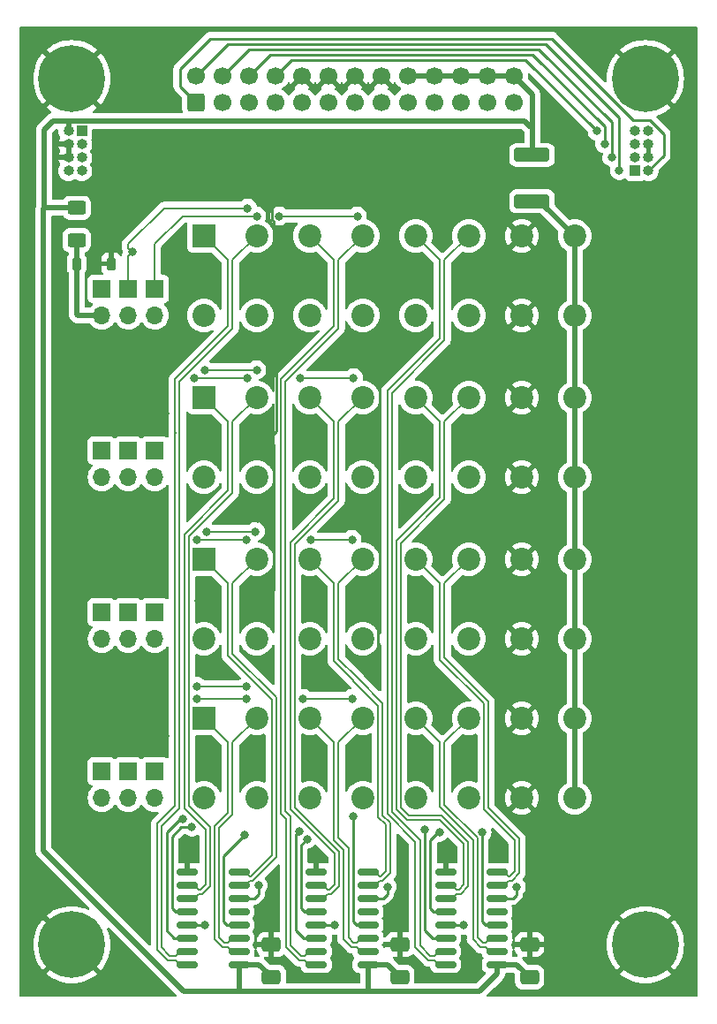
<source format=gbr>
%TF.GenerationSoftware,KiCad,Pcbnew,7.0.7*%
%TF.CreationDate,2023-11-22T16:36:34+01:00*%
%TF.ProjectId,BOB4ENCODER,424f4234-454e-4434-9f44-45522e6b6963,rev?*%
%TF.SameCoordinates,Original*%
%TF.FileFunction,Copper,L2,Bot*%
%TF.FilePolarity,Positive*%
%FSLAX46Y46*%
G04 Gerber Fmt 4.6, Leading zero omitted, Abs format (unit mm)*
G04 Created by KiCad (PCBNEW 7.0.7) date 2023-11-22 16:36:34*
%MOMM*%
%LPD*%
G01*
G04 APERTURE LIST*
G04 Aperture macros list*
%AMRoundRect*
0 Rectangle with rounded corners*
0 $1 Rounding radius*
0 $2 $3 $4 $5 $6 $7 $8 $9 X,Y pos of 4 corners*
0 Add a 4 corners polygon primitive as box body*
4,1,4,$2,$3,$4,$5,$6,$7,$8,$9,$2,$3,0*
0 Add four circle primitives for the rounded corners*
1,1,$1+$1,$2,$3*
1,1,$1+$1,$4,$5*
1,1,$1+$1,$6,$7*
1,1,$1+$1,$8,$9*
0 Add four rect primitives between the rounded corners*
20,1,$1+$1,$2,$3,$4,$5,0*
20,1,$1+$1,$4,$5,$6,$7,0*
20,1,$1+$1,$6,$7,$8,$9,0*
20,1,$1+$1,$8,$9,$2,$3,0*%
G04 Aperture macros list end*
%TA.AperFunction,ComponentPad*%
%ADD10C,2.200000*%
%TD*%
%TA.AperFunction,ComponentPad*%
%ADD11R,2.200000X2.200000*%
%TD*%
%TA.AperFunction,ComponentPad*%
%ADD12R,1.700000X1.700000*%
%TD*%
%TA.AperFunction,ComponentPad*%
%ADD13O,1.700000X1.700000*%
%TD*%
%TA.AperFunction,ComponentPad*%
%ADD14R,1.000000X1.000000*%
%TD*%
%TA.AperFunction,ComponentPad*%
%ADD15O,1.000000X1.000000*%
%TD*%
%TA.AperFunction,ComponentPad*%
%ADD16C,0.800000*%
%TD*%
%TA.AperFunction,ComponentPad*%
%ADD17C,6.400000*%
%TD*%
%TA.AperFunction,ComponentPad*%
%ADD18RoundRect,0.250000X0.600000X-0.600000X0.600000X0.600000X-0.600000X0.600000X-0.600000X-0.600000X0*%
%TD*%
%TA.AperFunction,ComponentPad*%
%ADD19C,1.700000*%
%TD*%
%TA.AperFunction,SMDPad,CuDef*%
%ADD20RoundRect,0.150000X-0.825000X-0.150000X0.825000X-0.150000X0.825000X0.150000X-0.825000X0.150000X0*%
%TD*%
%TA.AperFunction,SMDPad,CuDef*%
%ADD21RoundRect,0.250000X0.650000X-0.412500X0.650000X0.412500X-0.650000X0.412500X-0.650000X-0.412500X0*%
%TD*%
%TA.AperFunction,SMDPad,CuDef*%
%ADD22RoundRect,0.225000X-0.225000X-0.375000X0.225000X-0.375000X0.225000X0.375000X-0.225000X0.375000X0*%
%TD*%
%TA.AperFunction,SMDPad,CuDef*%
%ADD23RoundRect,0.250000X-0.625000X0.400000X-0.625000X-0.400000X0.625000X-0.400000X0.625000X0.400000X0*%
%TD*%
%TA.AperFunction,SMDPad,CuDef*%
%ADD24RoundRect,0.250000X-1.450000X0.400000X-1.450000X-0.400000X1.450000X-0.400000X1.450000X0.400000X0*%
%TD*%
%TA.AperFunction,ViaPad*%
%ADD25C,0.800000*%
%TD*%
%TA.AperFunction,Conductor*%
%ADD26C,0.500000*%
%TD*%
%TA.AperFunction,Conductor*%
%ADD27C,0.250000*%
%TD*%
%TA.AperFunction,Conductor*%
%ADD28C,0.508000*%
%TD*%
%TA.AperFunction,Conductor*%
%ADD29C,0.200000*%
%TD*%
G04 APERTURE END LIST*
D10*
%TO.P,J5,1,Pin_1*%
%TO.N,ENC4_A-*%
X17653000Y-73914000D03*
D11*
X17653000Y-66293984D03*
D10*
%TO.P,J5,2,Pin_2*%
%TO.N,ENC4_A+*%
X22733011Y-73914000D03*
X22733011Y-66293984D03*
%TO.P,J5,3,Pin_3*%
%TO.N,ENC4_B-*%
X27813021Y-73914000D03*
X27813021Y-66293984D03*
%TO.P,J5,4,Pin_4*%
%TO.N,ENC4_B+*%
X32893031Y-73899776D03*
X32893031Y-66293984D03*
%TO.P,J5,5,Pin_5*%
%TO.N,ENC4_Z-*%
X37973041Y-73914000D03*
X37973041Y-66293984D03*
%TO.P,J5,6,Pin_6*%
%TO.N,ENC4_Z+*%
X43053051Y-73914000D03*
X43053051Y-66293984D03*
%TO.P,J5,7,Pin_7*%
%TO.N,GND*%
X48133061Y-73923906D03*
X48133061Y-66303890D03*
%TO.P,J5,8,Pin_8*%
%TO.N,5V_Fused*%
X53213072Y-73918826D03*
X53213072Y-66298810D03*
%TD*%
D12*
%TO.P,JP2,1,A*%
%TO.N,ENC1_B-*%
X10419000Y-25141000D03*
D13*
%TO.P,JP2,2,B*%
%TO.N,+2V5*%
X10419000Y-27681000D03*
%TD*%
D12*
%TO.P,JP7,1,A*%
%TO.N,ENC2_A-*%
X7874000Y-40640000D03*
D13*
%TO.P,JP7,2,B*%
%TO.N,+2V5*%
X7874000Y-43180000D03*
%TD*%
D12*
%TO.P,JP1,1,A*%
%TO.N,ENC1_A-*%
X7879000Y-25146000D03*
D13*
%TO.P,JP1,2,B*%
%TO.N,+2V5*%
X7879000Y-27686000D03*
%TD*%
D10*
%TO.P,J3,1,Pin_1*%
%TO.N,ENC3_A-*%
X17653000Y-58674000D03*
D11*
X17653000Y-51053984D03*
D10*
%TO.P,J3,2,Pin_2*%
%TO.N,ENC3_A+*%
X22733011Y-58674000D03*
X22733011Y-51053984D03*
%TO.P,J3,3,Pin_3*%
%TO.N,ENC3_B-*%
X27813021Y-58674000D03*
X27813021Y-51053984D03*
%TO.P,J3,4,Pin_4*%
%TO.N,ENC3_B+*%
X32893031Y-58659776D03*
X32893031Y-51053984D03*
%TO.P,J3,5,Pin_5*%
%TO.N,ENC3_Z-*%
X37973041Y-58674000D03*
X37973041Y-51053984D03*
%TO.P,J3,6,Pin_6*%
%TO.N,ENC3_Z+*%
X43053051Y-58674000D03*
X43053051Y-51053984D03*
%TO.P,J3,7,Pin_7*%
%TO.N,GND*%
X48133061Y-58683906D03*
X48133061Y-51063890D03*
%TO.P,J3,8,Pin_8*%
%TO.N,5V_Fused*%
X53213072Y-58678826D03*
X53213072Y-51058810D03*
%TD*%
D14*
%TO.P,J7,1,Pin_1*%
%TO.N,EXT4*%
X5952800Y-10000000D03*
D15*
%TO.P,J7,2,Pin_2*%
%TO.N,+5V*%
X4682800Y-10000000D03*
%TO.P,J7,3,Pin_3*%
%TO.N,EXT3*%
X5952800Y-11270000D03*
%TO.P,J7,4,Pin_4*%
%TO.N,GND*%
X4682800Y-11270000D03*
%TO.P,J7,5,Pin_5*%
%TO.N,EXT2*%
X5952800Y-12540000D03*
%TO.P,J7,6,Pin_6*%
%TO.N,GND*%
X4682800Y-12540000D03*
%TO.P,J7,7,Pin_7*%
%TO.N,EXT1*%
X5952800Y-13810000D03*
%TO.P,J7,8,Pin_8*%
%TO.N,ENA*%
X4682800Y-13810000D03*
%TD*%
D12*
%TO.P,JP9,1,A*%
%TO.N,ENC2_Z-*%
X12954000Y-40640000D03*
D13*
%TO.P,JP9,2,B*%
%TO.N,+2V5*%
X12954000Y-43180000D03*
%TD*%
D12*
%TO.P,JP11,1,A*%
%TO.N,ENC4_B-*%
X10414000Y-71374000D03*
D13*
%TO.P,JP11,2,B*%
%TO.N,+2V5*%
X10414000Y-73914000D03*
%TD*%
D12*
%TO.P,JP12,1,A*%
%TO.N,ENC4_Z-*%
X12954000Y-71374000D03*
D13*
%TO.P,JP12,2,B*%
%TO.N,+2V5*%
X12954000Y-73914000D03*
%TD*%
D14*
%TO.P,J6,1,Pin_1*%
%TO.N,EXT1*%
X59029600Y-13810000D03*
D15*
%TO.P,J6,2,Pin_2*%
%TO.N,ENA*%
X60299600Y-13810000D03*
%TO.P,J6,3,Pin_3*%
%TO.N,EXT2*%
X59029600Y-12540000D03*
%TO.P,J6,4,Pin_4*%
%TO.N,GND*%
X60299600Y-12540000D03*
%TO.P,J6,5,Pin_5*%
%TO.N,EXT3*%
X59029600Y-11270000D03*
%TO.P,J6,6,Pin_6*%
%TO.N,GND*%
X60299600Y-11270000D03*
%TO.P,J6,7,Pin_7*%
%TO.N,EXT4*%
X59029600Y-10000000D03*
%TO.P,J6,8,Pin_8*%
%TO.N,+5V*%
X60299600Y-10000000D03*
%TD*%
D12*
%TO.P,JP3,1,A*%
%TO.N,ENC1_Z-*%
X12959000Y-25141000D03*
D13*
%TO.P,JP3,2,B*%
%TO.N,+2V5*%
X12959000Y-27681000D03*
%TD*%
D16*
%TO.P,H3,1,1*%
%TO.N,GND*%
X57600000Y-88000000D03*
X58302944Y-86302944D03*
X58302944Y-89697056D03*
X60000000Y-85600000D03*
D17*
X60000000Y-88000000D03*
D16*
X60000000Y-90400000D03*
X61697056Y-86302944D03*
X61697056Y-89697056D03*
X62400000Y-88000000D03*
%TD*%
%TO.P,H1,1,1*%
%TO.N,GND*%
X2600000Y-5000000D03*
X3302944Y-3302944D03*
X3302944Y-6697056D03*
X5000000Y-2600000D03*
D17*
X5000000Y-5000000D03*
D16*
X5000000Y-7400000D03*
X6697056Y-3302944D03*
X6697056Y-6697056D03*
X7400000Y-5000000D03*
%TD*%
D12*
%TO.P,JP10,1,A*%
%TO.N,ENC4_A-*%
X7874000Y-71379000D03*
D13*
%TO.P,JP10,2,B*%
%TO.N,+2V5*%
X7874000Y-73919000D03*
%TD*%
D16*
%TO.P,H4,1,1*%
%TO.N,GND*%
X57600000Y-5000000D03*
X58302944Y-3302944D03*
X58302944Y-6697056D03*
X60000000Y-2600000D03*
D17*
X60000000Y-5000000D03*
D16*
X60000000Y-7400000D03*
X61697056Y-3302944D03*
X61697056Y-6697056D03*
X62400000Y-5000000D03*
%TD*%
D10*
%TO.P,J2,1,Pin_1*%
%TO.N,ENC1_A-*%
X17653000Y-27686000D03*
D11*
X17653000Y-20065984D03*
D10*
%TO.P,J2,2,Pin_2*%
%TO.N,ENC1_A+*%
X22733011Y-27686000D03*
X22733011Y-20065984D03*
%TO.P,J2,3,Pin_3*%
%TO.N,ENC1_B-*%
X27813021Y-27686000D03*
X27813021Y-20065984D03*
%TO.P,J2,4,Pin_4*%
%TO.N,ENC1_B+*%
X32893031Y-27671776D03*
X32893031Y-20065984D03*
%TO.P,J2,5,Pin_5*%
%TO.N,ENC1_Z-*%
X37973041Y-27686000D03*
X37973041Y-20065984D03*
%TO.P,J2,6,Pin_6*%
%TO.N,ENC1_Z+*%
X43053051Y-27686000D03*
X43053051Y-20065984D03*
%TO.P,J2,7,Pin_7*%
%TO.N,GND*%
X48133061Y-27695906D03*
X48133061Y-20075890D03*
%TO.P,J2,8,Pin_8*%
%TO.N,5V_Fused*%
X53213072Y-27690826D03*
X53213072Y-20070810D03*
%TD*%
%TO.P,J4,1,Pin_1*%
%TO.N,ENC2_A-*%
X17653000Y-43180000D03*
D11*
X17653000Y-35559984D03*
D10*
%TO.P,J4,2,Pin_2*%
%TO.N,ENC2_A+*%
X22733011Y-43180000D03*
X22733011Y-35559984D03*
%TO.P,J4,3,Pin_3*%
%TO.N,ENC2_B-*%
X27813021Y-43180000D03*
X27813021Y-35559984D03*
%TO.P,J4,4,Pin_4*%
%TO.N,ENC2_B+*%
X32893031Y-43165776D03*
X32893031Y-35559984D03*
%TO.P,J4,5,Pin_5*%
%TO.N,ENC2_Z-*%
X37973041Y-43180000D03*
X37973041Y-35559984D03*
%TO.P,J4,6,Pin_6*%
%TO.N,ENC2_Z+*%
X43053051Y-43180000D03*
X43053051Y-35559984D03*
%TO.P,J4,7,Pin_7*%
%TO.N,GND*%
X48133061Y-43189906D03*
X48133061Y-35569890D03*
%TO.P,J4,8,Pin_8*%
%TO.N,5V_Fused*%
X53213072Y-43184826D03*
X53213072Y-35564810D03*
%TD*%
D16*
%TO.P,H2,1,1*%
%TO.N,GND*%
X2600000Y-88000000D03*
X3302944Y-86302944D03*
X3302944Y-89697056D03*
X5000000Y-85600000D03*
D17*
X5000000Y-88000000D03*
D16*
X5000000Y-90400000D03*
X6697056Y-86302944D03*
X6697056Y-89697056D03*
X7400000Y-88000000D03*
%TD*%
D12*
%TO.P,JP4,1,A*%
%TO.N,ENC3_A-*%
X7874000Y-56139000D03*
D13*
%TO.P,JP4,2,B*%
%TO.N,+2V5*%
X7874000Y-58679000D03*
%TD*%
D12*
%TO.P,JP5,1,A*%
%TO.N,ENC3_B-*%
X10414000Y-56134000D03*
D13*
%TO.P,JP5,2,B*%
%TO.N,+2V5*%
X10414000Y-58674000D03*
%TD*%
D18*
%TO.P,J1,1,Pin_1*%
%TO.N,ENA*%
X16891000Y-7239000D03*
D19*
%TO.P,J1,2,Pin_2*%
%TO.N,EXT1*%
X16891000Y-4699000D03*
%TO.P,J1,3,Pin_3*%
%TO.N,ENC1_A*%
X19431000Y-7239000D03*
%TO.P,J1,4,Pin_4*%
%TO.N,EXT2*%
X19431000Y-4699000D03*
%TO.P,J1,5,Pin_5*%
%TO.N,ENC2_A*%
X21971000Y-7239000D03*
%TO.P,J1,6,Pin_6*%
%TO.N,EXT3*%
X21971000Y-4699000D03*
%TO.P,J1,7,Pin_7*%
%TO.N,ENC3_A*%
X24511000Y-7239000D03*
%TO.P,J1,8,Pin_8*%
%TO.N,EXT4*%
X24511000Y-4699000D03*
%TO.P,J1,9,Pin_9*%
%TO.N,ENC4_A*%
X27051000Y-7239000D03*
%TO.P,J1,10,Pin_10*%
%TO.N,GND*%
X27051000Y-4699000D03*
%TO.P,J1,11,Pin_11*%
%TO.N,ENC1_B*%
X29591000Y-7239000D03*
%TO.P,J1,12,Pin_12*%
%TO.N,GND*%
X29591000Y-4699000D03*
%TO.P,J1,13,Pin_13*%
%TO.N,ENC2_B*%
X32131000Y-7239000D03*
%TO.P,J1,14,Pin_14*%
%TO.N,GND*%
X32131000Y-4699000D03*
%TO.P,J1,15,Pin_15*%
%TO.N,ENC3_B*%
X34671000Y-7239000D03*
%TO.P,J1,16,Pin_16*%
%TO.N,GND*%
X34671000Y-4699000D03*
%TO.P,J1,17,Pin_17*%
%TO.N,ENC4_B*%
X37211000Y-7239000D03*
%TO.P,J1,18,Pin_18*%
%TO.N,+5V*%
X37211000Y-4699000D03*
%TO.P,J1,19,Pin_19*%
%TO.N,ENC1_Z*%
X39751000Y-7239000D03*
%TO.P,J1,20,Pin_20*%
%TO.N,+5V*%
X39751000Y-4699000D03*
%TO.P,J1,21,Pin_21*%
%TO.N,ENC2_Z*%
X42291000Y-7239000D03*
%TO.P,J1,22,Pin_22*%
%TO.N,+5V*%
X42291000Y-4699000D03*
%TO.P,J1,23,Pin_23*%
%TO.N,ENC3_Z*%
X44831000Y-7239000D03*
%TO.P,J1,24,Pin_24*%
%TO.N,+5V*%
X44831000Y-4699000D03*
%TO.P,J1,25,Pin_25*%
%TO.N,ENC4_Z*%
X47371000Y-7239000D03*
%TO.P,J1,26,Pin_26*%
%TO.N,+5V*%
X47371000Y-4699000D03*
%TD*%
D12*
%TO.P,JP8,1,A*%
%TO.N,ENC2_B-*%
X10414000Y-40640000D03*
D13*
%TO.P,JP8,2,B*%
%TO.N,+2V5*%
X10414000Y-43180000D03*
%TD*%
D12*
%TO.P,JP6,1,A*%
%TO.N,ENC3_Z-*%
X12954000Y-56134000D03*
D13*
%TO.P,JP6,2,B*%
%TO.N,+2V5*%
X12954000Y-58674000D03*
%TD*%
D20*
%TO.P,U2,1,1B*%
%TO.N,ENC1_B-*%
X28448000Y-89886300D03*
%TO.P,U2,2,1A*%
%TO.N,ENC1_B+*%
X28448000Y-88616300D03*
%TO.P,U2,3,1Y*%
%TO.N,ENC1_B*%
X28448000Y-87346300D03*
%TO.P,U2,4,G*%
%TO.N,ENA*%
X28448000Y-86076300D03*
%TO.P,U2,5,2Y*%
%TO.N,ENC2_B*%
X28448000Y-84806300D03*
%TO.P,U2,6,2A*%
%TO.N,ENC2_B+*%
X28448000Y-83536300D03*
%TO.P,U2,7,2B*%
%TO.N,ENC2_B-*%
X28448000Y-82266300D03*
%TO.P,U2,8,GND*%
%TO.N,GND*%
X28448000Y-80996300D03*
%TO.P,U2,9,3B*%
%TO.N,ENC3_B-*%
X33398000Y-80996300D03*
%TO.P,U2,10,3A*%
%TO.N,ENC3_B+*%
X33398000Y-82266300D03*
%TO.P,U2,11,3Y*%
%TO.N,ENC3_B*%
X33398000Y-83536300D03*
%TO.P,U2,12,~{G}*%
%TO.N,unconnected-(U2-~{G}-Pad12)*%
X33398000Y-84806300D03*
%TO.P,U2,13,4Y*%
%TO.N,ENC4_B*%
X33398000Y-86076300D03*
%TO.P,U2,14,4A*%
%TO.N,ENC4_B+*%
X33398000Y-87346300D03*
%TO.P,U2,15,4B*%
%TO.N,ENC4_B-*%
X33398000Y-88616300D03*
%TO.P,U2,16,VDD*%
%TO.N,+5V*%
X33398000Y-89886300D03*
%TD*%
%TO.P,U3,1,1B*%
%TO.N,ENC1_Z-*%
X40832000Y-89886300D03*
%TO.P,U3,2,1A*%
%TO.N,ENC1_Z+*%
X40832000Y-88616300D03*
%TO.P,U3,3,1Y*%
%TO.N,ENC1_Z*%
X40832000Y-87346300D03*
%TO.P,U3,4,G*%
%TO.N,ENA*%
X40832000Y-86076300D03*
%TO.P,U3,5,2Y*%
%TO.N,ENC2_Z*%
X40832000Y-84806300D03*
%TO.P,U3,6,2A*%
%TO.N,ENC2_Z+*%
X40832000Y-83536300D03*
%TO.P,U3,7,2B*%
%TO.N,ENC2_Z-*%
X40832000Y-82266300D03*
%TO.P,U3,8,GND*%
%TO.N,GND*%
X40832000Y-80996300D03*
%TO.P,U3,9,3B*%
%TO.N,ENC3_Z-*%
X45782000Y-80996300D03*
%TO.P,U3,10,3A*%
%TO.N,ENC3_Z+*%
X45782000Y-82266300D03*
%TO.P,U3,11,3Y*%
%TO.N,ENC3_Z*%
X45782000Y-83536300D03*
%TO.P,U3,12,~{G}*%
%TO.N,unconnected-(U3-~{G}-Pad12)*%
X45782000Y-84806300D03*
%TO.P,U3,13,4Y*%
%TO.N,ENC4_Z*%
X45782000Y-86076300D03*
%TO.P,U3,14,4A*%
%TO.N,ENC4_Z+*%
X45782000Y-87346300D03*
%TO.P,U3,15,4B*%
%TO.N,ENC4_Z-*%
X45782000Y-88616300D03*
%TO.P,U3,16,VDD*%
%TO.N,+5V*%
X45782000Y-89886300D03*
%TD*%
D21*
%TO.P,C3,1*%
%TO.N,+5V*%
X48895000Y-91097500D03*
%TO.P,C3,2*%
%TO.N,GND*%
X48895000Y-87972500D03*
%TD*%
D20*
%TO.P,U1,1,1B*%
%TO.N,ENC1_A-*%
X16067000Y-89886300D03*
%TO.P,U1,2,1A*%
%TO.N,ENC1_A+*%
X16067000Y-88616300D03*
%TO.P,U1,3,1Y*%
%TO.N,ENC1_A*%
X16067000Y-87346300D03*
%TO.P,U1,4,G*%
%TO.N,ENA*%
X16067000Y-86076300D03*
%TO.P,U1,5,2Y*%
%TO.N,ENC2_A*%
X16067000Y-84806300D03*
%TO.P,U1,6,2A*%
%TO.N,ENC2_A+*%
X16067000Y-83536300D03*
%TO.P,U1,7,2B*%
%TO.N,ENC2_A-*%
X16067000Y-82266300D03*
%TO.P,U1,8,GND*%
%TO.N,GND*%
X16067000Y-80996300D03*
%TO.P,U1,9,3B*%
%TO.N,ENC3_A-*%
X21017000Y-80996300D03*
%TO.P,U1,10,3A*%
%TO.N,ENC3_A+*%
X21017000Y-82266300D03*
%TO.P,U1,11,3Y*%
%TO.N,ENC3_A*%
X21017000Y-83536300D03*
%TO.P,U1,12,~{G}*%
%TO.N,unconnected-(U1-~{G}-Pad12)*%
X21017000Y-84806300D03*
%TO.P,U1,13,4Y*%
%TO.N,ENC4_A*%
X21017000Y-86076300D03*
%TO.P,U1,14,4A*%
%TO.N,ENC4_A+*%
X21017000Y-87346300D03*
%TO.P,U1,15,4B*%
%TO.N,ENC4_A-*%
X21017000Y-88616300D03*
%TO.P,U1,16,VDD*%
%TO.N,+5V*%
X21017000Y-89886300D03*
%TD*%
D22*
%TO.P,D1,1,K*%
%TO.N,+2V5*%
X5461000Y-22733000D03*
%TO.P,D1,2,A*%
%TO.N,GND*%
X8761000Y-22733000D03*
%TD*%
D23*
%TO.P,R1,1*%
%TO.N,+5V*%
X5461000Y-17373000D03*
%TO.P,R1,2*%
%TO.N,+2V5*%
X5461000Y-20473000D03*
%TD*%
D24*
%TO.P,F1,1*%
%TO.N,+5V*%
X49123600Y-12303800D03*
%TO.P,F1,2*%
%TO.N,5V_Fused*%
X49123600Y-16753800D03*
%TD*%
D21*
%TO.P,C2,1*%
%TO.N,+5V*%
X36449000Y-91097500D03*
%TO.P,C2,2*%
%TO.N,GND*%
X36449000Y-87972500D03*
%TD*%
%TO.P,C1,1*%
%TO.N,+5V*%
X24130000Y-91097500D03*
%TO.P,C1,2*%
%TO.N,GND*%
X24130000Y-87972500D03*
%TD*%
D25*
%TO.N,GND*%
X24511000Y-22606000D03*
X23622000Y-61468000D03*
X7620000Y-62611000D03*
X17780000Y-60833000D03*
X11811000Y-52705000D03*
X25400000Y-14478000D03*
X9017000Y-37084000D03*
X33274000Y-70231000D03*
X27686000Y-70231000D03*
X27432000Y-54991000D03*
X23114000Y-70231000D03*
X36703000Y-79248000D03*
X46101000Y-78232000D03*
X16764000Y-39624000D03*
X22860000Y-47117000D03*
X33782000Y-61595000D03*
X26670000Y-46990000D03*
X37846000Y-70104000D03*
X9144000Y-67945000D03*
X11811000Y-37084000D03*
X13843000Y-52705000D03*
X28575000Y-79375000D03*
X23368000Y-54991000D03*
X38862000Y-39624000D03*
X17145000Y-54991000D03*
X35560000Y-23876000D03*
X37973000Y-61976000D03*
X23876000Y-84709000D03*
X7366000Y-32004000D03*
X33655000Y-39624000D03*
X37592000Y-54864000D03*
X33655000Y-54864000D03*
X14097000Y-21844000D03*
X7366000Y-47752000D03*
X33274000Y-46990000D03*
X36068000Y-14605000D03*
X27813000Y-62230000D03*
X27051000Y-39497000D03*
X36830000Y-39624000D03*
X37084000Y-46482000D03*
X9144000Y-52705000D03*
X43434000Y-70104000D03*
X16129000Y-78994000D03*
X13970000Y-67945000D03*
X17399000Y-70231000D03*
X16510000Y-45847000D03*
X11684000Y-67945000D03*
X13970000Y-37084000D03*
X23876000Y-39497000D03*
X34544000Y-31115000D03*
X40959000Y-79375000D03*
%TO.N,ENA*%
X30161000Y-86106000D03*
X17780000Y-86106000D03*
X42545000Y-86106000D03*
%TO.N,ENC1_A*%
X15621000Y-75946000D03*
%TO.N,ENC2_A*%
X16510000Y-76708000D03*
%TO.N,ENC3_A*%
X22893567Y-82299876D03*
%TO.N,ENC4_A*%
X21590000Y-77470000D03*
%TO.N,ENC1_B*%
X26797000Y-77089000D03*
%TO.N,ENC2_B*%
X27559000Y-77851000D03*
%TO.N,ENC3_B*%
X35241000Y-82423000D03*
%TO.N,ENC4_B*%
X32004000Y-75692000D03*
%TO.N,ENC1_Z*%
X38862000Y-76962000D03*
%TO.N,ENC2_Z*%
X40259000Y-77216000D03*
%TO.N,ENC3_Z*%
X47625000Y-82423000D03*
%TO.N,ENC4_Z*%
X44341722Y-77197278D03*
%TO.N,ENC1_B-*%
X10795000Y-21590000D03*
X21844000Y-17399000D03*
%TO.N,ENC2_B-*%
X22733000Y-32893000D03*
X17780000Y-32893000D03*
%TO.N,ENC3_B-*%
X17907000Y-48387000D03*
X22606000Y-48387000D03*
%TO.N,ENC4_B-*%
X21717000Y-63246000D03*
X17018000Y-63246000D03*
%TO.N,ENC1_Z-*%
X32385000Y-18161000D03*
X22733000Y-18161000D03*
X24892000Y-18161000D03*
%TO.N,ENC2_Z-*%
X26924000Y-33655000D03*
X16764000Y-33655000D03*
X21844000Y-33655000D03*
X32004000Y-33655000D03*
%TO.N,ENC3_Z-*%
X31877000Y-49149000D03*
X27940000Y-49149000D03*
X21717000Y-49149000D03*
X17018000Y-49149000D03*
%TO.N,ENC4_Z-*%
X27178000Y-64389000D03*
X31877000Y-64389000D03*
X17018000Y-64389000D03*
X21717000Y-64389000D03*
%TO.N,EXT1*%
X57505600Y-13817600D03*
%TO.N,EXT2*%
X56781100Y-12547600D03*
%TO.N,EXT3*%
X56083700Y-11226800D03*
%TO.N,EXT4*%
X55359200Y-10020200D03*
%TD*%
D26*
%TO.N,+5V*%
X2286000Y-17424400D02*
X2337400Y-17373000D01*
X33398000Y-89886300D02*
X35299800Y-89886300D01*
X35299800Y-89948300D02*
X36449000Y-91097500D01*
X44069000Y-92456000D02*
X33401000Y-92456000D01*
X47371000Y-4699000D02*
X37211000Y-4699000D01*
X48420000Y-9050000D02*
X4681200Y-9050000D01*
X21082000Y-89951300D02*
X21017000Y-89886300D01*
X4681200Y-9050000D02*
X3192800Y-9050000D01*
X15748000Y-92456000D02*
X2286000Y-78994000D01*
X35299800Y-89886300D02*
X35299800Y-89948300D01*
X49022000Y-9652000D02*
X48420000Y-9050000D01*
X49149000Y-6477000D02*
X49149000Y-12278400D01*
X45782000Y-90743000D02*
X45782000Y-89886300D01*
X21082000Y-92456000D02*
X21082000Y-89951300D01*
X22918800Y-89886300D02*
X23749000Y-90716500D01*
X2337400Y-17373000D02*
X5461000Y-17373000D01*
X4682800Y-9051600D02*
X4682800Y-10000000D01*
X47683800Y-89886300D02*
X45782000Y-89886300D01*
X21082000Y-92456000D02*
X15748000Y-92456000D01*
X33401000Y-92456000D02*
X33401000Y-89919000D01*
X48895000Y-91097500D02*
X47683800Y-89886300D01*
X47371000Y-4699000D02*
X49149000Y-6477000D01*
X4622800Y-9652000D02*
X4682800Y-9712000D01*
X4681200Y-9050000D02*
X4682800Y-9051600D01*
X3192800Y-9050000D02*
X2337400Y-9905400D01*
X2286000Y-78994000D02*
X2286000Y-17424400D01*
X21017000Y-89886300D02*
X22918800Y-89886300D01*
X45847000Y-89951300D02*
X45782000Y-89886300D01*
X33463000Y-89951300D02*
X33398000Y-89886300D01*
X2337400Y-9905400D02*
X2337400Y-17373000D01*
X5397500Y-17309500D02*
X5461000Y-17373000D01*
X44069000Y-92456000D02*
X45782000Y-90743000D01*
X33274000Y-92456000D02*
X21082000Y-92456000D01*
D27*
%TO.N,GND*%
X24622989Y-22494011D02*
X24638000Y-22479000D01*
X24384000Y-22479000D02*
X24511000Y-22606000D01*
X34544000Y-45720000D02*
X34544000Y-40513000D01*
D28*
X48132989Y-35704959D02*
X48133000Y-35704948D01*
D27*
X34318031Y-55527031D02*
X33655000Y-54864000D01*
X25400000Y-14478000D02*
X24167000Y-15711000D01*
X34544000Y-53975000D02*
X34544000Y-48260000D01*
X33274000Y-46990000D02*
X34544000Y-45720000D01*
X24511000Y-22606000D02*
X24622989Y-22494011D01*
X33782000Y-61595000D02*
X34318031Y-61058969D01*
X24384000Y-18678305D02*
X24384000Y-22479000D01*
X34544000Y-38227000D02*
X34544000Y-31115000D01*
X24167000Y-15711000D02*
X24167000Y-18461305D01*
X24167000Y-18461305D02*
X24384000Y-18678305D01*
X23368000Y-54991000D02*
X24384000Y-53975000D01*
X23876000Y-39497000D02*
X24622989Y-38750011D01*
X33655000Y-54864000D02*
X34544000Y-53975000D01*
X34544000Y-40513000D02*
X33655000Y-39624000D01*
X34318031Y-61058969D02*
X34318031Y-55527031D01*
X34544000Y-48260000D02*
X33274000Y-46990000D01*
X33655000Y-39624000D02*
X34544000Y-38735000D01*
X24622989Y-38750011D02*
X24511000Y-22606000D01*
X34544000Y-38735000D02*
X34544000Y-38227000D01*
X24384000Y-53975000D02*
X24384000Y-40005000D01*
X24384000Y-40005000D02*
X23876000Y-39497000D01*
D28*
X48133020Y-27725339D02*
X48133000Y-27725319D01*
D27*
%TO.N,5V_Fused*%
X53213021Y-20100253D02*
X53213031Y-20100243D01*
D28*
X49866588Y-16753800D02*
X53213031Y-20100243D01*
X53213021Y-73918842D02*
X53213021Y-20100253D01*
D27*
%TO.N,ENA*%
X16891000Y-7239000D02*
X15367000Y-5715000D01*
X17750300Y-86076300D02*
X17780000Y-86106000D01*
X28448000Y-86076300D02*
X30131300Y-86076300D01*
X15367000Y-5715000D02*
X15367000Y-4064000D01*
X40832000Y-86076300D02*
X42515300Y-86076300D01*
X58851800Y-8940800D02*
X60407127Y-8940800D01*
X16067000Y-86076300D02*
X17750300Y-86076300D01*
X51054000Y-1143000D02*
X58851800Y-8940800D01*
X42515300Y-86076300D02*
X42545000Y-86106000D01*
X61772800Y-12336800D02*
X60299600Y-13810000D01*
X61772800Y-10306473D02*
X61772800Y-12336800D01*
X15367000Y-4064000D02*
X18288000Y-1143000D01*
X30131300Y-86076300D02*
X30161000Y-86106000D01*
X18288000Y-1143000D02*
X51054000Y-1143000D01*
X60407127Y-8940800D02*
X61772800Y-10306473D01*
%TO.N,ENC1_A*%
X14097000Y-77216000D02*
X15367000Y-75946000D01*
X15367000Y-75946000D02*
X15621000Y-75946000D01*
X16067000Y-87346300D02*
X14829300Y-87346300D01*
X14829300Y-87346300D02*
X14097000Y-86614000D01*
X14097000Y-86614000D02*
X14097000Y-77216000D01*
%TO.N,ENC2_A*%
X14956300Y-84806300D02*
X16067000Y-84806300D01*
X14605000Y-84455000D02*
X14956300Y-84806300D01*
X16510000Y-76708000D02*
X15494000Y-76708000D01*
X14605000Y-77597000D02*
X14605000Y-84455000D01*
X15494000Y-76708000D02*
X14605000Y-77597000D01*
%TO.N,ENC3_A*%
X22508700Y-83536300D02*
X21017000Y-83536300D01*
X22893567Y-82299876D02*
X22893567Y-83151433D01*
X22893567Y-83151433D02*
X22508700Y-83536300D01*
%TO.N,ENC4_A*%
X19573000Y-85740000D02*
X19573000Y-79517000D01*
X19909300Y-86076300D02*
X19812000Y-85979000D01*
X19812000Y-85979000D02*
X19573000Y-85740000D01*
X21017000Y-86076300D02*
X19909300Y-86076300D01*
X19573000Y-79487000D02*
X21590000Y-77470000D01*
X21590000Y-77470000D02*
X21463000Y-77597000D01*
X19573000Y-79517000D02*
X19573000Y-79487000D01*
%TO.N,ENC1_B*%
X28448000Y-87346300D02*
X27210300Y-87346300D01*
X27210300Y-87346300D02*
X26478000Y-86614000D01*
X26797000Y-77089000D02*
X26478000Y-77470000D01*
D29*
X27740000Y-87342200D02*
X28415000Y-87342200D01*
D27*
X26478000Y-86614000D02*
X26478000Y-77408000D01*
X26478000Y-77408000D02*
X26797000Y-77089000D01*
%TO.N,ENC2_B*%
X26986000Y-84455000D02*
X27337300Y-84806300D01*
X27559000Y-77851000D02*
X26986000Y-78424000D01*
X27432000Y-77851000D02*
X27559000Y-77851000D01*
X27337300Y-84806300D02*
X28448000Y-84806300D01*
X26986000Y-78424000D02*
X26986000Y-84455000D01*
%TO.N,ENC3_B*%
X34827700Y-83536300D02*
X33398000Y-83536300D01*
X35241000Y-82423000D02*
X35241000Y-83123000D01*
X35241000Y-83123000D02*
X34827700Y-83536300D01*
%TO.N,ENC4_B*%
X32004000Y-75692000D02*
X32004000Y-75819000D01*
X31954000Y-85740000D02*
X31954000Y-75869000D01*
X32290300Y-86076300D02*
X31954000Y-85740000D01*
X31954000Y-75869000D02*
X32004000Y-75692000D01*
X33398000Y-86076300D02*
X32290300Y-86076300D01*
%TO.N,ENC1_Z*%
X39594300Y-87346300D02*
X38862000Y-86614000D01*
X38862000Y-79248000D02*
X38862000Y-76962000D01*
X38862000Y-86614000D02*
X38862000Y-79248000D01*
X40832000Y-87346300D02*
X39594300Y-87346300D01*
D29*
X40124000Y-87342200D02*
X40799000Y-87342200D01*
D27*
X38862000Y-76962000D02*
X38862000Y-77343000D01*
%TO.N,ENC2_Z*%
X40259000Y-77216000D02*
X40259000Y-77089000D01*
X39370000Y-79629000D02*
X39370000Y-77978000D01*
X40259000Y-77089000D02*
X40259000Y-77089000D01*
X39721300Y-84806300D02*
X40832000Y-84806300D01*
X39370000Y-79629000D02*
X39370000Y-84455000D01*
X40132000Y-77216000D02*
X40259000Y-77216000D01*
X39370000Y-84455000D02*
X39721300Y-84806300D01*
X39370000Y-77978000D02*
X40132000Y-77216000D01*
%TO.N,ENC3_Z*%
X47273700Y-83536300D02*
X45782000Y-83536300D01*
X47625000Y-82423000D02*
X47625000Y-83185000D01*
X47625000Y-83185000D02*
X47273700Y-83536300D01*
%TO.N,ENC4_Z*%
X44338000Y-77201000D02*
X44338000Y-85740000D01*
X44338000Y-85740000D02*
X44674300Y-86076300D01*
X44674300Y-86076300D02*
X45782000Y-86076300D01*
X44341722Y-77197278D02*
X44338000Y-77201000D01*
D29*
%TO.N,ENC1_A-*%
X15392000Y-89886300D02*
X16067000Y-89886300D01*
X19968004Y-22380989D02*
X19968004Y-28735796D01*
X14888000Y-33815800D02*
X14888000Y-38865600D01*
X17653000Y-20065984D02*
X19968004Y-22380989D01*
X14888000Y-38960000D02*
X14888000Y-74709800D01*
X19968004Y-28735796D02*
X14888000Y-33815800D01*
X14888000Y-38865600D02*
X14935200Y-38912800D01*
X14213525Y-89476300D02*
X14982000Y-89476300D01*
X13208000Y-76389800D02*
X13208000Y-88470775D01*
X14888000Y-74709800D02*
X13208000Y-76389800D01*
X14982000Y-89476300D02*
X15392000Y-89886300D01*
X14935200Y-38912800D02*
X14888000Y-38960000D01*
X13208000Y-88470775D02*
X14213525Y-89476300D01*
%TO.N,ENC1_A+*%
X13608000Y-88234375D02*
X14399925Y-89026300D01*
X20418006Y-28922194D02*
X15338000Y-34002200D01*
X15338000Y-34002200D02*
X15338000Y-74896200D01*
X15969000Y-88709500D02*
X15294000Y-88709500D01*
X14982000Y-89026300D02*
X15392000Y-88616300D01*
X20418006Y-22380989D02*
X20418006Y-28922194D01*
X22733011Y-20065984D02*
X20418006Y-22380989D01*
X13608000Y-76626200D02*
X13608000Y-88234375D01*
X15338000Y-74896200D02*
X13608000Y-76626200D01*
X14399925Y-89026300D02*
X14982000Y-89026300D01*
X15392000Y-88616300D02*
X16067000Y-88616300D01*
%TO.N,ENC2_A+*%
X18259000Y-82389200D02*
X17521900Y-83126300D01*
X16227000Y-48861200D02*
X16227000Y-74709800D01*
X22733011Y-35559984D02*
X20418006Y-37874989D01*
X17521900Y-83126300D02*
X17152000Y-83126300D01*
X20418006Y-37874989D02*
X20418006Y-44670194D01*
X16742000Y-83536300D02*
X16067000Y-83536300D01*
X16227000Y-74709800D02*
X18259000Y-76741800D01*
X17152000Y-83126300D02*
X16742000Y-83536300D01*
X15392000Y-83536300D02*
X16067000Y-83536300D01*
X20418006Y-44670194D02*
X16227000Y-48861200D01*
X18259000Y-76741800D02*
X18259000Y-82389200D01*
%TO.N,ENC2_A-*%
X17809000Y-76928200D02*
X17809000Y-82202800D01*
X17335500Y-82676300D02*
X17152000Y-82676300D01*
X19968004Y-44483796D02*
X15777000Y-48674800D01*
X15392000Y-82266300D02*
X16067000Y-82266300D01*
X17152000Y-82676300D02*
X16742000Y-82266300D01*
X17809000Y-82202800D02*
X17335500Y-82676300D01*
X15777000Y-74896200D02*
X17809000Y-76928200D01*
X16742000Y-82266300D02*
X16067000Y-82266300D01*
X17653000Y-35559984D02*
X19968004Y-37874989D01*
X19968004Y-37874989D02*
X19968004Y-44483796D01*
X15777000Y-48674800D02*
X15777000Y-74896200D01*
%TO.N,ENC3_A+*%
X20418006Y-53368989D02*
X20418006Y-60104806D01*
X22347900Y-81856300D02*
X22102000Y-81856300D01*
X24609000Y-79595200D02*
X22347900Y-81856300D01*
X22102000Y-81856300D02*
X21692000Y-82266300D01*
X20418006Y-60104806D02*
X24609000Y-64295800D01*
X24609000Y-64295800D02*
X24609000Y-79595200D01*
X22733011Y-51053984D02*
X20418006Y-53368989D01*
X21692000Y-82266300D02*
X21017000Y-82266300D01*
%TO.N,ENC3_A-*%
X21692000Y-80996300D02*
X21017000Y-80996300D01*
X19968004Y-53368989D02*
X19968004Y-60291204D01*
X17653000Y-51053984D02*
X19968004Y-53368989D01*
X19968004Y-60291204D02*
X24159000Y-64482200D01*
X22102000Y-81406300D02*
X21692000Y-80996300D01*
X24159000Y-79408800D02*
X22161500Y-81406300D01*
X24159000Y-64482200D02*
X24159000Y-79408800D01*
X22161500Y-81406300D02*
X22102000Y-81406300D01*
%TO.N,ENC4_A+*%
X19621500Y-87756300D02*
X19148000Y-87282800D01*
X20418006Y-75531194D02*
X20418006Y-68608989D01*
X19148000Y-87282800D02*
X19148000Y-76801200D01*
X20342000Y-87346300D02*
X19932000Y-87756300D01*
X20418006Y-68608989D02*
X22733011Y-66293984D01*
X19148000Y-76801200D02*
X20418006Y-75531194D01*
X19932000Y-87756300D02*
X19621500Y-87756300D01*
%TO.N,ENC4_A-*%
X19968004Y-75344796D02*
X19968004Y-68608989D01*
X19968004Y-68608989D02*
X17653000Y-66293984D01*
X18698000Y-76614800D02*
X19968004Y-75344796D01*
X19435100Y-88206300D02*
X18698000Y-87469200D01*
X18698000Y-87469200D02*
X18698000Y-76614800D01*
X19932000Y-88206300D02*
X19435100Y-88206300D01*
X20342000Y-88616300D02*
X19932000Y-88206300D01*
%TO.N,ENC1_B-*%
X26801100Y-89476300D02*
X25556000Y-88231200D01*
X25047989Y-33815816D02*
X30127993Y-28735812D01*
X28448000Y-89886300D02*
X27773000Y-89886300D01*
X30127993Y-22381005D02*
X27812989Y-20066000D01*
X13843000Y-17399000D02*
X10414000Y-20828000D01*
X25556000Y-75912200D02*
X25048000Y-75404200D01*
X30127993Y-28735812D02*
X30127993Y-22381005D01*
X25556000Y-88231200D02*
X25556000Y-75912200D01*
X25048000Y-72009000D02*
X25047989Y-72008989D01*
X10795000Y-21590000D02*
X10414000Y-21971000D01*
X27773000Y-89886300D02*
X27363000Y-89476300D01*
X10414000Y-21209000D02*
X10795000Y-21590000D01*
X10414000Y-20828000D02*
X10414000Y-21209000D01*
X10414000Y-21971000D02*
X10414000Y-24887000D01*
X25048000Y-75404200D02*
X25048000Y-72009000D01*
X27363000Y-89476300D02*
X26801100Y-89476300D01*
X21844000Y-17399000D02*
X13843000Y-17399000D01*
X25047989Y-72008989D02*
X25047989Y-33815816D01*
%TO.N,ENC1_B+*%
X26006000Y-75725800D02*
X25498000Y-75217800D01*
X28350000Y-88709500D02*
X27675000Y-88709500D01*
X26987500Y-89026300D02*
X26006000Y-88044800D01*
X25497989Y-72008989D02*
X25497989Y-34002216D01*
X27773000Y-88616300D02*
X27363000Y-89026300D01*
X27740000Y-88612200D02*
X28415000Y-88612200D01*
X28448000Y-88616300D02*
X27773000Y-88616300D01*
X30577995Y-22381005D02*
X32893000Y-20066000D01*
X25497989Y-34002216D02*
X30577995Y-28922210D01*
X25498000Y-72009000D02*
X25497989Y-72008989D01*
X26006000Y-88044800D02*
X26006000Y-75725800D01*
X30577995Y-28922210D02*
X30577995Y-22381005D01*
X27363000Y-89026300D02*
X26987500Y-89026300D01*
X25498000Y-75217800D02*
X25498000Y-72009000D01*
%TO.N,ENC2_B+*%
X26387000Y-49623200D02*
X26387000Y-74836800D01*
X27773000Y-83536300D02*
X28448000Y-83536300D01*
X26387000Y-74836800D02*
X30640000Y-79089800D01*
X30577974Y-45432226D02*
X26387000Y-49623200D01*
X29123000Y-83536300D02*
X28448000Y-83536300D01*
X32892979Y-35555174D02*
X30577974Y-37870179D01*
X30640000Y-79089800D02*
X30640000Y-82389200D01*
X30577974Y-37870179D02*
X30577974Y-45432226D01*
X29533000Y-83126300D02*
X29123000Y-83536300D01*
X30640000Y-82389200D02*
X29902900Y-83126300D01*
X29902900Y-83126300D02*
X29533000Y-83126300D01*
%TO.N,ENC2_B-*%
X27812969Y-35555174D02*
X30127974Y-37870179D01*
X27773000Y-82266300D02*
X28448000Y-82266300D01*
X30190000Y-79276200D02*
X30190000Y-82202800D01*
X30127974Y-45245826D02*
X25937000Y-49436800D01*
X22733000Y-32893000D02*
X17780000Y-32893000D01*
X29123000Y-82266300D02*
X28448000Y-82266300D01*
X30127974Y-37870179D02*
X30127974Y-45245826D01*
X29716500Y-82676300D02*
X29533000Y-82676300D01*
X17780000Y-32893000D02*
X17907000Y-32893000D01*
X29533000Y-82676300D02*
X29123000Y-82266300D01*
X30190000Y-82202800D02*
X29716500Y-82676300D01*
X25937000Y-49436800D02*
X25937000Y-75023200D01*
X25937000Y-75023200D02*
X30190000Y-79276200D01*
%TO.N,ENC3_B-*%
X34483000Y-81406300D02*
X34607500Y-81406300D01*
X17907000Y-48387000D02*
X17780000Y-48387000D01*
X22606000Y-48387000D02*
X17907000Y-48387000D01*
X30128025Y-53368988D02*
X27813021Y-51053984D01*
X30128025Y-60799225D02*
X30128025Y-53368988D01*
X31997020Y-62668220D02*
X30128025Y-60799225D01*
X34607500Y-81406300D02*
X35081000Y-80932800D01*
X35081000Y-76479254D02*
X34358020Y-75756273D01*
X34358020Y-65067338D02*
X31997020Y-62706338D01*
X31997020Y-62706338D02*
X31997020Y-62668220D01*
X33398000Y-80996300D02*
X34073000Y-80996300D01*
X35081000Y-80932800D02*
X35081000Y-76479254D01*
X34073000Y-80996300D02*
X34483000Y-81406300D01*
X34358020Y-75756273D02*
X34358020Y-65067338D01*
%TO.N,ENC3_B+*%
X34793900Y-81856300D02*
X35531000Y-81119200D01*
X34073000Y-82266300D02*
X34483000Y-81856300D01*
X33398000Y-82266300D02*
X34073000Y-82266300D01*
X32447000Y-62481800D02*
X30578027Y-60612827D01*
X30578027Y-60612827D02*
X30578027Y-53368988D01*
X32447000Y-62519950D02*
X32447000Y-62481800D01*
X35531000Y-76292886D02*
X34808000Y-75569885D01*
X34808000Y-75569885D02*
X34808000Y-64880950D01*
X34808000Y-64880950D02*
X32447000Y-62519950D01*
X35531000Y-81119200D02*
X35531000Y-76292886D01*
X34483000Y-81856300D02*
X34793900Y-81856300D01*
X30578027Y-53368988D02*
X32893031Y-51053984D01*
%TO.N,ENC4_B+*%
X31529000Y-78708800D02*
X31529000Y-87282800D01*
X30577996Y-77757796D02*
X31529000Y-78708800D01*
X32893000Y-66294000D02*
X30577996Y-68609004D01*
X32002500Y-87756300D02*
X32313000Y-87756300D01*
X31529000Y-87282800D02*
X32002500Y-87756300D01*
X30577996Y-68609004D02*
X30577996Y-77757796D01*
X32313000Y-87756300D02*
X32723000Y-87346300D01*
%TO.N,ENC4_B-*%
X31816100Y-88206300D02*
X32313000Y-88206300D01*
X30127994Y-68609004D02*
X30127994Y-77944194D01*
X31079000Y-87469200D02*
X31816100Y-88206300D01*
X30127994Y-77944194D02*
X31079000Y-78895200D01*
X32313000Y-88206300D02*
X32723000Y-88616300D01*
X21717000Y-63246000D02*
X17018000Y-63246000D01*
X31079000Y-78895200D02*
X31079000Y-87469200D01*
X27812990Y-66294000D02*
X30127994Y-68609004D01*
X17018000Y-63246000D02*
X16764000Y-63246000D01*
%TO.N,ENC1_Z-*%
X40288046Y-29878754D02*
X35247500Y-34919300D01*
X22733000Y-18161000D02*
X15621000Y-18161000D01*
X37940000Y-88231200D02*
X39185100Y-89476300D01*
X40288046Y-22380989D02*
X40288046Y-29878754D01*
X15621000Y-18161000D02*
X12954000Y-20828000D01*
X39747000Y-89476300D02*
X40157000Y-89886300D01*
X39185100Y-89476300D02*
X39747000Y-89476300D01*
X37973041Y-20065984D02*
X40288046Y-22380989D01*
X35247500Y-75443700D02*
X37940000Y-78136200D01*
X12954000Y-20828000D02*
X12954000Y-24887000D01*
X32385000Y-18161000D02*
X24892000Y-18161000D01*
X40157000Y-89886300D02*
X40832000Y-89886300D01*
X35247500Y-34919300D02*
X35247500Y-75443700D01*
X37940000Y-78136200D02*
X37940000Y-88231200D01*
%TO.N,ENC1_Z+*%
X40738046Y-22380989D02*
X40738046Y-30065154D01*
X35697500Y-75257300D02*
X38390000Y-77949800D01*
X40738046Y-30065154D02*
X35697500Y-35105700D01*
X35697500Y-35105700D02*
X35697500Y-75257300D01*
X40734000Y-88709500D02*
X40059000Y-88709500D01*
X39747000Y-89026300D02*
X40157000Y-88616300D01*
X39371500Y-89026300D02*
X39747000Y-89026300D01*
X40124000Y-88612200D02*
X40799000Y-88612200D01*
X38390000Y-88044800D02*
X39371500Y-89026300D01*
X40157000Y-88616300D02*
X40832000Y-88616300D01*
X38390000Y-77949800D02*
X38390000Y-88044800D01*
X43053051Y-20065984D02*
X40738046Y-22380989D01*
%TO.N,ENC2_Z+*%
X41917000Y-83126300D02*
X41507000Y-83536300D01*
X43024000Y-82389200D02*
X42286900Y-83126300D01*
X40157000Y-83536300D02*
X40832000Y-83536300D01*
X40479200Y-75594000D02*
X43024000Y-78138800D01*
X36547000Y-74836800D02*
X37304200Y-75594000D01*
X40737974Y-37870179D02*
X40737974Y-45305226D01*
X37304200Y-75594000D02*
X40479200Y-75594000D01*
X40737974Y-45305226D02*
X36547000Y-49496200D01*
X43024000Y-78138800D02*
X43024000Y-82389200D01*
X36547000Y-49496200D02*
X36547000Y-74836800D01*
X43052979Y-35555174D02*
X40737974Y-37870179D01*
X42286900Y-83126300D02*
X41917000Y-83126300D01*
X41507000Y-83536300D02*
X40832000Y-83536300D01*
%TO.N,ENC2_Z-*%
X41507000Y-82266300D02*
X40832000Y-82266300D01*
X36097000Y-75023200D02*
X37117800Y-76044000D01*
X21844000Y-33655000D02*
X16764000Y-33655000D01*
X36097000Y-49309800D02*
X36097000Y-75023200D01*
X37972969Y-35555174D02*
X40287974Y-37870179D01*
X40287974Y-37870179D02*
X40287974Y-45118826D01*
X40292800Y-76044000D02*
X42574000Y-78325200D01*
X41917000Y-82676300D02*
X41507000Y-82266300D01*
X42100500Y-82676300D02*
X41917000Y-82676300D01*
X42574000Y-82202800D02*
X42100500Y-82676300D01*
X42574000Y-78325200D02*
X42574000Y-82202800D01*
X32004000Y-33655000D02*
X26924000Y-33655000D01*
X37117800Y-76044000D02*
X40292800Y-76044000D01*
X40157000Y-82266300D02*
X40832000Y-82266300D01*
X40287974Y-45118826D02*
X36097000Y-49309800D01*
%TO.N,ENC3_Z-*%
X46457000Y-80996300D02*
X46867000Y-81406300D01*
X31877000Y-49149000D02*
X27940000Y-49149000D01*
X45782000Y-80996300D02*
X46457000Y-80996300D01*
X46867000Y-81406300D02*
X46991500Y-81406300D01*
X44479000Y-64863200D02*
X40288045Y-60672245D01*
X40288045Y-60672245D02*
X40288045Y-53368988D01*
X21717000Y-49149000D02*
X17018000Y-49149000D01*
X47465000Y-80932800D02*
X47465000Y-78009200D01*
X46991500Y-81406300D02*
X47465000Y-80932800D01*
X44479000Y-75023200D02*
X44479000Y-64863200D01*
X47465000Y-78009200D02*
X44479000Y-75023200D01*
X40288045Y-53368988D02*
X37973041Y-51053984D01*
%TO.N,ENC3_Z+*%
X40738047Y-60485847D02*
X40738047Y-53368988D01*
X47915000Y-77822800D02*
X44929000Y-74836800D01*
X40738047Y-53368988D02*
X43053051Y-51053984D01*
X45782000Y-82266300D02*
X46457000Y-82266300D01*
X46457000Y-82266300D02*
X46867000Y-81856300D01*
X47177900Y-81856300D02*
X47915000Y-81119200D01*
X46867000Y-81856300D02*
X47177900Y-81856300D01*
X44929000Y-64676800D02*
X40738047Y-60485847D01*
X47915000Y-81119200D02*
X47915000Y-77822800D01*
X44929000Y-74836800D02*
X44929000Y-64676800D01*
%TO.N,ENC4_Z+*%
X43913000Y-77757800D02*
X40737996Y-74582796D01*
X44386500Y-87756300D02*
X43913000Y-87282800D01*
X40737996Y-74582796D02*
X40737996Y-68609004D01*
X40737996Y-68609004D02*
X43053000Y-66294000D01*
X45107000Y-87346300D02*
X44697000Y-87756300D01*
X43913000Y-87282800D02*
X43913000Y-77757800D01*
X44697000Y-87756300D02*
X44386500Y-87756300D01*
%TO.N,ENC4_Z-*%
X21717000Y-64389000D02*
X17018000Y-64389000D01*
X43463000Y-77944200D02*
X40287994Y-74769194D01*
X43463000Y-87469200D02*
X43463000Y-77944200D01*
X44697000Y-88206300D02*
X44200100Y-88206300D01*
X17018000Y-64389000D02*
X16764000Y-64389000D01*
X45107000Y-88616300D02*
X44697000Y-88206300D01*
X40287994Y-74769194D02*
X40287994Y-68609004D01*
X31877000Y-64389000D02*
X27178000Y-64389000D01*
X40287994Y-68609004D02*
X37972990Y-66294000D01*
X27178000Y-64389000D02*
X27051000Y-64389000D01*
X44200100Y-88206300D02*
X43463000Y-87469200D01*
D27*
%TO.N,EXT1*%
X57505600Y-8737600D02*
X50419000Y-1651000D01*
X19939000Y-1651000D02*
X16891000Y-4699000D01*
X57505600Y-13817600D02*
X57505600Y-8737600D01*
X50419000Y-1651000D02*
X19939000Y-1651000D01*
%TO.N,EXT2*%
X21971000Y-2159000D02*
X19431000Y-4699000D01*
X56808200Y-9183200D02*
X49784000Y-2159000D01*
X49784000Y-2159000D02*
X21971000Y-2159000D01*
X56808200Y-12520500D02*
X56808200Y-9183200D01*
X56781100Y-12547600D02*
X56808200Y-12520500D01*
%TO.N,EXT3*%
X56083700Y-9601700D02*
X49149000Y-2667000D01*
X49149000Y-2667000D02*
X24003000Y-2667000D01*
X24003000Y-2667000D02*
X21971000Y-4699000D01*
X56083700Y-11226800D02*
X56083700Y-9601700D01*
%TO.N,EXT4*%
X48514000Y-3175000D02*
X26035000Y-3175000D01*
X26035000Y-3175000D02*
X24511000Y-4699000D01*
X55359200Y-10020200D02*
X48514000Y-3175000D01*
D26*
%TO.N,+2V5*%
X5588000Y-27686000D02*
X7879000Y-27686000D01*
X5461000Y-27559000D02*
X5588000Y-27686000D01*
X5461000Y-22733000D02*
X5461000Y-27559000D01*
X5461000Y-20473000D02*
X5461000Y-22733000D01*
%TD*%
%TA.AperFunction,Conductor*%
%TO.N,GND*%
G36*
X61392586Y-89039033D02*
G01*
X61621915Y-89268362D01*
X61655400Y-89329685D01*
X61650416Y-89399377D01*
X61608544Y-89455310D01*
X61603126Y-89459144D01*
X61516816Y-89516815D01*
X61516815Y-89516816D01*
X61459144Y-89603126D01*
X61405532Y-89647930D01*
X61336207Y-89656637D01*
X61273180Y-89626482D01*
X61268362Y-89621915D01*
X61039033Y-89392586D01*
X61005548Y-89331263D01*
X61010532Y-89261571D01*
X61046180Y-89210617D01*
X61134870Y-89134870D01*
X61210617Y-89046180D01*
X61269121Y-89007990D01*
X61338989Y-89007490D01*
X61392586Y-89039033D01*
G37*
%TD.AperFunction*%
%TA.AperFunction,Conductor*%
G36*
X58738428Y-89010531D02*
G01*
X58789381Y-89046179D01*
X58865130Y-89134870D01*
X58911333Y-89174331D01*
X58953816Y-89210615D01*
X58992009Y-89269122D01*
X58992507Y-89338990D01*
X58960965Y-89392586D01*
X58731636Y-89621915D01*
X58670313Y-89655400D01*
X58600621Y-89650416D01*
X58544688Y-89608544D01*
X58540853Y-89603124D01*
X58519217Y-89570744D01*
X58483184Y-89516816D01*
X58400489Y-89461561D01*
X58400488Y-89461560D01*
X58396873Y-89459145D01*
X58352068Y-89405533D01*
X58343361Y-89336208D01*
X58373515Y-89273180D01*
X58378083Y-89268362D01*
X58607413Y-89039032D01*
X58668736Y-89005547D01*
X58738428Y-89010531D01*
G37*
%TD.AperFunction*%
%TA.AperFunction,Conductor*%
G36*
X61399377Y-86349582D02*
G01*
X61455310Y-86391454D01*
X61459145Y-86396873D01*
X61516816Y-86483184D01*
X61603124Y-86540853D01*
X61647930Y-86594465D01*
X61656637Y-86663790D01*
X61626483Y-86726817D01*
X61621915Y-86731636D01*
X61392586Y-86960965D01*
X61331263Y-86994450D01*
X61261571Y-86989466D01*
X61210615Y-86953816D01*
X61189296Y-86928855D01*
X61134870Y-86865130D01*
X61046179Y-86789381D01*
X61007989Y-86730878D01*
X61007489Y-86661010D01*
X61039032Y-86607413D01*
X61268362Y-86378083D01*
X61329685Y-86344598D01*
X61399377Y-86349582D01*
G37*
%TD.AperFunction*%
%TA.AperFunction,Conductor*%
G36*
X58726818Y-86373516D02*
G01*
X58731637Y-86378084D01*
X58960966Y-86607413D01*
X58994451Y-86668736D01*
X58989467Y-86738428D01*
X58953817Y-86789384D01*
X58865130Y-86865130D01*
X58789384Y-86953817D01*
X58730877Y-86992010D01*
X58661009Y-86992508D01*
X58607413Y-86960966D01*
X58378084Y-86731637D01*
X58344599Y-86670314D01*
X58349583Y-86600622D01*
X58391455Y-86544689D01*
X58396874Y-86540854D01*
X58400487Y-86538439D01*
X58400489Y-86538439D01*
X58483184Y-86483184D01*
X58538439Y-86400489D01*
X58538439Y-86400487D01*
X58540854Y-86396874D01*
X58594466Y-86352069D01*
X58663791Y-86343362D01*
X58726818Y-86373516D01*
G37*
%TD.AperFunction*%
%TA.AperFunction,Conductor*%
G36*
X64942539Y-20185D02*
G01*
X64988294Y-72989D01*
X64999500Y-124500D01*
X64999500Y-92875500D01*
X64979815Y-92942539D01*
X64927011Y-92988294D01*
X64875500Y-92999500D01*
X44886229Y-92999500D01*
X44819190Y-92979815D01*
X44773435Y-92927011D01*
X44763491Y-92857853D01*
X44792516Y-92794297D01*
X44798548Y-92787819D01*
X45483657Y-92102710D01*
X46267642Y-91318724D01*
X46281271Y-91306947D01*
X46300530Y-91292610D01*
X46334101Y-91252601D01*
X46337761Y-91248606D01*
X46343590Y-91242778D01*
X46363941Y-91217039D01*
X46370947Y-91208689D01*
X46413302Y-91158214D01*
X46413306Y-91158205D01*
X46417274Y-91152175D01*
X46417325Y-91152208D01*
X46421372Y-91145856D01*
X46421320Y-91145824D01*
X46425112Y-91139675D01*
X46457575Y-91070058D01*
X46492036Y-91001440D01*
X46492040Y-91001433D01*
X46492042Y-91001421D01*
X46494509Y-90994646D01*
X46494567Y-90994667D01*
X46497043Y-90987546D01*
X46496986Y-90987528D01*
X46499257Y-90980673D01*
X46514792Y-90905434D01*
X46532498Y-90830728D01*
X46532500Y-90830721D01*
X46532500Y-90830710D01*
X46533338Y-90823548D01*
X46533398Y-90823555D01*
X46534164Y-90816055D01*
X46534105Y-90816050D01*
X46535364Y-90801661D01*
X46538179Y-90801907D01*
X46552605Y-90746851D01*
X46604044Y-90699566D01*
X46658843Y-90686800D01*
X46672696Y-90686800D01*
X46695096Y-90685037D01*
X46709569Y-90683898D01*
X46709571Y-90683897D01*
X46709573Y-90683897D01*
X46854733Y-90641724D01*
X46889328Y-90636800D01*
X47321569Y-90636800D01*
X47388608Y-90656485D01*
X47409249Y-90673118D01*
X47458180Y-90722048D01*
X47491666Y-90783371D01*
X47494500Y-90809730D01*
X47494500Y-91560001D01*
X47494501Y-91560019D01*
X47505000Y-91662796D01*
X47505001Y-91662799D01*
X47519151Y-91705500D01*
X47560186Y-91829334D01*
X47652288Y-91978656D01*
X47776344Y-92102712D01*
X47925666Y-92194814D01*
X48092203Y-92249999D01*
X48194991Y-92260500D01*
X49595008Y-92260499D01*
X49697797Y-92249999D01*
X49864334Y-92194814D01*
X50013656Y-92102712D01*
X50137712Y-91978656D01*
X50229814Y-91829334D01*
X50284999Y-91662797D01*
X50295500Y-91560009D01*
X50295499Y-90634992D01*
X50284999Y-90532203D01*
X50229814Y-90365666D01*
X50137712Y-90216344D01*
X50013656Y-90092288D01*
X49864334Y-90000186D01*
X49697797Y-89945001D01*
X49697795Y-89945000D01*
X49595016Y-89934500D01*
X49595009Y-89934500D01*
X48844730Y-89934500D01*
X48777691Y-89914815D01*
X48757049Y-89898181D01*
X48259529Y-89400661D01*
X48247749Y-89387030D01*
X48233410Y-89367770D01*
X48216983Y-89353986D01*
X48178283Y-89295815D01*
X48177176Y-89225954D01*
X48214014Y-89166585D01*
X48277102Y-89136556D01*
X48296692Y-89134999D01*
X48644999Y-89134999D01*
X48645000Y-89134998D01*
X48645000Y-88222500D01*
X49145000Y-88222500D01*
X49145000Y-89134999D01*
X49594972Y-89134999D01*
X49594986Y-89134998D01*
X49697697Y-89124505D01*
X49864119Y-89069358D01*
X49864124Y-89069356D01*
X50013345Y-88977315D01*
X50137315Y-88853345D01*
X50229356Y-88704124D01*
X50229358Y-88704119D01*
X50284505Y-88537697D01*
X50284506Y-88537690D01*
X50294999Y-88434986D01*
X50295000Y-88434973D01*
X50295000Y-88222500D01*
X49145000Y-88222500D01*
X48645000Y-88222500D01*
X47495001Y-88222500D01*
X47495001Y-88319934D01*
X47475316Y-88386973D01*
X47423058Y-88432254D01*
X47462703Y-88450359D01*
X47500477Y-88509137D01*
X47504858Y-88531471D01*
X47505493Y-88537696D01*
X47560641Y-88704119D01*
X47560643Y-88704124D01*
X47652684Y-88853345D01*
X47723458Y-88924119D01*
X47756943Y-88985442D01*
X47751959Y-89055134D01*
X47710087Y-89111067D01*
X47644623Y-89135484D01*
X47635777Y-89135800D01*
X47342200Y-89135800D01*
X47275161Y-89116115D01*
X47229406Y-89063311D01*
X47219462Y-88994153D01*
X47223124Y-88977205D01*
X47254597Y-88868873D01*
X47254598Y-88868867D01*
X47257500Y-88831996D01*
X47257500Y-88544072D01*
X47277185Y-88477033D01*
X47329442Y-88431751D01*
X47289798Y-88413647D01*
X47252024Y-88354869D01*
X47251925Y-88354529D01*
X47209851Y-88209713D01*
X47208744Y-88205902D01*
X47125081Y-88064435D01*
X47125078Y-88064432D01*
X47120298Y-88058269D01*
X47122750Y-88056366D01*
X47096155Y-88007721D01*
X47096703Y-88000000D01*
X56294922Y-88000000D01*
X56315219Y-88387287D01*
X56375886Y-88770323D01*
X56375887Y-88770330D01*
X56476262Y-89144936D01*
X56615244Y-89506994D01*
X56791310Y-89852543D01*
X57002531Y-90177793D01*
X57211095Y-90435350D01*
X57211096Y-90435350D01*
X57874250Y-89772195D01*
X57935573Y-89738710D01*
X58005264Y-89743694D01*
X58061198Y-89785565D01*
X58065033Y-89790985D01*
X58122704Y-89877296D01*
X58209012Y-89934965D01*
X58253818Y-89988577D01*
X58262525Y-90057902D01*
X58232371Y-90120929D01*
X58227803Y-90125748D01*
X57564648Y-90788902D01*
X57564649Y-90788904D01*
X57822206Y-90997468D01*
X58147456Y-91208689D01*
X58493005Y-91384755D01*
X58855063Y-91523737D01*
X59229669Y-91624112D01*
X59229676Y-91624113D01*
X59612712Y-91684780D01*
X59999999Y-91705078D01*
X60000001Y-91705078D01*
X60387287Y-91684780D01*
X60770323Y-91624113D01*
X60770330Y-91624112D01*
X61144936Y-91523737D01*
X61506994Y-91384755D01*
X61852543Y-91208689D01*
X62177783Y-90997476D01*
X62177785Y-90997475D01*
X62435349Y-90788902D01*
X61772196Y-90125749D01*
X61738711Y-90064426D01*
X61743695Y-89994734D01*
X61785567Y-89938801D01*
X61790986Y-89934966D01*
X61794599Y-89932551D01*
X61794601Y-89932551D01*
X61877296Y-89877296D01*
X61932551Y-89794601D01*
X61932551Y-89794599D01*
X61934966Y-89790986D01*
X61988578Y-89746181D01*
X62057903Y-89737474D01*
X62120930Y-89767628D01*
X62125749Y-89772196D01*
X62788902Y-90435349D01*
X62997475Y-90177785D01*
X62997476Y-90177783D01*
X63208689Y-89852543D01*
X63384755Y-89506994D01*
X63523737Y-89144936D01*
X63624112Y-88770330D01*
X63624113Y-88770323D01*
X63684780Y-88387287D01*
X63705078Y-88000000D01*
X63705078Y-87999999D01*
X63684780Y-87612712D01*
X63624113Y-87229676D01*
X63624112Y-87229669D01*
X63523737Y-86855063D01*
X63384755Y-86493005D01*
X63208689Y-86147456D01*
X62997468Y-85822206D01*
X62788904Y-85564649D01*
X62788902Y-85564648D01*
X62125748Y-86227803D01*
X62064425Y-86261288D01*
X61994733Y-86256304D01*
X61938800Y-86214432D01*
X61934965Y-86209012D01*
X61877296Y-86122704D01*
X61790985Y-86065033D01*
X61746180Y-86011421D01*
X61737473Y-85942096D01*
X61767627Y-85879068D01*
X61772195Y-85874250D01*
X62435350Y-85211096D01*
X62435350Y-85211095D01*
X62177793Y-85002531D01*
X61852543Y-84791310D01*
X61506994Y-84615244D01*
X61144936Y-84476262D01*
X60770330Y-84375887D01*
X60770323Y-84375886D01*
X60387287Y-84315219D01*
X60000001Y-84294922D01*
X59999999Y-84294922D01*
X59612712Y-84315219D01*
X59229676Y-84375886D01*
X59229669Y-84375887D01*
X58855063Y-84476262D01*
X58493005Y-84615244D01*
X58147456Y-84791310D01*
X57822206Y-85002531D01*
X57564648Y-85211095D01*
X57564648Y-85211096D01*
X58227803Y-85874251D01*
X58261288Y-85935574D01*
X58256304Y-86005266D01*
X58214432Y-86061199D01*
X58209013Y-86065034D01*
X58122704Y-86122704D01*
X58065034Y-86209013D01*
X58011422Y-86253818D01*
X57942097Y-86262525D01*
X57879069Y-86232370D01*
X57874251Y-86227803D01*
X57211096Y-85564648D01*
X57211095Y-85564648D01*
X57002531Y-85822206D01*
X56791310Y-86147456D01*
X56615244Y-86493005D01*
X56476262Y-86855063D01*
X56375887Y-87229669D01*
X56375886Y-87229676D01*
X56315219Y-87612712D01*
X56294922Y-87999999D01*
X56294922Y-88000000D01*
X47096703Y-88000000D01*
X47101104Y-87938026D01*
X47121940Y-87905604D01*
X47120298Y-87904331D01*
X47125075Y-87898170D01*
X47125081Y-87898165D01*
X47208744Y-87756698D01*
X47251923Y-87608074D01*
X47289530Y-87549188D01*
X47350947Y-87520928D01*
X47350903Y-87520902D01*
X47359540Y-87520902D01*
X47422189Y-87529728D01*
X47475124Y-87575332D01*
X47494999Y-87642315D01*
X47495000Y-87642669D01*
X47495000Y-87722500D01*
X48645000Y-87722500D01*
X48645000Y-86810000D01*
X49145000Y-86810000D01*
X49145000Y-87722500D01*
X50294999Y-87722500D01*
X50294999Y-87510028D01*
X50294998Y-87510013D01*
X50284505Y-87407302D01*
X50229358Y-87240880D01*
X50229356Y-87240875D01*
X50137315Y-87091654D01*
X50013345Y-86967684D01*
X49864124Y-86875643D01*
X49864119Y-86875641D01*
X49697697Y-86820494D01*
X49697690Y-86820493D01*
X49594986Y-86810000D01*
X49145000Y-86810000D01*
X48645000Y-86810000D01*
X48195028Y-86810000D01*
X48195012Y-86810001D01*
X48092302Y-86820494D01*
X47925880Y-86875641D01*
X47925875Y-86875643D01*
X47776654Y-86967684D01*
X47652684Y-87091654D01*
X47560643Y-87240875D01*
X47560641Y-87240880D01*
X47505494Y-87407302D01*
X47505493Y-87407310D01*
X47504858Y-87413528D01*
X47478461Y-87478220D01*
X47421280Y-87518371D01*
X47359540Y-87520902D01*
X47350903Y-87520902D01*
X47291193Y-87485899D01*
X47259588Y-87423586D01*
X47257500Y-87400925D01*
X47257500Y-87130604D01*
X47254598Y-87093732D01*
X47254597Y-87093726D01*
X47216026Y-86960966D01*
X47208744Y-86935902D01*
X47125081Y-86794435D01*
X47125078Y-86794432D01*
X47120298Y-86788269D01*
X47122750Y-86786366D01*
X47096155Y-86737721D01*
X47101104Y-86668026D01*
X47121940Y-86635604D01*
X47120298Y-86634331D01*
X47125075Y-86628170D01*
X47125081Y-86628165D01*
X47208744Y-86486698D01*
X47245313Y-86360828D01*
X47254597Y-86328873D01*
X47254598Y-86328867D01*
X47257500Y-86291996D01*
X47257500Y-85860604D01*
X47254598Y-85823732D01*
X47254597Y-85823726D01*
X47208745Y-85665906D01*
X47208744Y-85665903D01*
X47208744Y-85665902D01*
X47125081Y-85524435D01*
X47125078Y-85524432D01*
X47120298Y-85518269D01*
X47122750Y-85516366D01*
X47096155Y-85467721D01*
X47101104Y-85398026D01*
X47121940Y-85365604D01*
X47120298Y-85364331D01*
X47125075Y-85358170D01*
X47125081Y-85358165D01*
X47208744Y-85216698D01*
X47254598Y-85058869D01*
X47257500Y-85021994D01*
X47257500Y-84590606D01*
X47254598Y-84553731D01*
X47208744Y-84395902D01*
X47180958Y-84348919D01*
X47163778Y-84281196D01*
X47185938Y-84214934D01*
X47240404Y-84171171D01*
X47287692Y-84161800D01*
X47313047Y-84161800D01*
X47313050Y-84161800D01*
X47319928Y-84160930D01*
X47325741Y-84160472D01*
X47372327Y-84159009D01*
X47391569Y-84153417D01*
X47410612Y-84149474D01*
X47430492Y-84146964D01*
X47473822Y-84129807D01*
X47479346Y-84127917D01*
X47483096Y-84126827D01*
X47524090Y-84114918D01*
X47541329Y-84104722D01*
X47558803Y-84096162D01*
X47577427Y-84088788D01*
X47577427Y-84088787D01*
X47577432Y-84088786D01*
X47615149Y-84061382D01*
X47620005Y-84058192D01*
X47660120Y-84034470D01*
X47674286Y-84020303D01*
X47689081Y-84007668D01*
X47705284Y-83995896D01*
X47705283Y-83995896D01*
X47705287Y-83995894D01*
X47734999Y-83959976D01*
X47738911Y-83955678D01*
X48008787Y-83685801D01*
X48021050Y-83675979D01*
X48020866Y-83675757D01*
X48026870Y-83670790D01*
X48026877Y-83670786D01*
X48074226Y-83620363D01*
X48095120Y-83599471D01*
X48099371Y-83593989D01*
X48103165Y-83589548D01*
X48105749Y-83586797D01*
X48135062Y-83555582D01*
X48144713Y-83538024D01*
X48155396Y-83521761D01*
X48167673Y-83505936D01*
X48186185Y-83463153D01*
X48188738Y-83457941D01*
X48211197Y-83417092D01*
X48216180Y-83397680D01*
X48222481Y-83379280D01*
X48230437Y-83360896D01*
X48237729Y-83314852D01*
X48238906Y-83309171D01*
X48250500Y-83264019D01*
X48250500Y-83243982D01*
X48252027Y-83224582D01*
X48255160Y-83204804D01*
X48250775Y-83158415D01*
X48250500Y-83152577D01*
X48250500Y-83121687D01*
X48270185Y-83054648D01*
X48282350Y-83038715D01*
X48300891Y-83018122D01*
X48357533Y-82955216D01*
X48452179Y-82791284D01*
X48510674Y-82611256D01*
X48530460Y-82423000D01*
X48510674Y-82234744D01*
X48452179Y-82054716D01*
X48357533Y-81890784D01*
X48308115Y-81835900D01*
X48263390Y-81786227D01*
X48233160Y-81723235D01*
X48241786Y-81653900D01*
X48267856Y-81615577D01*
X48308922Y-81574511D01*
X48314999Y-81569183D01*
X48343282Y-81547482D01*
X48439536Y-81422041D01*
X48500044Y-81275962D01*
X48505352Y-81235641D01*
X48520682Y-81119200D01*
X48516030Y-81083869D01*
X48515500Y-81075771D01*
X48515500Y-77866228D01*
X48516031Y-77858126D01*
X48520682Y-77822799D01*
X48520682Y-77822798D01*
X48500044Y-77666039D01*
X48500042Y-77666034D01*
X48497155Y-77659065D01*
X48459908Y-77569142D01*
X48439538Y-77519963D01*
X48439537Y-77519961D01*
X48439536Y-77519960D01*
X48439536Y-77519959D01*
X48426884Y-77503471D01*
X48343282Y-77394518D01*
X48335590Y-77388616D01*
X48315007Y-77372822D01*
X48308904Y-77367469D01*
X45565818Y-74624383D01*
X45532333Y-74563060D01*
X45529499Y-74536702D01*
X45529499Y-73923905D01*
X46528113Y-73923905D01*
X46547873Y-74174978D01*
X46606664Y-74419862D01*
X46703041Y-74652537D01*
X46834627Y-74867264D01*
X46834638Y-74867280D01*
X46835325Y-74868084D01*
X46835327Y-74868084D01*
X47344718Y-74358693D01*
X47406041Y-74325208D01*
X47475732Y-74330192D01*
X47531666Y-74372063D01*
X47531862Y-74372326D01*
X47583803Y-74442095D01*
X47583807Y-74442100D01*
X47689277Y-74530600D01*
X47727977Y-74588769D01*
X47729085Y-74658630D01*
X47697250Y-74713268D01*
X47188880Y-75221637D01*
X47188880Y-75221638D01*
X47189697Y-75222336D01*
X47189699Y-75222338D01*
X47404429Y-75353925D01*
X47637104Y-75450302D01*
X47881988Y-75509093D01*
X48133061Y-75528853D01*
X48384133Y-75509093D01*
X48629017Y-75450302D01*
X48861692Y-75353925D01*
X49076421Y-75222338D01*
X49076432Y-75222330D01*
X49077240Y-75221638D01*
X48568945Y-74713344D01*
X48535460Y-74652021D01*
X48540444Y-74582330D01*
X48582315Y-74526396D01*
X48588488Y-74522062D01*
X48593495Y-74518769D01*
X48618442Y-74502361D01*
X48738759Y-74374832D01*
X48738758Y-74374832D01*
X48743716Y-74369578D01*
X48744911Y-74370705D01*
X48793724Y-74333959D01*
X48863402Y-74328787D01*
X48924815Y-74362107D01*
X49430793Y-74868085D01*
X49431485Y-74867277D01*
X49431493Y-74867266D01*
X49563080Y-74652537D01*
X49659457Y-74419862D01*
X49718248Y-74174978D01*
X49738008Y-73923905D01*
X49718248Y-73672833D01*
X49659457Y-73427949D01*
X49563080Y-73195274D01*
X49431493Y-72980544D01*
X49431491Y-72980542D01*
X49430793Y-72979725D01*
X48921402Y-73489117D01*
X48860079Y-73522602D01*
X48790387Y-73517618D01*
X48734454Y-73475746D01*
X48734258Y-73475483D01*
X48682321Y-73405720D01*
X48682320Y-73405719D01*
X48682315Y-73405712D01*
X48682312Y-73405710D01*
X48682311Y-73405708D01*
X48576845Y-73317212D01*
X48538143Y-73259041D01*
X48537035Y-73189180D01*
X48568870Y-73134542D01*
X49077239Y-72626172D01*
X49077239Y-72626170D01*
X49076435Y-72625483D01*
X49076419Y-72625472D01*
X48861692Y-72493886D01*
X48629017Y-72397509D01*
X48384133Y-72338718D01*
X48133061Y-72318958D01*
X47881988Y-72338718D01*
X47637104Y-72397509D01*
X47404429Y-72493886D01*
X47189698Y-72625474D01*
X47188881Y-72626172D01*
X47697176Y-73134467D01*
X47730661Y-73195790D01*
X47725677Y-73265482D01*
X47683805Y-73321415D01*
X47677637Y-73325747D01*
X47647679Y-73345451D01*
X47522406Y-73478233D01*
X47521213Y-73477107D01*
X47472381Y-73513858D01*
X47402702Y-73519020D01*
X47341294Y-73485691D01*
X47341070Y-73485468D01*
X46835327Y-72979726D01*
X46834629Y-72980543D01*
X46703041Y-73195274D01*
X46606664Y-73427949D01*
X46547873Y-73672833D01*
X46528113Y-73923905D01*
X45529499Y-73923905D01*
X45529499Y-66303889D01*
X46528113Y-66303889D01*
X46547873Y-66554962D01*
X46606664Y-66799846D01*
X46703041Y-67032521D01*
X46834627Y-67247248D01*
X46834638Y-67247264D01*
X46835325Y-67248068D01*
X46835327Y-67248068D01*
X47344718Y-66738677D01*
X47406041Y-66705192D01*
X47475732Y-66710176D01*
X47531666Y-66752047D01*
X47531862Y-66752310D01*
X47583803Y-66822079D01*
X47583807Y-66822084D01*
X47689277Y-66910584D01*
X47727977Y-66968753D01*
X47729085Y-67038614D01*
X47697250Y-67093252D01*
X47188880Y-67601621D01*
X47188880Y-67601622D01*
X47189697Y-67602320D01*
X47189699Y-67602322D01*
X47404429Y-67733909D01*
X47637104Y-67830286D01*
X47881988Y-67889077D01*
X48133061Y-67908837D01*
X48384133Y-67889077D01*
X48629017Y-67830286D01*
X48861692Y-67733909D01*
X49076421Y-67602322D01*
X49076432Y-67602314D01*
X49077240Y-67601622D01*
X48568945Y-67093328D01*
X48535460Y-67032005D01*
X48540444Y-66962314D01*
X48582315Y-66906380D01*
X48588488Y-66902046D01*
X48618442Y-66882345D01*
X48738759Y-66754816D01*
X48738758Y-66754816D01*
X48743716Y-66749562D01*
X48744911Y-66750689D01*
X48793724Y-66713943D01*
X48863402Y-66708771D01*
X48924815Y-66742091D01*
X49430793Y-67248069D01*
X49431485Y-67247261D01*
X49431493Y-67247250D01*
X49563080Y-67032521D01*
X49659457Y-66799846D01*
X49718248Y-66554962D01*
X49738008Y-66303889D01*
X49718248Y-66052817D01*
X49659457Y-65807933D01*
X49563080Y-65575258D01*
X49431493Y-65360528D01*
X49431491Y-65360526D01*
X49430793Y-65359709D01*
X48921402Y-65869101D01*
X48860079Y-65902586D01*
X48790387Y-65897602D01*
X48734454Y-65855730D01*
X48734258Y-65855467D01*
X48682321Y-65785704D01*
X48682320Y-65785703D01*
X48682315Y-65785696D01*
X48682312Y-65785694D01*
X48682311Y-65785692D01*
X48576845Y-65697196D01*
X48538143Y-65639025D01*
X48537035Y-65569164D01*
X48568870Y-65514526D01*
X49077239Y-65006156D01*
X49077239Y-65006154D01*
X49076435Y-65005467D01*
X49076419Y-65005456D01*
X48861692Y-64873870D01*
X48629017Y-64777493D01*
X48384133Y-64718702D01*
X48133061Y-64698942D01*
X47881988Y-64718702D01*
X47637104Y-64777493D01*
X47404429Y-64873870D01*
X47189698Y-65005458D01*
X47188881Y-65006156D01*
X47697176Y-65514451D01*
X47730661Y-65575774D01*
X47725677Y-65645466D01*
X47683805Y-65701399D01*
X47677637Y-65705731D01*
X47647679Y-65725435D01*
X47522406Y-65858217D01*
X47521213Y-65857091D01*
X47472381Y-65893842D01*
X47402702Y-65899004D01*
X47341294Y-65865675D01*
X47341070Y-65865452D01*
X46835327Y-65359710D01*
X46834629Y-65360527D01*
X46703041Y-65575258D01*
X46606664Y-65807933D01*
X46547873Y-66052817D01*
X46528113Y-66303889D01*
X45529499Y-66303889D01*
X45529499Y-64720238D01*
X45530030Y-64712135D01*
X45530535Y-64708301D01*
X45534683Y-64676800D01*
X45514044Y-64520038D01*
X45453538Y-64373963D01*
X45453538Y-64373962D01*
X45453536Y-64373959D01*
X45426453Y-64338664D01*
X45357282Y-64248518D01*
X45329005Y-64226820D01*
X45322904Y-64221469D01*
X41374866Y-60273430D01*
X41341381Y-60212107D01*
X41338547Y-60185749D01*
X41338547Y-59340521D01*
X41358232Y-59273482D01*
X41411036Y-59227727D01*
X41480194Y-59217783D01*
X41543750Y-59246808D01*
X41577108Y-59293069D01*
X41622582Y-59402855D01*
X41622584Y-59402858D01*
X41754211Y-59617653D01*
X41754212Y-59617656D01*
X41809655Y-59682571D01*
X41917827Y-59809224D01*
X42015202Y-59892390D01*
X42109394Y-59972838D01*
X42109397Y-59972839D01*
X42324191Y-60104466D01*
X42520427Y-60185749D01*
X42556940Y-60200873D01*
X42801903Y-60259683D01*
X43053051Y-60279449D01*
X43304199Y-60259683D01*
X43549162Y-60200873D01*
X43781910Y-60104466D01*
X43996710Y-59972836D01*
X44188275Y-59809224D01*
X44351887Y-59617659D01*
X44483517Y-59402859D01*
X44579924Y-59170111D01*
X44638734Y-58925148D01*
X44657720Y-58683906D01*
X46528113Y-58683906D01*
X46547873Y-58934978D01*
X46606664Y-59179862D01*
X46703041Y-59412537D01*
X46834627Y-59627264D01*
X46834638Y-59627280D01*
X46835325Y-59628084D01*
X46835327Y-59628084D01*
X47344718Y-59118693D01*
X47406041Y-59085208D01*
X47475732Y-59090192D01*
X47531666Y-59132063D01*
X47531862Y-59132326D01*
X47583803Y-59202095D01*
X47583807Y-59202100D01*
X47689277Y-59290600D01*
X47727977Y-59348769D01*
X47729085Y-59418630D01*
X47697250Y-59473268D01*
X47188880Y-59981637D01*
X47188880Y-59981638D01*
X47189697Y-59982336D01*
X47189699Y-59982338D01*
X47404429Y-60113925D01*
X47637104Y-60210302D01*
X47881988Y-60269093D01*
X48133061Y-60288853D01*
X48384133Y-60269093D01*
X48629017Y-60210302D01*
X48861692Y-60113925D01*
X49076421Y-59982338D01*
X49076432Y-59982330D01*
X49077240Y-59981638D01*
X48568945Y-59473344D01*
X48535460Y-59412021D01*
X48540444Y-59342330D01*
X48582315Y-59286396D01*
X48588488Y-59282062D01*
X48601533Y-59273482D01*
X48618442Y-59262361D01*
X48738759Y-59134832D01*
X48738758Y-59134832D01*
X48743716Y-59129578D01*
X48744911Y-59130705D01*
X48793724Y-59093959D01*
X48863402Y-59088787D01*
X48924815Y-59122107D01*
X49430793Y-59628085D01*
X49431485Y-59627277D01*
X49431493Y-59627266D01*
X49563080Y-59412537D01*
X49659457Y-59179862D01*
X49718248Y-58934978D01*
X49738008Y-58683906D01*
X49718248Y-58432833D01*
X49659457Y-58187949D01*
X49563080Y-57955274D01*
X49431493Y-57740544D01*
X49431491Y-57740542D01*
X49430793Y-57739725D01*
X48921402Y-58249117D01*
X48860079Y-58282602D01*
X48790387Y-58277618D01*
X48734454Y-58235746D01*
X48734258Y-58235483D01*
X48682321Y-58165720D01*
X48682320Y-58165719D01*
X48682315Y-58165712D01*
X48682312Y-58165710D01*
X48682311Y-58165708D01*
X48576845Y-58077212D01*
X48538143Y-58019041D01*
X48537035Y-57949180D01*
X48568870Y-57894542D01*
X49077239Y-57386172D01*
X49077239Y-57386170D01*
X49076435Y-57385483D01*
X49076419Y-57385472D01*
X48861692Y-57253886D01*
X48629017Y-57157509D01*
X48384133Y-57098718D01*
X48133061Y-57078958D01*
X47881988Y-57098718D01*
X47637104Y-57157509D01*
X47404429Y-57253886D01*
X47189698Y-57385474D01*
X47188881Y-57386172D01*
X47697176Y-57894467D01*
X47730661Y-57955790D01*
X47725677Y-58025482D01*
X47683805Y-58081415D01*
X47677637Y-58085747D01*
X47647679Y-58105451D01*
X47522406Y-58238233D01*
X47521213Y-58237107D01*
X47472381Y-58273858D01*
X47402702Y-58279020D01*
X47341294Y-58245691D01*
X47341070Y-58245468D01*
X46835327Y-57739726D01*
X46834629Y-57740543D01*
X46703041Y-57955274D01*
X46606664Y-58187949D01*
X46547873Y-58432833D01*
X46528113Y-58683906D01*
X44657720Y-58683906D01*
X44658500Y-58674000D01*
X44638734Y-58422852D01*
X44579924Y-58177889D01*
X44574880Y-58165712D01*
X44483517Y-57945140D01*
X44351890Y-57730346D01*
X44351889Y-57730343D01*
X44309467Y-57680674D01*
X44188275Y-57538776D01*
X44009599Y-57386172D01*
X43996707Y-57375161D01*
X43996704Y-57375160D01*
X43781910Y-57243533D01*
X43549161Y-57147126D01*
X43304202Y-57088317D01*
X43053051Y-57068551D01*
X42801899Y-57088317D01*
X42556940Y-57147126D01*
X42324191Y-57243533D01*
X42109397Y-57375160D01*
X42109394Y-57375161D01*
X41917827Y-57538776D01*
X41754212Y-57730343D01*
X41754211Y-57730346D01*
X41622584Y-57945140D01*
X41577108Y-58054931D01*
X41533267Y-58109334D01*
X41466973Y-58131399D01*
X41399273Y-58114120D01*
X41351663Y-58062982D01*
X41338547Y-58007478D01*
X41338547Y-53669084D01*
X41358232Y-53602045D01*
X41374861Y-53581407D01*
X42369995Y-52586273D01*
X42431316Y-52552790D01*
X42501007Y-52557774D01*
X42505082Y-52559377D01*
X42556940Y-52580857D01*
X42801903Y-52639667D01*
X43053051Y-52659433D01*
X43304199Y-52639667D01*
X43549162Y-52580857D01*
X43781910Y-52484450D01*
X43996710Y-52352820D01*
X44188275Y-52189208D01*
X44351887Y-51997643D01*
X44483517Y-51782843D01*
X44579924Y-51550095D01*
X44638734Y-51305132D01*
X44657720Y-51063889D01*
X46528113Y-51063889D01*
X46547873Y-51314962D01*
X46606664Y-51559846D01*
X46703041Y-51792521D01*
X46834627Y-52007248D01*
X46834638Y-52007264D01*
X46835325Y-52008068D01*
X46835327Y-52008068D01*
X47344718Y-51498677D01*
X47406041Y-51465192D01*
X47475732Y-51470176D01*
X47531666Y-51512047D01*
X47531862Y-51512310D01*
X47574604Y-51569722D01*
X47583807Y-51582084D01*
X47689277Y-51670584D01*
X47727977Y-51728753D01*
X47729085Y-51798614D01*
X47697250Y-51853252D01*
X47188880Y-52361621D01*
X47188880Y-52361622D01*
X47189697Y-52362320D01*
X47189699Y-52362322D01*
X47404429Y-52493909D01*
X47637104Y-52590286D01*
X47881988Y-52649077D01*
X48133061Y-52668837D01*
X48384133Y-52649077D01*
X48629017Y-52590286D01*
X48861692Y-52493909D01*
X49076421Y-52362322D01*
X49076432Y-52362314D01*
X49077240Y-52361622D01*
X48568945Y-51853328D01*
X48535460Y-51792005D01*
X48540444Y-51722314D01*
X48582315Y-51666380D01*
X48588488Y-51662046D01*
X48618442Y-51642345D01*
X48738759Y-51514816D01*
X48738758Y-51514816D01*
X48743716Y-51509562D01*
X48744911Y-51510689D01*
X48793724Y-51473943D01*
X48863402Y-51468771D01*
X48924815Y-51502091D01*
X49430793Y-52008069D01*
X49431485Y-52007261D01*
X49431493Y-52007250D01*
X49563080Y-51792521D01*
X49659457Y-51559846D01*
X49718248Y-51314962D01*
X49738008Y-51063889D01*
X49718248Y-50812817D01*
X49659457Y-50567933D01*
X49563080Y-50335258D01*
X49431493Y-50120528D01*
X49431491Y-50120526D01*
X49430793Y-50119709D01*
X48921402Y-50629101D01*
X48860079Y-50662586D01*
X48790387Y-50657602D01*
X48734454Y-50615730D01*
X48734258Y-50615467D01*
X48682321Y-50545704D01*
X48682320Y-50545703D01*
X48682315Y-50545696D01*
X48682312Y-50545694D01*
X48682311Y-50545692D01*
X48576845Y-50457196D01*
X48538143Y-50399025D01*
X48537035Y-50329164D01*
X48568870Y-50274526D01*
X49077239Y-49766156D01*
X49077239Y-49766154D01*
X49076435Y-49765467D01*
X49076419Y-49765456D01*
X48861692Y-49633870D01*
X48629017Y-49537493D01*
X48384133Y-49478702D01*
X48133061Y-49458942D01*
X47881988Y-49478702D01*
X47637104Y-49537493D01*
X47404429Y-49633870D01*
X47189698Y-49765458D01*
X47188881Y-49766156D01*
X47697176Y-50274451D01*
X47730661Y-50335774D01*
X47725677Y-50405466D01*
X47683805Y-50461399D01*
X47677637Y-50465731D01*
X47647679Y-50485435D01*
X47522406Y-50618217D01*
X47521213Y-50617091D01*
X47472381Y-50653842D01*
X47402702Y-50659004D01*
X47341294Y-50625675D01*
X47341070Y-50625452D01*
X46835327Y-50119710D01*
X46834629Y-50120527D01*
X46703041Y-50335258D01*
X46606664Y-50567933D01*
X46547873Y-50812817D01*
X46528113Y-51063889D01*
X44657720Y-51063889D01*
X44658500Y-51053984D01*
X44638734Y-50802836D01*
X44579924Y-50557873D01*
X44574880Y-50545696D01*
X44483517Y-50325124D01*
X44351890Y-50110330D01*
X44351889Y-50110327D01*
X44279009Y-50024996D01*
X44188275Y-49918760D01*
X44061622Y-49810588D01*
X43996707Y-49755145D01*
X43996704Y-49755144D01*
X43781910Y-49623517D01*
X43549161Y-49527110D01*
X43304202Y-49468301D01*
X43053051Y-49448535D01*
X42801899Y-49468301D01*
X42556940Y-49527110D01*
X42324191Y-49623517D01*
X42109397Y-49755144D01*
X42109394Y-49755145D01*
X41917827Y-49918760D01*
X41754212Y-50110327D01*
X41754211Y-50110330D01*
X41622584Y-50325124D01*
X41526177Y-50557873D01*
X41467368Y-50802832D01*
X41447602Y-51053983D01*
X41467368Y-51305135D01*
X41526178Y-51550096D01*
X41526178Y-51550098D01*
X41547638Y-51601907D01*
X41555107Y-51671377D01*
X41523831Y-51733856D01*
X41520758Y-51737040D01*
X40600726Y-52657072D01*
X40539403Y-52690557D01*
X40469711Y-52685573D01*
X40425364Y-52657072D01*
X39505333Y-51737041D01*
X39471848Y-51675718D01*
X39476832Y-51606026D01*
X39478453Y-51601907D01*
X39499913Y-51550097D01*
X39499912Y-51550097D01*
X39499914Y-51550095D01*
X39558724Y-51305132D01*
X39578490Y-51053984D01*
X39558724Y-50802836D01*
X39499914Y-50557873D01*
X39494870Y-50545696D01*
X39403507Y-50325124D01*
X39271880Y-50110330D01*
X39271879Y-50110327D01*
X39198999Y-50024996D01*
X39108265Y-49918760D01*
X38981612Y-49810588D01*
X38916697Y-49755145D01*
X38916694Y-49755144D01*
X38701900Y-49623517D01*
X38469151Y-49527110D01*
X38224192Y-49468301D01*
X38029799Y-49453002D01*
X37973041Y-49448535D01*
X37973040Y-49448535D01*
X37916283Y-49453002D01*
X37733775Y-49467365D01*
X37665399Y-49453002D01*
X37615642Y-49403950D01*
X37600303Y-49335785D01*
X37624252Y-49270148D01*
X37636359Y-49256074D01*
X41131896Y-45760537D01*
X41137973Y-45755209D01*
X41166256Y-45733508D01*
X41262510Y-45608067D01*
X41323018Y-45461988D01*
X41338474Y-45344587D01*
X41343656Y-45305226D01*
X41339004Y-45269895D01*
X41338474Y-45261797D01*
X41338474Y-43846344D01*
X41358159Y-43779305D01*
X41410963Y-43733550D01*
X41480121Y-43723606D01*
X41543677Y-43752631D01*
X41577035Y-43798892D01*
X41622582Y-43908855D01*
X41622584Y-43908858D01*
X41754211Y-44123653D01*
X41754212Y-44123656D01*
X41805494Y-44183699D01*
X41917827Y-44315224D01*
X42066117Y-44441875D01*
X42109394Y-44478838D01*
X42109397Y-44478839D01*
X42324191Y-44610466D01*
X42522600Y-44692649D01*
X42556940Y-44706873D01*
X42801903Y-44765683D01*
X43053051Y-44785449D01*
X43304199Y-44765683D01*
X43549162Y-44706873D01*
X43781910Y-44610466D01*
X43996710Y-44478836D01*
X44188275Y-44315224D01*
X44351887Y-44123659D01*
X44483517Y-43908859D01*
X44579924Y-43676111D01*
X44638734Y-43431148D01*
X44657720Y-43189905D01*
X46528113Y-43189905D01*
X46547873Y-43440978D01*
X46606664Y-43685862D01*
X46703041Y-43918537D01*
X46834627Y-44133264D01*
X46834638Y-44133280D01*
X46835325Y-44134084D01*
X46835327Y-44134084D01*
X47344718Y-43624693D01*
X47406041Y-43591208D01*
X47475732Y-43596192D01*
X47531666Y-43638063D01*
X47531862Y-43638326D01*
X47583803Y-43708095D01*
X47583807Y-43708100D01*
X47689277Y-43796600D01*
X47727977Y-43854769D01*
X47729085Y-43924630D01*
X47697250Y-43979268D01*
X47188880Y-44487637D01*
X47188880Y-44487638D01*
X47189697Y-44488336D01*
X47189699Y-44488338D01*
X47404429Y-44619925D01*
X47637104Y-44716302D01*
X47881988Y-44775093D01*
X48133061Y-44794853D01*
X48384133Y-44775093D01*
X48629017Y-44716302D01*
X48861692Y-44619925D01*
X49076421Y-44488338D01*
X49076432Y-44488330D01*
X49077240Y-44487638D01*
X48568945Y-43979344D01*
X48535460Y-43918021D01*
X48540444Y-43848330D01*
X48582315Y-43792396D01*
X48588488Y-43788062D01*
X48593578Y-43784714D01*
X48618442Y-43768361D01*
X48738759Y-43640832D01*
X48738758Y-43640832D01*
X48743716Y-43635578D01*
X48744911Y-43636705D01*
X48793724Y-43599959D01*
X48863402Y-43594787D01*
X48924815Y-43628107D01*
X49430793Y-44134085D01*
X49431485Y-44133277D01*
X49431493Y-44133266D01*
X49563080Y-43918537D01*
X49659457Y-43685862D01*
X49718248Y-43440978D01*
X49738008Y-43189905D01*
X49718248Y-42938833D01*
X49659457Y-42693949D01*
X49563080Y-42461274D01*
X49431493Y-42246544D01*
X49431491Y-42246542D01*
X49430793Y-42245725D01*
X48921402Y-42755117D01*
X48860079Y-42788602D01*
X48790387Y-42783618D01*
X48734454Y-42741746D01*
X48734258Y-42741483D01*
X48682321Y-42671720D01*
X48682320Y-42671719D01*
X48682315Y-42671712D01*
X48682312Y-42671710D01*
X48682311Y-42671708D01*
X48576845Y-42583212D01*
X48538143Y-42525041D01*
X48537035Y-42455180D01*
X48568870Y-42400542D01*
X49077239Y-41892172D01*
X49077239Y-41892170D01*
X49076435Y-41891483D01*
X49076419Y-41891472D01*
X48861692Y-41759886D01*
X48629017Y-41663509D01*
X48384133Y-41604718D01*
X48133061Y-41584958D01*
X47881988Y-41604718D01*
X47637104Y-41663509D01*
X47404429Y-41759886D01*
X47189698Y-41891474D01*
X47188881Y-41892172D01*
X47697176Y-42400467D01*
X47730661Y-42461790D01*
X47725677Y-42531482D01*
X47683805Y-42587415D01*
X47677637Y-42591747D01*
X47647679Y-42611451D01*
X47522406Y-42744233D01*
X47521213Y-42743107D01*
X47472381Y-42779858D01*
X47402702Y-42785020D01*
X47341294Y-42751691D01*
X47341070Y-42751468D01*
X46835327Y-42245726D01*
X46834629Y-42246543D01*
X46703041Y-42461274D01*
X46606664Y-42693949D01*
X46547873Y-42938833D01*
X46528113Y-43189905D01*
X44657720Y-43189905D01*
X44658500Y-43180000D01*
X44638734Y-42928852D01*
X44579924Y-42683889D01*
X44574880Y-42671712D01*
X44483517Y-42451140D01*
X44351890Y-42236346D01*
X44351889Y-42236343D01*
X44309467Y-42186674D01*
X44188275Y-42044776D01*
X44009599Y-41892172D01*
X43996707Y-41881161D01*
X43996704Y-41881160D01*
X43781910Y-41749533D01*
X43549161Y-41653126D01*
X43304202Y-41594317D01*
X43053051Y-41574551D01*
X42801899Y-41594317D01*
X42556940Y-41653126D01*
X42324191Y-41749533D01*
X42109397Y-41881160D01*
X42109394Y-41881161D01*
X41917827Y-42044776D01*
X41754212Y-42236343D01*
X41754211Y-42236346D01*
X41622584Y-42451140D01*
X41577035Y-42561108D01*
X41533194Y-42615511D01*
X41466900Y-42637576D01*
X41399201Y-42620297D01*
X41351590Y-42569160D01*
X41338474Y-42513655D01*
X41338474Y-38170276D01*
X41358159Y-38103237D01*
X41374793Y-38082595D01*
X42366544Y-37090843D01*
X42427865Y-37057360D01*
X42497556Y-37062344D01*
X42501615Y-37063940D01*
X42556940Y-37086857D01*
X42801903Y-37145667D01*
X43053051Y-37165433D01*
X43304199Y-37145667D01*
X43549162Y-37086857D01*
X43781910Y-36990450D01*
X43996710Y-36858820D01*
X44188275Y-36695208D01*
X44351887Y-36503643D01*
X44483517Y-36288843D01*
X44579924Y-36056095D01*
X44638734Y-35811132D01*
X44657720Y-35569889D01*
X46528113Y-35569889D01*
X46547873Y-35820962D01*
X46606664Y-36065846D01*
X46703041Y-36298521D01*
X46834627Y-36513248D01*
X46834638Y-36513264D01*
X46835325Y-36514068D01*
X46835327Y-36514068D01*
X47344718Y-36004677D01*
X47406041Y-35971192D01*
X47475732Y-35976176D01*
X47531666Y-36018047D01*
X47531862Y-36018310D01*
X47574604Y-36075722D01*
X47583807Y-36088084D01*
X47689277Y-36176584D01*
X47727977Y-36234753D01*
X47729085Y-36304614D01*
X47697250Y-36359252D01*
X47188880Y-36867621D01*
X47188880Y-36867622D01*
X47189697Y-36868320D01*
X47189699Y-36868322D01*
X47404429Y-36999909D01*
X47637104Y-37096286D01*
X47881988Y-37155077D01*
X48133061Y-37174837D01*
X48384133Y-37155077D01*
X48629017Y-37096286D01*
X48861692Y-36999909D01*
X49076421Y-36868322D01*
X49076432Y-36868314D01*
X49077240Y-36867622D01*
X48568945Y-36359328D01*
X48535460Y-36298005D01*
X48540444Y-36228314D01*
X48582315Y-36172380D01*
X48588488Y-36168046D01*
X48618442Y-36148345D01*
X48738759Y-36020816D01*
X48738758Y-36020816D01*
X48743716Y-36015562D01*
X48744911Y-36016689D01*
X48793724Y-35979943D01*
X48863402Y-35974771D01*
X48924815Y-36008091D01*
X49430793Y-36514069D01*
X49431485Y-36513261D01*
X49431493Y-36513250D01*
X49563080Y-36298521D01*
X49659457Y-36065846D01*
X49718248Y-35820962D01*
X49738008Y-35569889D01*
X49718248Y-35318817D01*
X49659457Y-35073933D01*
X49563080Y-34841258D01*
X49431493Y-34626528D01*
X49431491Y-34626526D01*
X49430793Y-34625709D01*
X48921402Y-35135101D01*
X48860079Y-35168586D01*
X48790387Y-35163602D01*
X48734454Y-35121730D01*
X48734258Y-35121467D01*
X48682321Y-35051704D01*
X48682320Y-35051703D01*
X48682315Y-35051696D01*
X48682312Y-35051694D01*
X48682311Y-35051692D01*
X48576845Y-34963196D01*
X48538143Y-34905025D01*
X48537035Y-34835164D01*
X48568870Y-34780526D01*
X49077239Y-34272156D01*
X49077239Y-34272154D01*
X49076435Y-34271467D01*
X49076419Y-34271456D01*
X48861692Y-34139870D01*
X48629017Y-34043493D01*
X48384133Y-33984702D01*
X48133060Y-33964942D01*
X47881988Y-33984702D01*
X47637104Y-34043493D01*
X47404429Y-34139870D01*
X47189698Y-34271458D01*
X47188881Y-34272156D01*
X47697176Y-34780451D01*
X47730661Y-34841774D01*
X47725677Y-34911466D01*
X47683805Y-34967399D01*
X47677637Y-34971731D01*
X47647679Y-34991435D01*
X47522406Y-35124217D01*
X47521213Y-35123091D01*
X47472381Y-35159842D01*
X47402702Y-35165004D01*
X47341294Y-35131675D01*
X47341070Y-35131452D01*
X46835327Y-34625710D01*
X46834629Y-34626527D01*
X46703041Y-34841258D01*
X46606664Y-35073933D01*
X46547873Y-35318817D01*
X46528113Y-35569889D01*
X44657720Y-35569889D01*
X44658500Y-35559984D01*
X44638734Y-35308836D01*
X44579924Y-35063873D01*
X44574880Y-35051696D01*
X44483517Y-34831124D01*
X44351890Y-34616330D01*
X44351889Y-34616327D01*
X44303163Y-34559277D01*
X44188275Y-34424760D01*
X44057737Y-34313270D01*
X43996707Y-34261145D01*
X43996704Y-34261144D01*
X43781910Y-34129517D01*
X43549161Y-34033110D01*
X43304202Y-33974301D01*
X43053051Y-33954535D01*
X42801899Y-33974301D01*
X42556940Y-34033110D01*
X42324191Y-34129517D01*
X42109397Y-34261144D01*
X42109394Y-34261145D01*
X41917827Y-34424760D01*
X41754212Y-34616327D01*
X41754211Y-34616330D01*
X41622584Y-34831124D01*
X41526177Y-35063873D01*
X41467368Y-35308832D01*
X41447602Y-35559984D01*
X41467368Y-35811135D01*
X41526178Y-36056096D01*
X41526178Y-36056098D01*
X41546208Y-36104454D01*
X41553677Y-36173923D01*
X41522401Y-36236402D01*
X41519328Y-36239587D01*
X40600654Y-37158262D01*
X40539331Y-37191747D01*
X40469640Y-37186763D01*
X40425294Y-37158263D01*
X39506719Y-36239689D01*
X39473235Y-36178367D01*
X39478219Y-36108675D01*
X39479824Y-36104594D01*
X39499914Y-36056095D01*
X39558724Y-35811132D01*
X39578490Y-35559984D01*
X39558724Y-35308836D01*
X39499914Y-35063873D01*
X39494870Y-35051696D01*
X39403507Y-34831124D01*
X39271880Y-34616330D01*
X39271879Y-34616327D01*
X39223153Y-34559277D01*
X39108265Y-34424760D01*
X38977727Y-34313270D01*
X38916697Y-34261145D01*
X38916694Y-34261144D01*
X38701900Y-34129517D01*
X38469151Y-34033110D01*
X38290107Y-33990126D01*
X38224189Y-33974301D01*
X38048728Y-33960491D01*
X37986119Y-33955564D01*
X37920831Y-33930680D01*
X37879361Y-33874448D01*
X37874874Y-33804723D01*
X37908166Y-33744267D01*
X41131968Y-30520465D01*
X41138045Y-30515137D01*
X41166328Y-30493436D01*
X41262582Y-30367995D01*
X41323090Y-30221916D01*
X41323090Y-30221915D01*
X41323090Y-30221908D01*
X41323487Y-30219915D01*
X41323621Y-30217881D01*
X41343729Y-30065154D01*
X41343729Y-30065153D01*
X41339077Y-30029819D01*
X41338546Y-30021717D01*
X41338546Y-28352518D01*
X41358231Y-28285479D01*
X41411035Y-28239724D01*
X41480193Y-28229780D01*
X41543749Y-28258805D01*
X41577107Y-28305066D01*
X41622582Y-28414855D01*
X41622584Y-28414858D01*
X41754211Y-28629653D01*
X41754212Y-28629656D01*
X41809655Y-28694571D01*
X41917827Y-28821224D01*
X42036069Y-28922212D01*
X42109394Y-28984838D01*
X42109397Y-28984839D01*
X42324191Y-29116466D01*
X42421410Y-29156735D01*
X42556940Y-29212873D01*
X42801903Y-29271683D01*
X43053051Y-29291449D01*
X43304199Y-29271683D01*
X43549162Y-29212873D01*
X43781910Y-29116466D01*
X43996710Y-28984836D01*
X44188275Y-28821224D01*
X44351887Y-28629659D01*
X44483517Y-28414859D01*
X44579924Y-28182111D01*
X44638734Y-27937148D01*
X44657720Y-27695906D01*
X46528113Y-27695906D01*
X46547873Y-27946978D01*
X46606664Y-28191862D01*
X46703041Y-28424537D01*
X46834627Y-28639264D01*
X46834638Y-28639280D01*
X46835325Y-28640084D01*
X46835327Y-28640084D01*
X47344718Y-28130693D01*
X47406041Y-28097208D01*
X47475732Y-28102192D01*
X47531666Y-28144063D01*
X47531862Y-28144326D01*
X47576682Y-28204530D01*
X47583807Y-28214100D01*
X47689277Y-28302600D01*
X47727977Y-28360769D01*
X47729085Y-28430630D01*
X47697250Y-28485268D01*
X47188880Y-28993637D01*
X47188880Y-28993638D01*
X47189697Y-28994336D01*
X47189699Y-28994338D01*
X47404429Y-29125925D01*
X47637104Y-29222302D01*
X47881988Y-29281093D01*
X48133061Y-29300853D01*
X48384133Y-29281093D01*
X48629017Y-29222302D01*
X48861692Y-29125925D01*
X49076421Y-28994338D01*
X49076432Y-28994330D01*
X49077240Y-28993638D01*
X48568945Y-28485344D01*
X48535460Y-28424021D01*
X48540444Y-28354330D01*
X48582315Y-28298396D01*
X48588488Y-28294062D01*
X48593499Y-28290766D01*
X48618442Y-28274361D01*
X48738759Y-28146832D01*
X48738758Y-28146832D01*
X48743716Y-28141578D01*
X48744911Y-28142705D01*
X48793724Y-28105959D01*
X48863402Y-28100787D01*
X48924815Y-28134107D01*
X49430793Y-28640085D01*
X49431485Y-28639277D01*
X49431493Y-28639266D01*
X49563080Y-28424537D01*
X49659457Y-28191862D01*
X49718248Y-27946978D01*
X49738008Y-27695906D01*
X49718248Y-27444833D01*
X49659457Y-27199949D01*
X49563080Y-26967274D01*
X49431493Y-26752544D01*
X49431491Y-26752542D01*
X49430793Y-26751725D01*
X48921402Y-27261117D01*
X48860079Y-27294602D01*
X48790387Y-27289618D01*
X48734454Y-27247746D01*
X48734258Y-27247483D01*
X48682321Y-27177720D01*
X48682320Y-27177719D01*
X48682315Y-27177712D01*
X48682312Y-27177710D01*
X48682311Y-27177708D01*
X48576845Y-27089212D01*
X48538143Y-27031041D01*
X48537035Y-26961180D01*
X48568870Y-26906542D01*
X49077239Y-26398172D01*
X49077239Y-26398170D01*
X49076435Y-26397483D01*
X49076419Y-26397472D01*
X48861692Y-26265886D01*
X48629017Y-26169509D01*
X48384133Y-26110718D01*
X48133061Y-26090958D01*
X47881988Y-26110718D01*
X47637104Y-26169509D01*
X47404429Y-26265886D01*
X47189698Y-26397474D01*
X47188881Y-26398172D01*
X47697176Y-26906467D01*
X47730661Y-26967790D01*
X47725677Y-27037482D01*
X47683805Y-27093415D01*
X47677637Y-27097747D01*
X47647679Y-27117451D01*
X47522406Y-27250233D01*
X47521213Y-27249107D01*
X47472381Y-27285858D01*
X47402702Y-27291020D01*
X47341294Y-27257691D01*
X47341070Y-27257468D01*
X46835327Y-26751726D01*
X46834629Y-26752543D01*
X46703041Y-26967274D01*
X46606664Y-27199949D01*
X46547873Y-27444833D01*
X46528113Y-27695906D01*
X44657720Y-27695906D01*
X44658500Y-27686000D01*
X44638734Y-27434852D01*
X44579924Y-27189889D01*
X44574880Y-27177712D01*
X44483517Y-26957140D01*
X44351890Y-26742346D01*
X44351889Y-26742343D01*
X44309467Y-26692674D01*
X44188275Y-26550776D01*
X44009599Y-26398172D01*
X43996707Y-26387161D01*
X43996704Y-26387160D01*
X43781910Y-26255533D01*
X43549161Y-26159126D01*
X43304202Y-26100317D01*
X43053051Y-26080551D01*
X42801899Y-26100317D01*
X42556940Y-26159126D01*
X42324191Y-26255533D01*
X42109397Y-26387160D01*
X42109394Y-26387161D01*
X41917827Y-26550776D01*
X41754212Y-26742343D01*
X41754211Y-26742346D01*
X41622584Y-26957140D01*
X41577107Y-27066934D01*
X41533266Y-27121337D01*
X41466972Y-27143402D01*
X41399273Y-27126123D01*
X41351662Y-27074986D01*
X41338546Y-27019481D01*
X41338546Y-22681085D01*
X41358231Y-22614046D01*
X41374860Y-22593409D01*
X42369995Y-21598274D01*
X42431316Y-21564791D01*
X42501008Y-21569775D01*
X42505127Y-21571396D01*
X42556937Y-21592856D01*
X42556938Y-21592856D01*
X42556940Y-21592857D01*
X42801903Y-21651667D01*
X43053051Y-21671433D01*
X43304199Y-21651667D01*
X43549162Y-21592857D01*
X43781910Y-21496450D01*
X43996710Y-21364820D01*
X44188275Y-21201208D01*
X44351887Y-21009643D01*
X44483517Y-20794843D01*
X44579924Y-20562095D01*
X44638734Y-20317132D01*
X44657720Y-20075890D01*
X46528113Y-20075890D01*
X46547873Y-20326962D01*
X46606664Y-20571846D01*
X46703041Y-20804521D01*
X46834627Y-21019248D01*
X46834638Y-21019264D01*
X46835325Y-21020068D01*
X46835327Y-21020068D01*
X47344718Y-20510677D01*
X47406041Y-20477192D01*
X47475732Y-20482176D01*
X47531666Y-20524047D01*
X47531862Y-20524310D01*
X47583803Y-20594079D01*
X47583807Y-20594084D01*
X47689277Y-20682584D01*
X47727977Y-20740753D01*
X47729085Y-20810614D01*
X47697250Y-20865252D01*
X47188880Y-21373621D01*
X47188880Y-21373622D01*
X47189697Y-21374320D01*
X47189699Y-21374322D01*
X47404429Y-21505909D01*
X47637104Y-21602286D01*
X47881988Y-21661077D01*
X48133061Y-21680837D01*
X48384133Y-21661077D01*
X48629017Y-21602286D01*
X48861692Y-21505909D01*
X49076421Y-21374322D01*
X49076432Y-21374314D01*
X49077240Y-21373622D01*
X48568945Y-20865328D01*
X48535460Y-20804005D01*
X48540444Y-20734314D01*
X48582315Y-20678380D01*
X48588488Y-20674046D01*
X48592757Y-20671238D01*
X48618442Y-20654345D01*
X48738759Y-20526816D01*
X48738758Y-20526816D01*
X48743716Y-20521562D01*
X48744911Y-20522689D01*
X48793724Y-20485943D01*
X48863402Y-20480771D01*
X48924815Y-20514091D01*
X49430793Y-21020069D01*
X49431485Y-21019261D01*
X49431493Y-21019250D01*
X49563080Y-20804521D01*
X49659457Y-20571846D01*
X49718248Y-20326962D01*
X49738008Y-20075890D01*
X49718248Y-19824817D01*
X49659457Y-19579933D01*
X49563080Y-19347258D01*
X49431493Y-19132528D01*
X49431491Y-19132526D01*
X49430793Y-19131709D01*
X48921402Y-19641101D01*
X48860079Y-19674586D01*
X48790387Y-19669602D01*
X48734454Y-19627730D01*
X48734258Y-19627467D01*
X48682321Y-19557704D01*
X48682320Y-19557703D01*
X48682315Y-19557696D01*
X48682312Y-19557694D01*
X48682311Y-19557692D01*
X48576845Y-19469196D01*
X48538143Y-19411025D01*
X48537035Y-19341164D01*
X48568870Y-19286526D01*
X49077239Y-18778156D01*
X49077239Y-18778154D01*
X49076435Y-18777467D01*
X49076419Y-18777456D01*
X48861692Y-18645870D01*
X48629017Y-18549493D01*
X48384133Y-18490702D01*
X48133061Y-18470942D01*
X47881988Y-18490702D01*
X47637104Y-18549493D01*
X47404429Y-18645870D01*
X47189698Y-18777458D01*
X47188881Y-18778156D01*
X47697176Y-19286451D01*
X47730661Y-19347774D01*
X47725677Y-19417466D01*
X47683805Y-19473399D01*
X47677637Y-19477731D01*
X47647679Y-19497435D01*
X47522406Y-19630217D01*
X47521213Y-19629091D01*
X47472381Y-19665842D01*
X47402702Y-19671004D01*
X47341294Y-19637675D01*
X47341070Y-19637452D01*
X46835327Y-19131710D01*
X46834629Y-19132527D01*
X46703041Y-19347258D01*
X46606664Y-19579933D01*
X46547873Y-19824817D01*
X46528113Y-20075890D01*
X44657720Y-20075890D01*
X44658500Y-20065984D01*
X44638734Y-19814836D01*
X44579924Y-19569873D01*
X44574880Y-19557696D01*
X44483517Y-19337124D01*
X44351890Y-19122330D01*
X44351889Y-19122327D01*
X44314926Y-19079050D01*
X44188275Y-18930760D01*
X44061622Y-18822588D01*
X43996707Y-18767145D01*
X43996704Y-18767144D01*
X43781910Y-18635517D01*
X43549161Y-18539110D01*
X43304202Y-18480301D01*
X43053051Y-18460535D01*
X42801899Y-18480301D01*
X42556940Y-18539110D01*
X42324191Y-18635517D01*
X42109397Y-18767144D01*
X42109394Y-18767145D01*
X41917827Y-18930760D01*
X41754212Y-19122327D01*
X41754211Y-19122330D01*
X41622584Y-19337124D01*
X41526177Y-19569873D01*
X41467368Y-19814832D01*
X41447602Y-20065983D01*
X41467368Y-20317135D01*
X41526178Y-20562096D01*
X41526178Y-20562098D01*
X41547638Y-20613906D01*
X41555107Y-20683375D01*
X41523832Y-20745854D01*
X41520758Y-20749039D01*
X40600726Y-21669071D01*
X40539403Y-21702556D01*
X40469711Y-21697572D01*
X40425364Y-21669071D01*
X39505332Y-20749039D01*
X39471847Y-20687716D01*
X39476831Y-20618024D01*
X39478428Y-20613964D01*
X39499914Y-20562095D01*
X39558724Y-20317132D01*
X39578490Y-20065984D01*
X39558724Y-19814836D01*
X39499914Y-19569873D01*
X39494870Y-19557696D01*
X39403507Y-19337124D01*
X39271880Y-19122330D01*
X39271879Y-19122327D01*
X39234916Y-19079050D01*
X39108265Y-18930760D01*
X38981612Y-18822588D01*
X38916697Y-18767145D01*
X38916694Y-18767144D01*
X38701900Y-18635517D01*
X38469151Y-18539110D01*
X38224192Y-18480301D01*
X37973041Y-18460535D01*
X37721889Y-18480301D01*
X37476930Y-18539110D01*
X37244181Y-18635517D01*
X37029387Y-18767144D01*
X37029384Y-18767145D01*
X36837817Y-18930760D01*
X36674202Y-19122327D01*
X36674201Y-19122330D01*
X36542574Y-19337124D01*
X36446167Y-19569873D01*
X36387358Y-19814832D01*
X36367592Y-20065983D01*
X36387358Y-20317135D01*
X36446167Y-20562094D01*
X36542574Y-20794843D01*
X36674201Y-21009637D01*
X36674202Y-21009640D01*
X36700487Y-21040415D01*
X36837817Y-21201208D01*
X36986107Y-21327859D01*
X37029384Y-21364822D01*
X37029387Y-21364823D01*
X37244181Y-21496450D01*
X37407084Y-21563926D01*
X37476930Y-21592857D01*
X37721893Y-21651667D01*
X37973041Y-21671433D01*
X38224189Y-21651667D01*
X38469152Y-21592857D01*
X38520964Y-21571395D01*
X38590429Y-21563926D01*
X38652909Y-21595200D01*
X38656096Y-21598275D01*
X39651226Y-22593405D01*
X39684711Y-22654728D01*
X39687545Y-22681086D01*
X39687546Y-27019481D01*
X39667861Y-27086520D01*
X39615057Y-27132275D01*
X39545899Y-27142219D01*
X39482343Y-27113194D01*
X39448985Y-27066934D01*
X39403507Y-26957140D01*
X39271880Y-26742346D01*
X39271879Y-26742343D01*
X39229457Y-26692674D01*
X39108265Y-26550776D01*
X38929589Y-26398172D01*
X38916697Y-26387161D01*
X38916694Y-26387160D01*
X38701900Y-26255533D01*
X38469151Y-26159126D01*
X38224192Y-26100317D01*
X37973041Y-26080551D01*
X37721889Y-26100317D01*
X37476930Y-26159126D01*
X37244181Y-26255533D01*
X37029387Y-26387160D01*
X37029384Y-26387161D01*
X36837817Y-26550776D01*
X36674202Y-26742343D01*
X36674201Y-26742346D01*
X36542574Y-26957140D01*
X36446167Y-27189889D01*
X36387358Y-27434848D01*
X36367592Y-27685999D01*
X36387358Y-27937151D01*
X36446167Y-28182110D01*
X36542574Y-28414859D01*
X36674201Y-28629653D01*
X36674202Y-28629656D01*
X36729645Y-28694571D01*
X36837817Y-28821224D01*
X36956059Y-28922212D01*
X37029384Y-28984838D01*
X37029387Y-28984839D01*
X37244181Y-29116466D01*
X37341400Y-29156735D01*
X37476930Y-29212873D01*
X37721893Y-29271683D01*
X37973041Y-29291449D01*
X38224189Y-29271683D01*
X38469152Y-29212873D01*
X38701900Y-29116466D01*
X38916700Y-28984836D01*
X39108265Y-28821224D01*
X39271877Y-28629659D01*
X39403507Y-28414859D01*
X39403509Y-28414855D01*
X39448985Y-28305066D01*
X39492826Y-28250662D01*
X39559120Y-28228597D01*
X39626819Y-28245876D01*
X39674430Y-28297013D01*
X39687546Y-28352518D01*
X39687546Y-29578656D01*
X39667861Y-29645695D01*
X39651227Y-29666337D01*
X34853596Y-34463968D01*
X34847494Y-34469319D01*
X34819220Y-34491015D01*
X34819217Y-34491018D01*
X34819218Y-34491018D01*
X34745369Y-34587260D01*
X34728176Y-34609665D01*
X34722963Y-34616460D01*
X34662456Y-34762537D01*
X34662455Y-34762539D01*
X34641818Y-34919298D01*
X34641818Y-34919299D01*
X34646469Y-34954626D01*
X34647000Y-34962728D01*
X34647000Y-34988740D01*
X34627315Y-35055779D01*
X34574511Y-35101534D01*
X34505353Y-35111478D01*
X34441797Y-35082453D01*
X34408439Y-35036193D01*
X34323497Y-34831124D01*
X34191870Y-34616330D01*
X34191869Y-34616327D01*
X34143143Y-34559277D01*
X34028255Y-34424760D01*
X33897717Y-34313270D01*
X33836687Y-34261145D01*
X33836684Y-34261144D01*
X33621890Y-34129517D01*
X33389141Y-34033110D01*
X33210097Y-33990126D01*
X33144179Y-33974301D01*
X33004997Y-33963347D01*
X32939709Y-33938463D01*
X32898239Y-33882231D01*
X32891406Y-33826771D01*
X32909460Y-33655000D01*
X32889674Y-33466744D01*
X32831179Y-33286716D01*
X32736533Y-33122784D01*
X32609871Y-32982112D01*
X32609863Y-32982106D01*
X32456734Y-32870851D01*
X32456729Y-32870848D01*
X32283807Y-32793857D01*
X32283802Y-32793855D01*
X32138000Y-32762865D01*
X32098646Y-32754500D01*
X31909354Y-32754500D01*
X31876897Y-32761398D01*
X31724197Y-32793855D01*
X31724192Y-32793857D01*
X31551270Y-32870848D01*
X31551265Y-32870851D01*
X31398135Y-32982106D01*
X31398128Y-32982112D01*
X31369891Y-33013473D01*
X31310405Y-33050121D01*
X31277742Y-33054500D01*
X27650258Y-33054500D01*
X27583219Y-33034815D01*
X27558109Y-33013473D01*
X27531596Y-32984028D01*
X27501366Y-32921037D01*
X27509990Y-32851702D01*
X27536061Y-32813377D01*
X30971919Y-29377520D01*
X30977994Y-29372193D01*
X31006277Y-29350492D01*
X31102531Y-29225051D01*
X31163039Y-29078972D01*
X31178495Y-28961571D01*
X31183677Y-28922210D01*
X31179023Y-28886862D01*
X31178495Y-28878797D01*
X31178495Y-28338215D01*
X31198179Y-28271180D01*
X31250983Y-28225425D01*
X31320141Y-28215481D01*
X31383697Y-28244506D01*
X31417055Y-28290766D01*
X31462564Y-28400635D01*
X31594191Y-28615429D01*
X31594192Y-28615432D01*
X31615247Y-28640084D01*
X31757807Y-28807000D01*
X31892681Y-28922193D01*
X31949374Y-28970614D01*
X31949377Y-28970615D01*
X32164171Y-29102242D01*
X32295730Y-29156735D01*
X32396920Y-29198649D01*
X32641883Y-29257459D01*
X32893031Y-29277225D01*
X33144179Y-29257459D01*
X33389142Y-29198649D01*
X33621890Y-29102242D01*
X33836690Y-28970612D01*
X34028255Y-28807000D01*
X34191867Y-28615435D01*
X34323497Y-28400635D01*
X34419904Y-28167887D01*
X34478714Y-27922924D01*
X34498480Y-27671776D01*
X34478714Y-27420628D01*
X34419904Y-27175665D01*
X34393522Y-27111973D01*
X34323497Y-26942916D01*
X34200585Y-26742343D01*
X34191869Y-26728121D01*
X34191869Y-26728119D01*
X34109221Y-26631351D01*
X34028255Y-26536552D01*
X33865416Y-26397474D01*
X33836687Y-26372937D01*
X33836684Y-26372936D01*
X33621890Y-26241309D01*
X33389141Y-26144902D01*
X33144182Y-26086093D01*
X32893031Y-26066327D01*
X32641879Y-26086093D01*
X32396920Y-26144902D01*
X32164171Y-26241309D01*
X31949377Y-26372936D01*
X31949374Y-26372937D01*
X31757807Y-26536552D01*
X31594192Y-26728119D01*
X31594191Y-26728122D01*
X31462564Y-26942916D01*
X31417055Y-27052785D01*
X31373213Y-27107189D01*
X31306919Y-27129253D01*
X31239220Y-27111973D01*
X31191610Y-27060836D01*
X31178495Y-27005336D01*
X31178495Y-22681097D01*
X31198179Y-22614062D01*
X31214804Y-22593430D01*
X32209965Y-21598268D01*
X32271286Y-21564785D01*
X32340978Y-21569769D01*
X32345075Y-21571382D01*
X32396920Y-21592857D01*
X32641883Y-21651667D01*
X32893031Y-21671433D01*
X33144179Y-21651667D01*
X33389142Y-21592857D01*
X33621890Y-21496450D01*
X33836690Y-21364820D01*
X34028255Y-21201208D01*
X34191867Y-21009643D01*
X34323497Y-20794843D01*
X34419904Y-20562095D01*
X34478714Y-20317132D01*
X34498480Y-20065984D01*
X34478714Y-19814836D01*
X34419904Y-19569873D01*
X34414860Y-19557696D01*
X34323497Y-19337124D01*
X34191870Y-19122330D01*
X34191869Y-19122327D01*
X34154906Y-19079050D01*
X34028255Y-18930760D01*
X33901602Y-18822588D01*
X33836687Y-18767145D01*
X33836684Y-18767144D01*
X33621890Y-18635517D01*
X33389141Y-18539110D01*
X33389136Y-18539108D01*
X33352457Y-18530302D01*
X33291866Y-18495511D01*
X33259703Y-18433484D01*
X33263474Y-18371412D01*
X33270674Y-18349256D01*
X33290460Y-18161000D01*
X33270674Y-17972744D01*
X33212179Y-17792716D01*
X33117533Y-17628784D01*
X32990871Y-17488112D01*
X32990863Y-17488106D01*
X32837734Y-17376851D01*
X32837729Y-17376848D01*
X32664807Y-17299857D01*
X32664802Y-17299855D01*
X32486538Y-17261965D01*
X32479646Y-17260500D01*
X32290354Y-17260500D01*
X32283462Y-17261965D01*
X32105197Y-17299855D01*
X32105192Y-17299857D01*
X31932270Y-17376848D01*
X31932265Y-17376851D01*
X31779135Y-17488106D01*
X31779128Y-17488112D01*
X31750891Y-17519473D01*
X31691405Y-17556121D01*
X31658742Y-17560500D01*
X25618258Y-17560500D01*
X25551219Y-17540815D01*
X25526109Y-17519473D01*
X25497871Y-17488112D01*
X25497864Y-17488106D01*
X25344734Y-17376851D01*
X25344729Y-17376848D01*
X25171807Y-17299857D01*
X25171802Y-17299855D01*
X24993538Y-17261965D01*
X24986646Y-17260500D01*
X24797354Y-17260500D01*
X24790462Y-17261965D01*
X24612197Y-17299855D01*
X24612192Y-17299857D01*
X24439270Y-17376848D01*
X24439265Y-17376851D01*
X24286129Y-17488111D01*
X24159466Y-17628785D01*
X24064821Y-17792715D01*
X24064818Y-17792722D01*
X24021580Y-17925797D01*
X24006326Y-17972744D01*
X23986540Y-18161000D01*
X24006326Y-18349256D01*
X24006327Y-18349259D01*
X24064818Y-18529277D01*
X24064820Y-18529281D01*
X24064821Y-18529284D01*
X24159467Y-18693216D01*
X24282623Y-18829994D01*
X24286129Y-18833888D01*
X24439265Y-18945148D01*
X24439270Y-18945151D01*
X24612192Y-19022142D01*
X24612197Y-19022144D01*
X24797354Y-19061500D01*
X24797355Y-19061500D01*
X24986644Y-19061500D01*
X24986646Y-19061500D01*
X25171803Y-19022144D01*
X25344730Y-18945151D01*
X25497871Y-18833888D01*
X25526108Y-18802527D01*
X25585595Y-18765879D01*
X25618258Y-18761500D01*
X26553382Y-18761500D01*
X26620421Y-18781185D01*
X26666176Y-18833989D01*
X26676120Y-18903147D01*
X26647672Y-18966031D01*
X26514187Y-19122321D01*
X26514181Y-19122330D01*
X26382554Y-19337124D01*
X26286147Y-19569873D01*
X26227338Y-19814832D01*
X26207572Y-20065984D01*
X26227338Y-20317135D01*
X26286147Y-20562094D01*
X26382554Y-20794843D01*
X26514181Y-21009637D01*
X26514182Y-21009640D01*
X26540467Y-21040415D01*
X26677797Y-21201208D01*
X26826087Y-21327859D01*
X26869364Y-21364822D01*
X26869367Y-21364823D01*
X27084161Y-21496450D01*
X27247064Y-21563926D01*
X27316910Y-21592857D01*
X27561873Y-21651667D01*
X27813021Y-21671433D01*
X28064169Y-21651667D01*
X28309132Y-21592857D01*
X28360910Y-21571409D01*
X28430375Y-21563940D01*
X28492855Y-21595213D01*
X28496042Y-21598289D01*
X29491173Y-22593420D01*
X29524658Y-22654743D01*
X29527492Y-22681101D01*
X29527493Y-27019401D01*
X29507808Y-27086440D01*
X29455004Y-27132195D01*
X29385846Y-27142139D01*
X29322290Y-27113114D01*
X29288932Y-27066854D01*
X29243487Y-26957140D01*
X29111860Y-26742346D01*
X29111859Y-26742343D01*
X29069437Y-26692674D01*
X28948245Y-26550776D01*
X28769569Y-26398172D01*
X28756677Y-26387161D01*
X28756674Y-26387160D01*
X28541880Y-26255533D01*
X28309131Y-26159126D01*
X28064172Y-26100317D01*
X27813021Y-26080551D01*
X27561869Y-26100317D01*
X27316910Y-26159126D01*
X27084161Y-26255533D01*
X26869367Y-26387160D01*
X26869364Y-26387161D01*
X26677797Y-26550776D01*
X26514182Y-26742343D01*
X26514181Y-26742346D01*
X26382554Y-26957140D01*
X26286147Y-27189889D01*
X26227338Y-27434848D01*
X26207572Y-27686000D01*
X26227338Y-27937151D01*
X26286147Y-28182110D01*
X26382554Y-28414859D01*
X26514181Y-28629653D01*
X26514182Y-28629656D01*
X26569625Y-28694571D01*
X26677797Y-28821224D01*
X26796039Y-28922212D01*
X26869364Y-28984838D01*
X26869367Y-28984839D01*
X27084161Y-29116466D01*
X27181380Y-29156735D01*
X27316910Y-29212873D01*
X27561873Y-29271683D01*
X27813021Y-29291449D01*
X28064169Y-29271683D01*
X28309132Y-29212873D01*
X28541880Y-29116466D01*
X28568595Y-29100094D01*
X28636039Y-29081849D01*
X28702642Y-29102964D01*
X28747257Y-29156735D01*
X28755718Y-29226090D01*
X28725340Y-29289010D01*
X28721067Y-29293502D01*
X24654085Y-33360484D01*
X24647983Y-33365835D01*
X24619709Y-33387531D01*
X24544053Y-33486128D01*
X24523453Y-33512973D01*
X24462945Y-33659053D01*
X24462944Y-33659055D01*
X24442307Y-33815814D01*
X24442307Y-33815815D01*
X24446958Y-33851142D01*
X24447489Y-33859244D01*
X24447489Y-34893400D01*
X24427804Y-34960439D01*
X24375000Y-35006194D01*
X24305842Y-35016138D01*
X24242286Y-34987113D01*
X24208928Y-34940853D01*
X24163477Y-34831124D01*
X24031850Y-34616330D01*
X24031849Y-34616327D01*
X23983123Y-34559277D01*
X23868235Y-34424760D01*
X23737697Y-34313270D01*
X23676667Y-34261145D01*
X23676664Y-34261144D01*
X23461870Y-34129517D01*
X23229120Y-34033110D01*
X23229123Y-34033110D01*
X23036715Y-33986918D01*
X22976123Y-33952127D01*
X22943959Y-33890101D01*
X22950435Y-33820532D01*
X22993495Y-33765508D01*
X23015226Y-33753065D01*
X23034991Y-33744265D01*
X23185730Y-33677151D01*
X23338871Y-33565888D01*
X23465533Y-33425216D01*
X23560179Y-33261284D01*
X23618674Y-33081256D01*
X23638460Y-32893000D01*
X23618674Y-32704744D01*
X23560179Y-32524716D01*
X23465533Y-32360784D01*
X23338871Y-32220112D01*
X23338863Y-32220106D01*
X23185734Y-32108851D01*
X23185729Y-32108848D01*
X23012807Y-32031857D01*
X23012802Y-32031855D01*
X22867001Y-32000865D01*
X22827646Y-31992500D01*
X22638354Y-31992500D01*
X22605897Y-31999398D01*
X22453197Y-32031855D01*
X22453192Y-32031857D01*
X22280270Y-32108848D01*
X22280265Y-32108851D01*
X22127135Y-32220106D01*
X22127128Y-32220112D01*
X22098891Y-32251473D01*
X22039405Y-32288121D01*
X22006742Y-32292500D01*
X18506258Y-32292500D01*
X18439219Y-32272815D01*
X18414109Y-32251473D01*
X18385871Y-32220112D01*
X18385864Y-32220106D01*
X18262066Y-32130162D01*
X18219400Y-32074833D01*
X18213421Y-32005219D01*
X18246026Y-31943424D01*
X18247196Y-31942237D01*
X20811928Y-29377505D01*
X20818005Y-29372177D01*
X20846288Y-29350476D01*
X20942542Y-29225035D01*
X21003050Y-29078956D01*
X21018506Y-28961555D01*
X21023688Y-28922194D01*
X21019036Y-28886863D01*
X21018506Y-28878765D01*
X21018506Y-28352518D01*
X21038191Y-28285479D01*
X21090995Y-28239724D01*
X21160153Y-28229780D01*
X21223709Y-28258805D01*
X21257067Y-28305066D01*
X21302542Y-28414855D01*
X21302544Y-28414858D01*
X21434171Y-28629653D01*
X21434172Y-28629656D01*
X21489615Y-28694571D01*
X21597787Y-28821224D01*
X21716029Y-28922212D01*
X21789354Y-28984838D01*
X21789357Y-28984839D01*
X22004151Y-29116466D01*
X22101370Y-29156735D01*
X22236900Y-29212873D01*
X22481863Y-29271683D01*
X22733011Y-29291449D01*
X22984159Y-29271683D01*
X23229122Y-29212873D01*
X23461870Y-29116466D01*
X23676670Y-28984836D01*
X23868235Y-28821224D01*
X24031847Y-28629659D01*
X24163477Y-28414859D01*
X24259884Y-28182111D01*
X24318694Y-27937148D01*
X24338460Y-27686000D01*
X24318694Y-27434852D01*
X24259884Y-27189889D01*
X24254840Y-27177712D01*
X24163477Y-26957140D01*
X24031850Y-26742346D01*
X24031849Y-26742343D01*
X23989427Y-26692674D01*
X23868235Y-26550776D01*
X23689559Y-26398172D01*
X23676667Y-26387161D01*
X23676664Y-26387160D01*
X23461870Y-26255533D01*
X23229121Y-26159126D01*
X22984162Y-26100317D01*
X22795798Y-26085492D01*
X22733011Y-26080551D01*
X22733010Y-26080551D01*
X22481859Y-26100317D01*
X22236900Y-26159126D01*
X22004151Y-26255533D01*
X21789357Y-26387160D01*
X21789354Y-26387161D01*
X21597787Y-26550776D01*
X21434172Y-26742343D01*
X21434171Y-26742346D01*
X21302544Y-26957140D01*
X21257067Y-27066934D01*
X21213226Y-27121337D01*
X21146932Y-27143402D01*
X21079233Y-27126123D01*
X21031622Y-27074986D01*
X21018506Y-27019481D01*
X21018506Y-22681086D01*
X21038191Y-22614047D01*
X21054825Y-22593405D01*
X21526016Y-22122214D01*
X22049955Y-21598274D01*
X22111276Y-21564791D01*
X22180967Y-21569775D01*
X22185087Y-21571396D01*
X22236897Y-21592856D01*
X22236898Y-21592856D01*
X22236900Y-21592857D01*
X22481863Y-21651667D01*
X22733011Y-21671433D01*
X22984159Y-21651667D01*
X23229122Y-21592857D01*
X23461870Y-21496450D01*
X23676670Y-21364820D01*
X23868235Y-21201208D01*
X24031847Y-21009643D01*
X24163477Y-20794843D01*
X24259884Y-20562095D01*
X24318694Y-20317132D01*
X24338460Y-20065984D01*
X24318694Y-19814836D01*
X24259884Y-19569873D01*
X24254840Y-19557696D01*
X24163477Y-19337124D01*
X24031850Y-19122330D01*
X24031849Y-19122327D01*
X23994886Y-19079050D01*
X23868235Y-18930760D01*
X23741582Y-18822588D01*
X23676667Y-18767145D01*
X23676664Y-18767144D01*
X23592176Y-18715369D01*
X23545301Y-18663557D01*
X23533878Y-18594627D01*
X23549579Y-18547642D01*
X23560179Y-18529284D01*
X23561113Y-18526411D01*
X23565471Y-18512998D01*
X23618674Y-18349256D01*
X23638460Y-18161000D01*
X23618674Y-17972744D01*
X23560179Y-17792716D01*
X23465533Y-17628784D01*
X23338871Y-17488112D01*
X23338863Y-17488106D01*
X23185734Y-17376851D01*
X23185729Y-17376848D01*
X23012807Y-17299857D01*
X23012802Y-17299855D01*
X22827646Y-17260500D01*
X22823023Y-17260014D01*
X22758410Y-17233424D01*
X22737741Y-17203801D01*
X46923100Y-17203801D01*
X46923101Y-17203819D01*
X46933600Y-17306596D01*
X46933601Y-17306599D01*
X46956880Y-17376848D01*
X46988786Y-17473134D01*
X47080888Y-17622456D01*
X47204944Y-17746512D01*
X47354266Y-17838614D01*
X47520803Y-17893799D01*
X47623591Y-17904300D01*
X49898701Y-17904299D01*
X49965740Y-17923984D01*
X49986382Y-17940618D01*
X51624368Y-19578604D01*
X51657853Y-19639927D01*
X51657261Y-19695231D01*
X51627389Y-19819660D01*
X51627388Y-19819669D01*
X51607623Y-20070809D01*
X51627389Y-20321961D01*
X51686198Y-20566920D01*
X51782605Y-20799669D01*
X51914232Y-21014463D01*
X51914233Y-21014466D01*
X51951231Y-21057785D01*
X52077848Y-21206034D01*
X52127407Y-21248361D01*
X52269415Y-21369648D01*
X52269418Y-21369649D01*
X52399310Y-21449248D01*
X52446185Y-21501060D01*
X52458520Y-21554975D01*
X52458520Y-26206660D01*
X52438835Y-26273699D01*
X52399311Y-26312387D01*
X52269414Y-26391989D01*
X52077848Y-26555602D01*
X51914233Y-26747169D01*
X51914232Y-26747172D01*
X51782605Y-26961966D01*
X51686198Y-27194715D01*
X51627389Y-27439674D01*
X51607623Y-27690826D01*
X51627389Y-27941977D01*
X51686198Y-28186936D01*
X51782605Y-28419685D01*
X51914232Y-28634479D01*
X51914233Y-28634482D01*
X51969676Y-28699397D01*
X52077848Y-28826050D01*
X52149056Y-28886867D01*
X52269415Y-28989664D01*
X52269417Y-28989665D01*
X52399311Y-29069264D01*
X52446186Y-29121075D01*
X52458521Y-29174991D01*
X52458521Y-34080644D01*
X52438836Y-34147683D01*
X52399311Y-34186371D01*
X52269418Y-34265970D01*
X52269415Y-34265971D01*
X52077848Y-34429586D01*
X51914233Y-34621153D01*
X51914232Y-34621156D01*
X51782605Y-34835950D01*
X51686198Y-35068699D01*
X51627389Y-35313658D01*
X51607623Y-35564810D01*
X51627389Y-35815961D01*
X51686198Y-36060920D01*
X51782605Y-36293669D01*
X51914232Y-36508463D01*
X51914233Y-36508466D01*
X51969676Y-36573381D01*
X52077848Y-36700034D01*
X52156802Y-36767467D01*
X52269415Y-36863648D01*
X52269418Y-36863649D01*
X52399310Y-36943248D01*
X52446185Y-36995060D01*
X52458520Y-37048975D01*
X52458520Y-41700660D01*
X52438835Y-41767699D01*
X52399311Y-41806387D01*
X52269414Y-41885989D01*
X52077848Y-42049602D01*
X51914233Y-42241169D01*
X51914232Y-42241172D01*
X51782605Y-42455966D01*
X51686198Y-42688715D01*
X51627389Y-42933674D01*
X51607623Y-43184825D01*
X51627389Y-43435977D01*
X51686198Y-43680936D01*
X51782605Y-43913685D01*
X51914232Y-44128479D01*
X51914233Y-44128482D01*
X51961393Y-44183699D01*
X52077848Y-44320050D01*
X52226138Y-44446701D01*
X52269415Y-44483664D01*
X52269417Y-44483665D01*
X52399311Y-44563264D01*
X52446186Y-44615075D01*
X52458521Y-44668991D01*
X52458521Y-49574644D01*
X52438836Y-49641683D01*
X52399311Y-49680371D01*
X52269418Y-49759970D01*
X52269415Y-49759971D01*
X52077848Y-49923586D01*
X51914233Y-50115153D01*
X51914232Y-50115156D01*
X51782605Y-50329950D01*
X51686198Y-50562699D01*
X51627389Y-50807658D01*
X51607623Y-51058809D01*
X51627389Y-51309961D01*
X51686198Y-51554920D01*
X51782605Y-51787669D01*
X51914232Y-52002463D01*
X51914233Y-52002466D01*
X51969676Y-52067381D01*
X52077848Y-52194034D01*
X52226138Y-52320685D01*
X52269415Y-52357648D01*
X52269418Y-52357649D01*
X52399310Y-52437248D01*
X52446185Y-52489060D01*
X52458520Y-52542975D01*
X52458520Y-57194660D01*
X52438835Y-57261699D01*
X52399311Y-57300387D01*
X52269414Y-57379989D01*
X52077848Y-57543602D01*
X51914233Y-57735169D01*
X51914232Y-57735172D01*
X51782605Y-57949966D01*
X51686198Y-58182715D01*
X51627389Y-58427674D01*
X51607623Y-58678825D01*
X51627389Y-58929977D01*
X51686198Y-59174936D01*
X51782605Y-59407685D01*
X51914232Y-59622479D01*
X51914233Y-59622482D01*
X51969676Y-59687397D01*
X52077848Y-59814050D01*
X52226138Y-59940701D01*
X52269415Y-59977664D01*
X52269418Y-59977665D01*
X52399310Y-60057264D01*
X52446185Y-60109076D01*
X52458520Y-60162991D01*
X52458520Y-64814644D01*
X52438835Y-64881683D01*
X52399311Y-64920371D01*
X52269414Y-64999973D01*
X52077848Y-65163586D01*
X51914233Y-65355153D01*
X51914232Y-65355156D01*
X51782605Y-65569950D01*
X51686198Y-65802699D01*
X51627389Y-66047658D01*
X51607623Y-66298809D01*
X51627389Y-66549961D01*
X51686198Y-66794920D01*
X51782605Y-67027669D01*
X51914232Y-67242463D01*
X51914233Y-67242466D01*
X51969676Y-67307381D01*
X52077848Y-67434034D01*
X52226138Y-67560685D01*
X52269415Y-67597648D01*
X52269418Y-67597649D01*
X52399310Y-67677248D01*
X52446185Y-67729060D01*
X52458520Y-67782975D01*
X52458520Y-72434660D01*
X52438835Y-72501699D01*
X52399311Y-72540387D01*
X52269414Y-72619989D01*
X52077848Y-72783602D01*
X51914233Y-72975169D01*
X51914232Y-72975172D01*
X51782605Y-73189966D01*
X51686198Y-73422715D01*
X51627389Y-73667674D01*
X51607623Y-73918825D01*
X51627389Y-74169977D01*
X51686198Y-74414936D01*
X51782605Y-74647685D01*
X51914232Y-74862479D01*
X51914233Y-74862482D01*
X51964222Y-74921011D01*
X52077848Y-75054050D01*
X52169561Y-75132380D01*
X52269415Y-75217664D01*
X52269417Y-75217664D01*
X52277040Y-75222336D01*
X52484212Y-75349292D01*
X52705310Y-75440873D01*
X52716961Y-75445699D01*
X52961924Y-75504509D01*
X53213072Y-75524275D01*
X53464220Y-75504509D01*
X53709183Y-75445699D01*
X53941931Y-75349292D01*
X54156731Y-75217662D01*
X54348296Y-75054050D01*
X54511908Y-74862485D01*
X54643538Y-74647685D01*
X54739945Y-74414937D01*
X54798755Y-74169974D01*
X54818521Y-73918826D01*
X54798755Y-73667678D01*
X54739945Y-73422715D01*
X54732902Y-73405712D01*
X54643538Y-73189966D01*
X54511911Y-72975172D01*
X54511910Y-72975169D01*
X54469636Y-72925673D01*
X54348296Y-72783602D01*
X54212705Y-72667796D01*
X54156728Y-72619987D01*
X54156725Y-72619986D01*
X54026731Y-72540325D01*
X53979856Y-72488513D01*
X53967521Y-72434598D01*
X53967521Y-67783037D01*
X53987206Y-67715998D01*
X54026730Y-67677310D01*
X54156731Y-67597646D01*
X54348296Y-67434034D01*
X54511908Y-67242469D01*
X54643538Y-67027669D01*
X54739945Y-66794921D01*
X54798755Y-66549958D01*
X54818521Y-66298810D01*
X54798755Y-66047662D01*
X54739945Y-65802699D01*
X54732902Y-65785696D01*
X54643538Y-65569950D01*
X54511911Y-65355156D01*
X54511910Y-65355153D01*
X54429189Y-65258300D01*
X54348296Y-65163586D01*
X54167516Y-65009185D01*
X54156728Y-64999971D01*
X54156725Y-64999970D01*
X54026731Y-64920309D01*
X53979856Y-64868497D01*
X53967521Y-64814582D01*
X53967521Y-60163053D01*
X53987206Y-60096014D01*
X54026730Y-60057326D01*
X54156731Y-59977662D01*
X54348296Y-59814050D01*
X54511908Y-59622485D01*
X54643538Y-59407685D01*
X54739945Y-59174937D01*
X54798755Y-58929974D01*
X54818521Y-58678826D01*
X54798755Y-58427678D01*
X54739945Y-58182715D01*
X54732902Y-58165712D01*
X54643538Y-57949966D01*
X54511911Y-57735172D01*
X54511910Y-57735169D01*
X54469636Y-57685673D01*
X54348296Y-57543602D01*
X54212705Y-57427796D01*
X54156728Y-57379987D01*
X54156725Y-57379986D01*
X54026731Y-57300325D01*
X53979856Y-57248513D01*
X53967521Y-57194598D01*
X53967521Y-52543037D01*
X53987206Y-52475998D01*
X54026730Y-52437310D01*
X54156731Y-52357646D01*
X54348296Y-52194034D01*
X54511908Y-52002469D01*
X54643538Y-51787669D01*
X54739945Y-51554921D01*
X54798755Y-51309958D01*
X54818521Y-51058810D01*
X54798755Y-50807662D01*
X54739945Y-50562699D01*
X54732902Y-50545696D01*
X54643538Y-50329950D01*
X54511911Y-50115156D01*
X54511910Y-50115153D01*
X54429189Y-50018300D01*
X54348296Y-49923586D01*
X54167516Y-49769185D01*
X54156728Y-49759971D01*
X54156725Y-49759970D01*
X54026731Y-49680309D01*
X53979856Y-49628497D01*
X53967521Y-49574582D01*
X53967521Y-44669053D01*
X53987206Y-44602014D01*
X54026730Y-44563326D01*
X54156731Y-44483662D01*
X54348296Y-44320050D01*
X54511908Y-44128485D01*
X54643538Y-43913685D01*
X54739945Y-43680937D01*
X54798755Y-43435974D01*
X54818521Y-43184826D01*
X54798755Y-42933678D01*
X54739945Y-42688715D01*
X54732902Y-42671712D01*
X54643538Y-42455966D01*
X54511911Y-42241172D01*
X54511910Y-42241169D01*
X54474947Y-42197892D01*
X54348296Y-42049602D01*
X54212705Y-41933796D01*
X54156728Y-41885987D01*
X54156725Y-41885986D01*
X54026731Y-41806325D01*
X53979856Y-41754513D01*
X53967521Y-41700598D01*
X53967521Y-37049037D01*
X53987206Y-36981998D01*
X54026730Y-36943310D01*
X54156731Y-36863646D01*
X54348296Y-36700034D01*
X54511908Y-36508469D01*
X54643538Y-36293669D01*
X54739945Y-36060921D01*
X54798755Y-35815958D01*
X54818521Y-35564810D01*
X54798755Y-35313662D01*
X54739945Y-35068699D01*
X54732902Y-35051696D01*
X54643538Y-34835950D01*
X54511911Y-34621156D01*
X54511910Y-34621153D01*
X54459065Y-34559280D01*
X54348296Y-34429586D01*
X54221643Y-34321414D01*
X54156728Y-34265971D01*
X54156725Y-34265970D01*
X54026731Y-34186309D01*
X53979856Y-34134497D01*
X53967521Y-34080582D01*
X53967521Y-29175053D01*
X53987206Y-29108014D01*
X54026730Y-29069326D01*
X54156731Y-28989662D01*
X54348296Y-28826050D01*
X54511908Y-28634485D01*
X54643538Y-28419685D01*
X54739945Y-28186937D01*
X54798755Y-27941974D01*
X54818521Y-27690826D01*
X54798755Y-27439678D01*
X54739945Y-27194715D01*
X54732902Y-27177712D01*
X54643538Y-26961966D01*
X54511911Y-26747172D01*
X54511910Y-26747169D01*
X54474947Y-26703892D01*
X54348296Y-26555602D01*
X54212705Y-26439796D01*
X54156728Y-26391987D01*
X54156725Y-26391986D01*
X54026731Y-26312325D01*
X53979856Y-26260513D01*
X53967521Y-26206598D01*
X53967521Y-21555037D01*
X53987206Y-21487998D01*
X54026730Y-21449310D01*
X54156731Y-21369646D01*
X54348296Y-21206034D01*
X54511908Y-21014469D01*
X54643538Y-20799669D01*
X54739945Y-20566921D01*
X54798755Y-20321958D01*
X54818521Y-20070810D01*
X54798755Y-19819662D01*
X54739945Y-19574699D01*
X54732902Y-19557696D01*
X54643538Y-19341950D01*
X54511911Y-19127156D01*
X54511910Y-19127153D01*
X54455837Y-19061500D01*
X54348296Y-18935586D01*
X54167516Y-18781185D01*
X54156728Y-18771971D01*
X54156725Y-18771970D01*
X53941931Y-18640343D01*
X53709182Y-18543936D01*
X53464223Y-18485127D01*
X53275858Y-18470302D01*
X53213072Y-18465361D01*
X53213071Y-18465361D01*
X52961931Y-18485126D01*
X52961922Y-18485127D01*
X52789957Y-18526411D01*
X52720175Y-18522920D01*
X52673330Y-18493518D01*
X51360418Y-17180606D01*
X51326933Y-17119283D01*
X51324099Y-17092925D01*
X51324099Y-16303798D01*
X51324098Y-16303781D01*
X51313599Y-16201003D01*
X51313598Y-16201000D01*
X51258414Y-16034466D01*
X51166312Y-15885144D01*
X51042256Y-15761088D01*
X50892934Y-15668986D01*
X50726397Y-15613801D01*
X50726395Y-15613800D01*
X50623610Y-15603300D01*
X47623598Y-15603300D01*
X47623581Y-15603301D01*
X47520803Y-15613800D01*
X47520800Y-15613801D01*
X47354268Y-15668985D01*
X47354263Y-15668987D01*
X47204942Y-15761089D01*
X47080889Y-15885142D01*
X46988787Y-16034463D01*
X46988785Y-16034466D01*
X46988786Y-16034466D01*
X46933601Y-16201003D01*
X46933601Y-16201004D01*
X46933600Y-16201004D01*
X46923100Y-16303783D01*
X46923100Y-17203801D01*
X22737741Y-17203801D01*
X22718430Y-17176124D01*
X22718102Y-17175130D01*
X22671179Y-17030716D01*
X22576533Y-16866784D01*
X22449871Y-16726112D01*
X22449863Y-16726106D01*
X22296734Y-16614851D01*
X22296729Y-16614848D01*
X22123807Y-16537857D01*
X22123802Y-16537855D01*
X21966140Y-16504344D01*
X21938646Y-16498500D01*
X21749354Y-16498500D01*
X21721869Y-16504342D01*
X21564197Y-16537855D01*
X21564192Y-16537857D01*
X21391270Y-16614848D01*
X21391265Y-16614851D01*
X21238135Y-16726106D01*
X21238128Y-16726112D01*
X21209891Y-16757473D01*
X21150405Y-16794121D01*
X21117742Y-16798500D01*
X13886428Y-16798500D01*
X13878329Y-16797969D01*
X13843000Y-16793318D01*
X13803639Y-16798500D01*
X13686239Y-16813955D01*
X13686237Y-16813956D01*
X13540157Y-16874464D01*
X13414719Y-16970716D01*
X13393019Y-16998994D01*
X13387668Y-17005096D01*
X10020096Y-20372668D01*
X10013994Y-20378019D01*
X9985716Y-20399719D01*
X9897478Y-20514715D01*
X9889463Y-20525158D01*
X9889462Y-20525159D01*
X9828957Y-20671234D01*
X9828955Y-20671239D01*
X9808318Y-20827998D01*
X9808318Y-20827999D01*
X9812969Y-20863326D01*
X9813500Y-20871428D01*
X9813500Y-21165571D01*
X9812969Y-21173673D01*
X9808318Y-21208999D01*
X9808318Y-21209000D01*
X9813500Y-21248360D01*
X9828955Y-21365760D01*
X9828957Y-21365765D01*
X9884024Y-21498710D01*
X9892784Y-21559118D01*
X9889540Y-21589995D01*
X9889540Y-21590003D01*
X9892784Y-21620879D01*
X9884025Y-21681288D01*
X9828955Y-21814240D01*
X9817015Y-21904937D01*
X9788748Y-21968833D01*
X9730424Y-22007304D01*
X9660559Y-22008135D01*
X9601336Y-21971063D01*
X9588537Y-21953848D01*
X9558571Y-21905266D01*
X9438732Y-21785427D01*
X9438728Y-21785424D01*
X9294492Y-21696457D01*
X9294481Y-21696452D01*
X9133606Y-21643144D01*
X9034322Y-21633000D01*
X9011000Y-21633000D01*
X9011000Y-22859000D01*
X8991315Y-22926039D01*
X8938511Y-22971794D01*
X8887000Y-22983000D01*
X7811001Y-22983000D01*
X7811001Y-23156322D01*
X7821144Y-23255607D01*
X7874452Y-23416481D01*
X7874457Y-23416492D01*
X7963424Y-23560728D01*
X7963427Y-23560732D01*
X7986514Y-23583819D01*
X8019999Y-23645142D01*
X8015015Y-23714834D01*
X7973143Y-23770767D01*
X7907679Y-23795184D01*
X7898833Y-23795500D01*
X6981129Y-23795500D01*
X6981123Y-23795501D01*
X6921516Y-23801908D01*
X6786671Y-23852202D01*
X6786664Y-23852206D01*
X6671455Y-23938452D01*
X6671452Y-23938455D01*
X6585206Y-24053664D01*
X6585202Y-24053671D01*
X6534908Y-24188517D01*
X6528501Y-24248116D01*
X6528500Y-24248135D01*
X6528500Y-26043870D01*
X6528501Y-26043876D01*
X6534908Y-26103483D01*
X6585202Y-26238328D01*
X6585206Y-26238335D01*
X6671452Y-26353544D01*
X6671455Y-26353547D01*
X6786664Y-26439793D01*
X6786671Y-26439797D01*
X6918081Y-26488810D01*
X6974015Y-26530681D01*
X6998432Y-26596145D01*
X6983580Y-26664418D01*
X6962430Y-26692673D01*
X6840503Y-26814600D01*
X6792874Y-26882623D01*
X6738297Y-26926248D01*
X6691299Y-26935500D01*
X6335500Y-26935500D01*
X6268461Y-26915815D01*
X6222706Y-26863011D01*
X6211500Y-26811500D01*
X6211500Y-23659873D01*
X6231185Y-23592834D01*
X6247812Y-23572199D01*
X6258968Y-23561044D01*
X6348003Y-23416697D01*
X6401349Y-23255708D01*
X6411500Y-23156345D01*
X6411499Y-22483000D01*
X7811000Y-22483000D01*
X8511000Y-22483000D01*
X8511000Y-21632999D01*
X8487693Y-21633000D01*
X8487674Y-21633001D01*
X8388392Y-21643144D01*
X8227518Y-21696452D01*
X8227507Y-21696457D01*
X8083271Y-21785424D01*
X8083267Y-21785427D01*
X7963427Y-21905267D01*
X7963424Y-21905271D01*
X7874457Y-22049507D01*
X7874452Y-22049518D01*
X7821144Y-22210393D01*
X7811000Y-22309677D01*
X7811000Y-22483000D01*
X6411499Y-22483000D01*
X6411499Y-22309656D01*
X6401349Y-22210292D01*
X6348003Y-22049303D01*
X6347999Y-22049297D01*
X6347998Y-22049294D01*
X6258970Y-21904959D01*
X6258967Y-21904955D01*
X6247819Y-21893807D01*
X6214334Y-21832484D01*
X6211500Y-21806126D01*
X6211500Y-21711585D01*
X6231185Y-21644546D01*
X6283989Y-21598791D01*
X6296489Y-21593881D01*
X6405334Y-21557814D01*
X6554656Y-21465712D01*
X6678712Y-21341656D01*
X6770814Y-21192334D01*
X6825999Y-21025797D01*
X6836500Y-20923009D01*
X6836499Y-20022992D01*
X6825999Y-19920203D01*
X6770814Y-19753666D01*
X6678712Y-19604344D01*
X6554656Y-19480288D01*
X6442362Y-19411025D01*
X6405336Y-19388187D01*
X6405331Y-19388185D01*
X6403862Y-19387698D01*
X6238797Y-19333001D01*
X6238795Y-19333000D01*
X6136010Y-19322500D01*
X4785998Y-19322500D01*
X4785981Y-19322501D01*
X4683203Y-19333000D01*
X4683200Y-19333001D01*
X4516668Y-19388185D01*
X4516663Y-19388187D01*
X4367342Y-19480289D01*
X4243289Y-19604342D01*
X4151187Y-19753663D01*
X4151185Y-19753668D01*
X4130916Y-19814836D01*
X4096001Y-19920203D01*
X4096001Y-19920204D01*
X4096000Y-19920204D01*
X4085500Y-20022983D01*
X4085500Y-20923001D01*
X4085501Y-20923019D01*
X4096000Y-21025796D01*
X4096001Y-21025799D01*
X4151185Y-21192331D01*
X4151187Y-21192336D01*
X4185743Y-21248360D01*
X4243288Y-21341656D01*
X4367344Y-21465712D01*
X4516666Y-21557814D01*
X4625505Y-21593879D01*
X4682949Y-21633652D01*
X4709772Y-21698167D01*
X4710500Y-21711585D01*
X4710500Y-21806125D01*
X4690815Y-21873164D01*
X4674184Y-21893804D01*
X4663029Y-21904958D01*
X4663029Y-21904959D01*
X4574001Y-22049294D01*
X4573996Y-22049305D01*
X4520651Y-22210290D01*
X4510500Y-22309647D01*
X4510500Y-23156337D01*
X4510501Y-23156355D01*
X4520650Y-23255707D01*
X4520651Y-23255710D01*
X4573996Y-23416694D01*
X4574001Y-23416705D01*
X4663029Y-23561040D01*
X4663032Y-23561044D01*
X4674181Y-23572193D01*
X4707666Y-23633516D01*
X4710500Y-23659874D01*
X4710500Y-27495294D01*
X4709191Y-27513263D01*
X4705710Y-27537025D01*
X4710264Y-27589064D01*
X4710500Y-27594470D01*
X4710500Y-27602709D01*
X4714306Y-27635274D01*
X4721000Y-27711791D01*
X4722461Y-27718867D01*
X4722403Y-27718878D01*
X4724034Y-27726237D01*
X4724092Y-27726224D01*
X4725757Y-27733250D01*
X4752025Y-27805424D01*
X4776185Y-27878331D01*
X4779236Y-27884874D01*
X4779182Y-27884898D01*
X4782470Y-27891688D01*
X4782521Y-27891663D01*
X4785761Y-27898113D01*
X4785762Y-27898114D01*
X4785763Y-27898117D01*
X4802079Y-27922924D01*
X4827965Y-27962283D01*
X4868287Y-28027655D01*
X4872766Y-28033319D01*
X4872719Y-28033356D01*
X4877478Y-28039198D01*
X4877524Y-28039160D01*
X4882168Y-28044694D01*
X4938023Y-28097391D01*
X5012269Y-28171637D01*
X5024049Y-28185268D01*
X5038389Y-28204530D01*
X5038392Y-28204532D01*
X5078416Y-28238116D01*
X5082397Y-28241764D01*
X5088223Y-28247590D01*
X5088222Y-28247590D01*
X5092209Y-28250742D01*
X5113944Y-28267927D01*
X5172786Y-28317302D01*
X5172794Y-28317306D01*
X5178824Y-28321273D01*
X5178790Y-28321323D01*
X5185147Y-28325372D01*
X5185179Y-28325321D01*
X5191319Y-28329108D01*
X5191323Y-28329111D01*
X5226132Y-28345343D01*
X5260941Y-28361575D01*
X5329565Y-28396039D01*
X5329567Y-28396040D01*
X5329569Y-28396040D01*
X5336357Y-28398511D01*
X5336336Y-28398567D01*
X5343455Y-28401042D01*
X5343474Y-28400986D01*
X5350323Y-28403256D01*
X5350326Y-28403256D01*
X5350327Y-28403257D01*
X5406520Y-28414859D01*
X5425550Y-28418788D01*
X5500279Y-28436500D01*
X5507452Y-28437339D01*
X5507445Y-28437397D01*
X5514946Y-28438163D01*
X5514952Y-28438104D01*
X5522140Y-28438733D01*
X5522143Y-28438732D01*
X5522144Y-28438733D01*
X5598898Y-28436500D01*
X6691299Y-28436500D01*
X6758338Y-28456185D01*
X6792873Y-28489376D01*
X6840505Y-28557401D01*
X7007599Y-28724495D01*
X7104384Y-28792265D01*
X7201165Y-28860032D01*
X7201167Y-28860033D01*
X7201170Y-28860035D01*
X7415337Y-28959903D01*
X7415343Y-28959904D01*
X7415344Y-28959905D01*
X7421502Y-28961555D01*
X7643592Y-29021063D01*
X7821851Y-29036659D01*
X7878999Y-29041659D01*
X7879000Y-29041659D01*
X7879001Y-29041659D01*
X7936149Y-29036659D01*
X8114408Y-29021063D01*
X8342663Y-28959903D01*
X8556830Y-28860035D01*
X8750401Y-28724495D01*
X8917495Y-28557401D01*
X9049176Y-28369341D01*
X9103752Y-28325717D01*
X9173250Y-28318523D01*
X9235605Y-28350046D01*
X9252324Y-28369340D01*
X9380505Y-28552401D01*
X9547599Y-28719495D01*
X9644384Y-28787264D01*
X9741165Y-28855032D01*
X9741167Y-28855033D01*
X9741170Y-28855035D01*
X9955337Y-28954903D01*
X9955343Y-28954904D01*
X9955344Y-28954905D01*
X10010285Y-28969626D01*
X10183592Y-29016063D01*
X10371918Y-29032539D01*
X10418999Y-29036659D01*
X10419000Y-29036659D01*
X10419001Y-29036659D01*
X10458234Y-29033226D01*
X10654408Y-29016063D01*
X10882663Y-28954903D01*
X11096830Y-28855035D01*
X11290401Y-28719495D01*
X11457495Y-28552401D01*
X11587424Y-28366842D01*
X11642002Y-28323217D01*
X11711500Y-28316023D01*
X11773855Y-28347546D01*
X11790575Y-28366842D01*
X11920500Y-28552395D01*
X11920505Y-28552401D01*
X12087599Y-28719495D01*
X12184384Y-28787264D01*
X12281165Y-28855032D01*
X12281167Y-28855033D01*
X12281170Y-28855035D01*
X12495337Y-28954903D01*
X12495343Y-28954904D01*
X12495344Y-28954905D01*
X12550285Y-28969626D01*
X12723592Y-29016063D01*
X12911918Y-29032539D01*
X12958999Y-29036659D01*
X12959000Y-29036659D01*
X12959001Y-29036659D01*
X12998234Y-29033226D01*
X13194408Y-29016063D01*
X13422663Y-28954903D01*
X13636830Y-28855035D01*
X13830401Y-28719495D01*
X13997495Y-28552401D01*
X14133035Y-28358830D01*
X14232903Y-28144663D01*
X14294063Y-27916408D01*
X14314659Y-27681000D01*
X14294063Y-27445592D01*
X14241051Y-27247746D01*
X14232905Y-27217344D01*
X14232904Y-27217343D01*
X14232903Y-27217337D01*
X14133035Y-27003171D01*
X14129175Y-26997659D01*
X13997496Y-26809600D01*
X13939621Y-26751725D01*
X13875567Y-26687671D01*
X13842084Y-26626351D01*
X13847068Y-26556659D01*
X13888939Y-26500725D01*
X13919915Y-26483810D01*
X14051331Y-26434796D01*
X14166546Y-26348546D01*
X14252796Y-26233331D01*
X14303091Y-26098483D01*
X14309500Y-26038873D01*
X14309499Y-24243128D01*
X14304299Y-24194757D01*
X14303091Y-24183516D01*
X14252797Y-24048671D01*
X14252793Y-24048664D01*
X14166547Y-23933455D01*
X14166544Y-23933452D01*
X14051335Y-23847206D01*
X14051328Y-23847202D01*
X13916482Y-23796908D01*
X13916483Y-23796908D01*
X13856883Y-23790501D01*
X13856881Y-23790500D01*
X13856873Y-23790500D01*
X13856865Y-23790500D01*
X13678500Y-23790500D01*
X13611461Y-23770815D01*
X13565706Y-23718011D01*
X13554500Y-23666500D01*
X13554499Y-21128096D01*
X13574184Y-21061057D01*
X13590813Y-21040420D01*
X15833415Y-18797819D01*
X15894739Y-18764334D01*
X15921097Y-18761500D01*
X15931292Y-18761500D01*
X15998331Y-18781185D01*
X16044086Y-18833989D01*
X16054581Y-18898756D01*
X16052500Y-18918102D01*
X16052500Y-21213854D01*
X16052501Y-21213860D01*
X16058908Y-21273467D01*
X16109202Y-21408312D01*
X16109206Y-21408319D01*
X16195452Y-21523528D01*
X16195455Y-21523531D01*
X16310664Y-21609777D01*
X16310671Y-21609781D01*
X16445517Y-21660075D01*
X16445516Y-21660075D01*
X16452444Y-21660819D01*
X16505127Y-21666484D01*
X18352901Y-21666483D01*
X18419940Y-21686168D01*
X18440582Y-21702802D01*
X19331185Y-22593404D01*
X19364670Y-22654727D01*
X19367504Y-22681085D01*
X19367504Y-27019478D01*
X19347819Y-27086517D01*
X19295015Y-27132272D01*
X19225857Y-27142216D01*
X19162301Y-27113191D01*
X19128943Y-27066931D01*
X19083466Y-26957140D01*
X18951839Y-26742346D01*
X18951838Y-26742343D01*
X18909416Y-26692674D01*
X18788224Y-26550776D01*
X18609548Y-26398172D01*
X18596656Y-26387161D01*
X18596653Y-26387160D01*
X18381859Y-26255533D01*
X18149110Y-26159126D01*
X17904151Y-26100317D01*
X17715787Y-26085492D01*
X17653000Y-26080551D01*
X17652999Y-26080551D01*
X17401848Y-26100317D01*
X17156889Y-26159126D01*
X16924140Y-26255533D01*
X16709346Y-26387160D01*
X16709343Y-26387161D01*
X16517776Y-26550776D01*
X16354161Y-26742343D01*
X16354160Y-26742346D01*
X16222533Y-26957140D01*
X16126126Y-27189889D01*
X16067317Y-27434848D01*
X16047551Y-27685999D01*
X16067317Y-27937151D01*
X16126126Y-28182110D01*
X16222533Y-28414859D01*
X16354160Y-28629653D01*
X16354161Y-28629656D01*
X16409604Y-28694571D01*
X16517776Y-28821224D01*
X16636018Y-28922212D01*
X16709343Y-28984838D01*
X16709346Y-28984839D01*
X16924140Y-29116466D01*
X17021359Y-29156735D01*
X17156889Y-29212873D01*
X17401852Y-29271683D01*
X17653000Y-29291449D01*
X17904148Y-29271683D01*
X18149111Y-29212873D01*
X18381859Y-29116466D01*
X18408615Y-29100069D01*
X18476060Y-29081824D01*
X18542663Y-29102939D01*
X18587277Y-29156710D01*
X18595738Y-29226066D01*
X18565360Y-29288986D01*
X18561087Y-29293477D01*
X14494096Y-33360468D01*
X14487994Y-33365819D01*
X14459720Y-33387515D01*
X14440102Y-33413081D01*
X14390255Y-33478044D01*
X14384052Y-33486128D01*
X14363464Y-33512958D01*
X14302956Y-33659037D01*
X14302955Y-33659039D01*
X14282318Y-33815798D01*
X14282318Y-33815799D01*
X14286969Y-33851126D01*
X14287500Y-33859228D01*
X14287500Y-38822171D01*
X14286969Y-38830273D01*
X14282318Y-38865599D01*
X14282318Y-38865603D01*
X14286400Y-38896611D01*
X14286401Y-38928974D01*
X14282318Y-38959999D01*
X14282318Y-38960000D01*
X14286969Y-38995326D01*
X14287500Y-39003427D01*
X14287500Y-39279020D01*
X14267815Y-39346059D01*
X14215011Y-39391814D01*
X14145853Y-39401758D01*
X14089190Y-39378287D01*
X14046335Y-39346206D01*
X14046328Y-39346202D01*
X13911482Y-39295908D01*
X13911483Y-39295908D01*
X13851883Y-39289501D01*
X13851881Y-39289500D01*
X13851873Y-39289500D01*
X13851864Y-39289500D01*
X12056129Y-39289500D01*
X12056123Y-39289501D01*
X11996516Y-39295908D01*
X11861671Y-39346202D01*
X11861669Y-39346203D01*
X11758311Y-39423578D01*
X11692847Y-39447995D01*
X11624574Y-39433144D01*
X11609689Y-39423578D01*
X11506330Y-39346203D01*
X11506328Y-39346202D01*
X11371482Y-39295908D01*
X11371483Y-39295908D01*
X11311883Y-39289501D01*
X11311881Y-39289500D01*
X11311873Y-39289500D01*
X11311864Y-39289500D01*
X9516129Y-39289500D01*
X9516123Y-39289501D01*
X9456516Y-39295908D01*
X9321671Y-39346202D01*
X9321669Y-39346203D01*
X9218311Y-39423578D01*
X9152847Y-39447995D01*
X9084574Y-39433144D01*
X9069689Y-39423578D01*
X8966330Y-39346203D01*
X8966328Y-39346202D01*
X8831482Y-39295908D01*
X8831483Y-39295908D01*
X8771883Y-39289501D01*
X8771881Y-39289500D01*
X8771873Y-39289500D01*
X8771864Y-39289500D01*
X6976129Y-39289500D01*
X6976123Y-39289501D01*
X6916516Y-39295908D01*
X6781671Y-39346202D01*
X6781664Y-39346206D01*
X6666455Y-39432452D01*
X6666452Y-39432455D01*
X6580206Y-39547664D01*
X6580202Y-39547671D01*
X6529908Y-39682517D01*
X6523501Y-39742116D01*
X6523500Y-39742135D01*
X6523500Y-41537870D01*
X6523501Y-41537876D01*
X6529908Y-41597483D01*
X6580202Y-41732328D01*
X6580206Y-41732335D01*
X6666452Y-41847544D01*
X6666455Y-41847547D01*
X6781664Y-41933793D01*
X6781671Y-41933797D01*
X6913081Y-41982810D01*
X6969015Y-42024681D01*
X6993432Y-42090145D01*
X6978580Y-42158418D01*
X6957430Y-42186673D01*
X6835503Y-42308600D01*
X6699965Y-42502169D01*
X6699964Y-42502171D01*
X6600098Y-42716335D01*
X6600094Y-42716344D01*
X6538938Y-42944586D01*
X6538936Y-42944596D01*
X6518341Y-43179999D01*
X6518341Y-43180000D01*
X6538936Y-43415403D01*
X6538938Y-43415413D01*
X6600094Y-43643655D01*
X6600096Y-43643659D01*
X6600097Y-43643663D01*
X6695535Y-43848330D01*
X6699965Y-43857830D01*
X6699967Y-43857834D01*
X6766075Y-43952245D01*
X6835505Y-44051401D01*
X7002599Y-44218495D01*
X7026258Y-44235061D01*
X7196165Y-44354032D01*
X7196167Y-44354033D01*
X7196170Y-44354035D01*
X7410337Y-44453903D01*
X7638592Y-44515063D01*
X7826918Y-44531539D01*
X7873999Y-44535659D01*
X7874000Y-44535659D01*
X7874001Y-44535659D01*
X7913234Y-44532226D01*
X8109408Y-44515063D01*
X8337663Y-44453903D01*
X8551830Y-44354035D01*
X8745401Y-44218495D01*
X8912495Y-44051401D01*
X9042424Y-43865842D01*
X9097002Y-43822217D01*
X9166500Y-43815023D01*
X9228855Y-43846546D01*
X9245575Y-43865842D01*
X9375500Y-44051395D01*
X9375505Y-44051401D01*
X9542599Y-44218495D01*
X9566258Y-44235061D01*
X9736165Y-44354032D01*
X9736167Y-44354033D01*
X9736170Y-44354035D01*
X9950337Y-44453903D01*
X10178592Y-44515063D01*
X10366918Y-44531539D01*
X10413999Y-44535659D01*
X10414000Y-44535659D01*
X10414001Y-44535659D01*
X10453234Y-44532226D01*
X10649408Y-44515063D01*
X10877663Y-44453903D01*
X11091830Y-44354035D01*
X11285401Y-44218495D01*
X11452495Y-44051401D01*
X11582424Y-43865842D01*
X11637002Y-43822217D01*
X11706500Y-43815023D01*
X11768855Y-43846546D01*
X11785575Y-43865842D01*
X11915500Y-44051395D01*
X11915505Y-44051401D01*
X12082599Y-44218495D01*
X12106258Y-44235061D01*
X12276165Y-44354032D01*
X12276167Y-44354033D01*
X12276170Y-44354035D01*
X12490337Y-44453903D01*
X12718592Y-44515063D01*
X12906918Y-44531539D01*
X12953999Y-44535659D01*
X12954000Y-44535659D01*
X12954001Y-44535659D01*
X12993234Y-44532226D01*
X13189408Y-44515063D01*
X13417663Y-44453903D01*
X13631830Y-44354035D01*
X13825401Y-44218495D01*
X13992495Y-44051401D01*
X14061924Y-43952245D01*
X14116502Y-43908620D01*
X14186000Y-43901426D01*
X14248355Y-43932949D01*
X14283769Y-43993179D01*
X14287500Y-44023368D01*
X14287500Y-54773020D01*
X14267815Y-54840059D01*
X14215011Y-54885814D01*
X14145853Y-54895758D01*
X14089190Y-54872287D01*
X14046335Y-54840206D01*
X14046328Y-54840202D01*
X13911482Y-54789908D01*
X13911483Y-54789908D01*
X13851883Y-54783501D01*
X13851881Y-54783500D01*
X13851873Y-54783500D01*
X13851864Y-54783500D01*
X12056129Y-54783500D01*
X12056123Y-54783501D01*
X11996516Y-54789908D01*
X11861671Y-54840202D01*
X11861669Y-54840203D01*
X11758311Y-54917578D01*
X11692847Y-54941995D01*
X11624574Y-54927144D01*
X11609689Y-54917578D01*
X11506330Y-54840203D01*
X11506328Y-54840202D01*
X11371482Y-54789908D01*
X11371483Y-54789908D01*
X11311883Y-54783501D01*
X11311881Y-54783500D01*
X11311873Y-54783500D01*
X11311864Y-54783500D01*
X9516129Y-54783500D01*
X9516123Y-54783501D01*
X9456516Y-54789908D01*
X9321671Y-54840202D01*
X9321669Y-54840204D01*
X9214971Y-54920078D01*
X9149507Y-54944495D01*
X9081234Y-54929643D01*
X9066349Y-54920077D01*
X8966335Y-54845206D01*
X8966328Y-54845202D01*
X8831482Y-54794908D01*
X8831483Y-54794908D01*
X8771883Y-54788501D01*
X8771881Y-54788500D01*
X8771873Y-54788500D01*
X8771864Y-54788500D01*
X6976129Y-54788500D01*
X6976123Y-54788501D01*
X6916516Y-54794908D01*
X6781671Y-54845202D01*
X6781664Y-54845206D01*
X6666455Y-54931452D01*
X6666452Y-54931455D01*
X6580206Y-55046664D01*
X6580202Y-55046671D01*
X6529908Y-55181517D01*
X6523501Y-55241116D01*
X6523500Y-55241135D01*
X6523500Y-57036870D01*
X6523501Y-57036876D01*
X6529908Y-57096483D01*
X6580202Y-57231328D01*
X6580206Y-57231335D01*
X6666452Y-57346544D01*
X6666455Y-57346547D01*
X6781664Y-57432793D01*
X6781671Y-57432797D01*
X6913081Y-57481810D01*
X6969015Y-57523681D01*
X6993432Y-57589145D01*
X6978580Y-57657418D01*
X6957430Y-57685673D01*
X6835503Y-57807600D01*
X6699965Y-58001169D01*
X6699964Y-58001171D01*
X6623238Y-58165712D01*
X6601994Y-58211270D01*
X6600098Y-58215335D01*
X6600094Y-58215344D01*
X6538938Y-58443586D01*
X6538936Y-58443596D01*
X6518341Y-58678999D01*
X6518341Y-58679000D01*
X6538936Y-58914403D01*
X6538938Y-58914413D01*
X6600094Y-59142655D01*
X6600096Y-59142659D01*
X6600097Y-59142663D01*
X6667121Y-59286396D01*
X6699965Y-59356830D01*
X6699967Y-59356834D01*
X6753943Y-59433919D01*
X6835505Y-59550401D01*
X7002599Y-59717495D01*
X7099384Y-59785265D01*
X7196165Y-59853032D01*
X7196167Y-59853033D01*
X7196170Y-59853035D01*
X7410337Y-59952903D01*
X7410343Y-59952904D01*
X7410344Y-59952905D01*
X7465285Y-59967626D01*
X7638592Y-60014063D01*
X7816851Y-60029659D01*
X7873999Y-60034659D01*
X7874000Y-60034659D01*
X7874001Y-60034659D01*
X7931149Y-60029659D01*
X8109408Y-60014063D01*
X8337663Y-59952903D01*
X8551830Y-59853035D01*
X8745401Y-59717495D01*
X8912495Y-59550401D01*
X9044176Y-59362341D01*
X9098752Y-59318717D01*
X9168250Y-59311523D01*
X9230605Y-59343046D01*
X9247324Y-59362340D01*
X9375505Y-59545401D01*
X9542599Y-59712495D01*
X9639384Y-59780264D01*
X9736165Y-59848032D01*
X9736167Y-59848033D01*
X9736170Y-59848035D01*
X9950337Y-59947903D01*
X10178592Y-60009063D01*
X10366918Y-60025539D01*
X10413999Y-60029659D01*
X10414000Y-60029659D01*
X10414001Y-60029659D01*
X10453234Y-60026226D01*
X10649408Y-60009063D01*
X10877663Y-59947903D01*
X11091830Y-59848035D01*
X11285401Y-59712495D01*
X11452495Y-59545401D01*
X11582424Y-59359842D01*
X11637002Y-59316217D01*
X11706500Y-59309023D01*
X11768855Y-59340546D01*
X11785575Y-59359842D01*
X11826767Y-59418671D01*
X11915505Y-59545401D01*
X12082599Y-59712495D01*
X12179384Y-59780264D01*
X12276165Y-59848032D01*
X12276167Y-59848033D01*
X12276170Y-59848035D01*
X12490337Y-59947903D01*
X12718592Y-60009063D01*
X12906918Y-60025539D01*
X12953999Y-60029659D01*
X12954000Y-60029659D01*
X12954001Y-60029659D01*
X12993234Y-60026226D01*
X13189408Y-60009063D01*
X13417663Y-59947903D01*
X13631830Y-59848035D01*
X13825401Y-59712495D01*
X13992495Y-59545401D01*
X14061924Y-59446245D01*
X14116502Y-59402620D01*
X14186000Y-59395426D01*
X14248355Y-59426949D01*
X14283769Y-59487179D01*
X14287500Y-59517368D01*
X14287500Y-70013020D01*
X14267815Y-70080059D01*
X14215011Y-70125814D01*
X14145853Y-70135758D01*
X14089190Y-70112287D01*
X14046335Y-70080206D01*
X14046328Y-70080202D01*
X13911482Y-70029908D01*
X13911483Y-70029908D01*
X13851883Y-70023501D01*
X13851881Y-70023500D01*
X13851873Y-70023500D01*
X13851864Y-70023500D01*
X12056129Y-70023500D01*
X12056123Y-70023501D01*
X11996516Y-70029908D01*
X11861671Y-70080202D01*
X11861669Y-70080203D01*
X11758311Y-70157578D01*
X11692847Y-70181995D01*
X11624574Y-70167144D01*
X11609689Y-70157578D01*
X11506330Y-70080203D01*
X11506328Y-70080202D01*
X11371482Y-70029908D01*
X11371483Y-70029908D01*
X11311883Y-70023501D01*
X11311881Y-70023500D01*
X11311873Y-70023500D01*
X11311864Y-70023500D01*
X9516129Y-70023500D01*
X9516123Y-70023501D01*
X9456516Y-70029908D01*
X9321671Y-70080202D01*
X9321669Y-70080204D01*
X9214971Y-70160078D01*
X9149507Y-70184495D01*
X9081234Y-70169643D01*
X9066349Y-70160077D01*
X8966335Y-70085206D01*
X8966328Y-70085202D01*
X8831482Y-70034908D01*
X8831483Y-70034908D01*
X8771883Y-70028501D01*
X8771881Y-70028500D01*
X8771873Y-70028500D01*
X8771864Y-70028500D01*
X6976129Y-70028500D01*
X6976123Y-70028501D01*
X6916516Y-70034908D01*
X6781671Y-70085202D01*
X6781664Y-70085206D01*
X6666455Y-70171452D01*
X6666452Y-70171455D01*
X6580206Y-70286664D01*
X6580202Y-70286671D01*
X6529908Y-70421517D01*
X6523501Y-70481116D01*
X6523500Y-70481135D01*
X6523500Y-72276870D01*
X6523501Y-72276876D01*
X6529908Y-72336483D01*
X6580202Y-72471328D01*
X6580206Y-72471335D01*
X6666452Y-72586544D01*
X6666455Y-72586547D01*
X6781664Y-72672793D01*
X6781671Y-72672797D01*
X6913081Y-72721810D01*
X6969015Y-72763681D01*
X6993432Y-72829145D01*
X6978580Y-72897418D01*
X6957430Y-72925673D01*
X6835503Y-73047600D01*
X6699965Y-73241169D01*
X6699964Y-73241171D01*
X6600098Y-73455335D01*
X6600094Y-73455344D01*
X6538938Y-73683586D01*
X6538936Y-73683596D01*
X6518341Y-73918999D01*
X6518341Y-73919000D01*
X6538936Y-74154403D01*
X6538938Y-74154413D01*
X6600094Y-74382655D01*
X6600096Y-74382659D01*
X6600097Y-74382663D01*
X6666535Y-74525139D01*
X6699965Y-74596830D01*
X6699967Y-74596834D01*
X6753943Y-74673919D01*
X6835505Y-74790401D01*
X7002599Y-74957495D01*
X7090597Y-75019112D01*
X7196165Y-75093032D01*
X7196167Y-75093033D01*
X7196170Y-75093035D01*
X7410337Y-75192903D01*
X7638592Y-75254063D01*
X7816851Y-75269659D01*
X7873999Y-75274659D01*
X7874000Y-75274659D01*
X7874001Y-75274659D01*
X7931149Y-75269659D01*
X8109408Y-75254063D01*
X8337663Y-75192903D01*
X8551830Y-75093035D01*
X8745401Y-74957495D01*
X8912495Y-74790401D01*
X9044176Y-74602341D01*
X9098752Y-74558717D01*
X9168250Y-74551523D01*
X9230605Y-74583046D01*
X9247324Y-74602340D01*
X9375505Y-74785401D01*
X9542599Y-74952495D01*
X9601160Y-74993500D01*
X9736165Y-75088032D01*
X9736167Y-75088033D01*
X9736170Y-75088035D01*
X9950337Y-75187903D01*
X10178592Y-75249063D01*
X10335489Y-75262790D01*
X10413999Y-75269659D01*
X10414000Y-75269659D01*
X10414001Y-75269659D01*
X10453234Y-75266226D01*
X10649408Y-75249063D01*
X10877663Y-75187903D01*
X11091830Y-75088035D01*
X11285401Y-74952495D01*
X11452495Y-74785401D01*
X11582424Y-74599842D01*
X11637002Y-74556217D01*
X11706500Y-74549023D01*
X11768855Y-74580546D01*
X11785575Y-74599842D01*
X11904156Y-74769194D01*
X11915505Y-74785401D01*
X12082599Y-74952495D01*
X12141160Y-74993500D01*
X12276165Y-75088032D01*
X12276167Y-75088033D01*
X12276170Y-75088035D01*
X12490337Y-75187903D01*
X12718592Y-75249063D01*
X12875489Y-75262790D01*
X12953999Y-75269659D01*
X12954000Y-75269659D01*
X12954001Y-75269659D01*
X12971138Y-75268159D01*
X13189408Y-75249063D01*
X13189414Y-75249061D01*
X13189841Y-75249024D01*
X13258341Y-75262790D01*
X13308524Y-75311405D01*
X13324458Y-75379434D01*
X13301083Y-75445277D01*
X13288330Y-75460233D01*
X12814096Y-75934468D01*
X12807994Y-75939819D01*
X12779720Y-75961515D01*
X12702999Y-76061500D01*
X12683464Y-76086957D01*
X12622956Y-76233037D01*
X12622955Y-76233039D01*
X12603716Y-76379179D01*
X12602318Y-76389800D01*
X12605389Y-76413129D01*
X12606969Y-76425126D01*
X12607500Y-76433228D01*
X12607500Y-87954769D01*
X12587815Y-88021808D01*
X12535011Y-88067563D01*
X12465853Y-88077507D01*
X12402297Y-88048482D01*
X12395819Y-88042450D01*
X3072819Y-78719451D01*
X3039334Y-78658128D01*
X3036500Y-78631770D01*
X3036500Y-18247500D01*
X3056185Y-18180461D01*
X3108989Y-18134706D01*
X3160500Y-18123500D01*
X4101202Y-18123500D01*
X4168241Y-18143185D01*
X4206739Y-18182401D01*
X4243288Y-18241656D01*
X4367344Y-18365712D01*
X4516666Y-18457814D01*
X4683203Y-18512999D01*
X4785991Y-18523500D01*
X6136008Y-18523499D01*
X6238797Y-18512999D01*
X6405334Y-18457814D01*
X6554656Y-18365712D01*
X6678712Y-18241656D01*
X6770814Y-18092334D01*
X6825999Y-17925797D01*
X6836500Y-17823009D01*
X6836499Y-16922992D01*
X6830757Y-16866785D01*
X6825999Y-16820203D01*
X6825998Y-16820200D01*
X6794818Y-16726106D01*
X6770814Y-16653666D01*
X6678712Y-16504344D01*
X6554656Y-16380288D01*
X6405334Y-16288186D01*
X6238797Y-16233001D01*
X6238795Y-16233000D01*
X6136010Y-16222500D01*
X4785998Y-16222500D01*
X4785981Y-16222501D01*
X4683203Y-16233000D01*
X4683200Y-16233001D01*
X4516668Y-16288185D01*
X4516663Y-16288187D01*
X4367342Y-16380289D01*
X4243289Y-16504342D01*
X4243287Y-16504344D01*
X4243288Y-16504344D01*
X4215121Y-16550011D01*
X4206741Y-16563597D01*
X4154793Y-16610321D01*
X4101202Y-16622500D01*
X3211900Y-16622500D01*
X3144861Y-16602815D01*
X3099106Y-16550011D01*
X3087900Y-16498500D01*
X3087900Y-10267629D01*
X3107585Y-10200590D01*
X3124219Y-10179948D01*
X3467348Y-9836819D01*
X3528671Y-9803334D01*
X3555029Y-9800500D01*
X3560295Y-9800500D01*
X3627334Y-9820185D01*
X3673089Y-9872989D01*
X3683698Y-9936654D01*
X3677459Y-10000000D01*
X3696775Y-10196129D01*
X3696776Y-10196132D01*
X3751193Y-10375521D01*
X3753988Y-10384733D01*
X3846886Y-10558532D01*
X3850273Y-10563601D01*
X3848755Y-10564615D01*
X3872718Y-10621042D01*
X3860924Y-10689909D01*
X3850315Y-10706420D01*
X3850693Y-10706673D01*
X3847305Y-10711742D01*
X3754452Y-10885458D01*
X3713639Y-11019999D01*
X3713640Y-11020000D01*
X4250845Y-11020000D01*
X4317884Y-11039685D01*
X4363639Y-11092489D01*
X4373583Y-11161647D01*
X4367368Y-11186404D01*
X4357800Y-11212694D01*
X4357800Y-11327306D01*
X4367367Y-11353592D01*
X4371798Y-11423319D01*
X4337827Y-11484375D01*
X4276240Y-11517372D01*
X4250845Y-11520000D01*
X3713640Y-11520000D01*
X3754452Y-11654541D01*
X3847303Y-11828253D01*
X3850690Y-11833322D01*
X3849138Y-11834358D01*
X3873042Y-11890661D01*
X3861242Y-11959527D01*
X3850360Y-11976458D01*
X3850690Y-11976678D01*
X3847303Y-11981746D01*
X3754452Y-12155458D01*
X3713639Y-12289999D01*
X3713640Y-12290000D01*
X4250845Y-12290000D01*
X4317884Y-12309685D01*
X4363639Y-12362489D01*
X4373583Y-12431647D01*
X4367368Y-12456404D01*
X4357800Y-12482694D01*
X4357800Y-12597306D01*
X4367367Y-12623592D01*
X4371798Y-12693319D01*
X4337827Y-12754375D01*
X4276240Y-12787372D01*
X4250845Y-12790000D01*
X3713640Y-12790000D01*
X3754452Y-12924541D01*
X3847303Y-13098253D01*
X3850690Y-13103322D01*
X3849015Y-13104440D01*
X3872718Y-13160259D01*
X3860923Y-13229125D01*
X3849958Y-13246188D01*
X3850273Y-13246399D01*
X3846886Y-13251467D01*
X3753988Y-13425266D01*
X3696775Y-13613870D01*
X3677459Y-13810000D01*
X3696775Y-14006129D01*
X3696776Y-14006132D01*
X3751303Y-14185884D01*
X3753988Y-14194733D01*
X3846886Y-14368532D01*
X3846890Y-14368539D01*
X3971916Y-14520883D01*
X4124260Y-14645909D01*
X4124267Y-14645913D01*
X4298066Y-14738811D01*
X4298069Y-14738811D01*
X4298073Y-14738814D01*
X4486668Y-14796024D01*
X4682800Y-14815341D01*
X4878932Y-14796024D01*
X5067527Y-14738814D01*
X5241338Y-14645910D01*
X5241344Y-14645904D01*
X5246407Y-14642523D01*
X5247503Y-14644164D01*
X5303439Y-14620405D01*
X5372307Y-14632194D01*
X5388948Y-14642888D01*
X5389193Y-14642523D01*
X5394258Y-14645907D01*
X5394262Y-14645910D01*
X5529320Y-14718100D01*
X5565947Y-14737678D01*
X5568073Y-14738814D01*
X5756668Y-14796024D01*
X5952800Y-14815341D01*
X6148932Y-14796024D01*
X6337527Y-14738814D01*
X6339653Y-14737678D01*
X6511332Y-14645913D01*
X6511338Y-14645910D01*
X6663683Y-14520883D01*
X6788710Y-14368538D01*
X6881614Y-14194727D01*
X6938824Y-14006132D01*
X6958141Y-13810000D01*
X6938824Y-13613868D01*
X6881614Y-13425273D01*
X6788710Y-13251462D01*
X6788707Y-13251458D01*
X6785323Y-13246393D01*
X6786964Y-13245296D01*
X6763205Y-13189361D01*
X6774994Y-13120493D01*
X6785688Y-13103851D01*
X6785323Y-13103607D01*
X6788704Y-13098544D01*
X6788710Y-13098538D01*
X6881614Y-12924727D01*
X6938824Y-12736132D01*
X6958141Y-12540000D01*
X6938824Y-12343868D01*
X6881614Y-12155273D01*
X6788710Y-11981462D01*
X6788707Y-11981458D01*
X6785323Y-11976393D01*
X6786964Y-11975296D01*
X6763205Y-11919361D01*
X6774994Y-11850493D01*
X6785688Y-11833851D01*
X6785323Y-11833607D01*
X6788704Y-11828544D01*
X6788710Y-11828538D01*
X6881614Y-11654727D01*
X6938824Y-11466132D01*
X6958141Y-11270000D01*
X6938824Y-11073868D01*
X6881614Y-10885273D01*
X6880477Y-10883146D01*
X6880218Y-10881904D01*
X6879283Y-10879645D01*
X6879711Y-10879467D01*
X6866235Y-10814746D01*
X6890571Y-10750379D01*
X6896596Y-10742331D01*
X6946891Y-10607483D01*
X6953300Y-10547873D01*
X6953299Y-9924499D01*
X6972983Y-9857461D01*
X7025787Y-9811706D01*
X7077299Y-9800500D01*
X48057770Y-9800500D01*
X48124809Y-9820185D01*
X48145451Y-9836819D01*
X48362181Y-10053548D01*
X48395666Y-10114871D01*
X48398500Y-10141229D01*
X48398500Y-11029300D01*
X48378815Y-11096339D01*
X48326011Y-11142094D01*
X48274500Y-11153300D01*
X47623598Y-11153300D01*
X47623580Y-11153301D01*
X47520803Y-11163800D01*
X47520800Y-11163801D01*
X47354268Y-11218985D01*
X47354263Y-11218987D01*
X47204942Y-11311089D01*
X47080889Y-11435142D01*
X46988787Y-11584463D01*
X46988785Y-11584468D01*
X46972573Y-11633393D01*
X46933601Y-11751003D01*
X46933601Y-11751004D01*
X46933600Y-11751004D01*
X46923100Y-11853783D01*
X46923100Y-12753801D01*
X46923101Y-12753819D01*
X46933600Y-12856596D01*
X46933601Y-12856599D01*
X46956115Y-12924541D01*
X46988786Y-13023134D01*
X47080888Y-13172456D01*
X47204944Y-13296512D01*
X47354266Y-13388614D01*
X47520803Y-13443799D01*
X47623591Y-13454300D01*
X50623608Y-13454299D01*
X50726397Y-13443799D01*
X50892934Y-13388614D01*
X51042256Y-13296512D01*
X51166312Y-13172456D01*
X51258414Y-13023134D01*
X51313599Y-12856597D01*
X51324100Y-12753809D01*
X51324099Y-11853792D01*
X51313599Y-11751003D01*
X51258414Y-11584466D01*
X51166312Y-11435144D01*
X51042256Y-11311088D01*
X50892934Y-11218986D01*
X50726397Y-11163801D01*
X50726395Y-11163800D01*
X50623616Y-11153300D01*
X50623609Y-11153300D01*
X50023500Y-11153300D01*
X49956461Y-11133615D01*
X49910706Y-11080811D01*
X49899500Y-11029300D01*
X49899500Y-6540705D01*
X49900809Y-6522735D01*
X49901676Y-6516815D01*
X49904289Y-6498977D01*
X49903171Y-6486203D01*
X49899736Y-6446934D01*
X49899500Y-6441528D01*
X49899500Y-6433297D01*
X49899500Y-6433291D01*
X49895693Y-6400724D01*
X49888999Y-6324203D01*
X49888999Y-6324201D01*
X49887539Y-6317129D01*
X49887597Y-6317116D01*
X49885965Y-6309757D01*
X49885906Y-6309772D01*
X49884242Y-6302753D01*
X49884241Y-6302745D01*
X49857974Y-6230576D01*
X49833814Y-6157666D01*
X49833809Y-6157659D01*
X49830760Y-6151118D01*
X49830815Y-6151091D01*
X49827533Y-6144313D01*
X49827480Y-6144340D01*
X49824235Y-6137880D01*
X49819299Y-6130376D01*
X49782028Y-6073708D01*
X49741712Y-6008345D01*
X49741711Y-6008344D01*
X49741710Y-6008342D01*
X49737234Y-6002682D01*
X49737281Y-6002644D01*
X49732519Y-5996799D01*
X49732474Y-5996838D01*
X49727834Y-5991309D01*
X49727832Y-5991307D01*
X49727830Y-5991304D01*
X49697061Y-5962275D01*
X49671965Y-5938597D01*
X48743869Y-5010502D01*
X48710384Y-4949179D01*
X48708022Y-4912013D01*
X48708300Y-4908844D01*
X48726659Y-4699000D01*
X48715435Y-4570720D01*
X48729201Y-4502223D01*
X48777816Y-4452040D01*
X48845844Y-4436106D01*
X48911688Y-4459481D01*
X48926644Y-4472234D01*
X54420238Y-9965828D01*
X54453723Y-10027151D01*
X54455878Y-10040547D01*
X54462509Y-10103635D01*
X54473526Y-10208456D01*
X54473527Y-10208459D01*
X54532018Y-10388477D01*
X54532021Y-10388484D01*
X54626667Y-10552416D01*
X54750467Y-10689909D01*
X54753329Y-10693088D01*
X54906465Y-10804348D01*
X54906470Y-10804351D01*
X55079391Y-10881342D01*
X55079393Y-10881342D01*
X55079397Y-10881344D01*
X55103578Y-10886483D01*
X55165057Y-10919674D01*
X55198835Y-10980836D01*
X55199088Y-11033545D01*
X55198027Y-11038535D01*
X55179723Y-11212694D01*
X55178240Y-11226800D01*
X55198026Y-11415056D01*
X55198027Y-11415059D01*
X55256518Y-11595077D01*
X55256521Y-11595084D01*
X55351167Y-11759016D01*
X55469701Y-11890661D01*
X55477829Y-11899688D01*
X55630965Y-12010948D01*
X55630970Y-12010951D01*
X55803892Y-12087942D01*
X55803893Y-12087942D01*
X55803897Y-12087944D01*
X55837292Y-12095042D01*
X55898773Y-12128233D01*
X55932550Y-12189396D01*
X55929442Y-12254649D01*
X55895427Y-12359339D01*
X55895426Y-12359341D01*
X55895426Y-12359344D01*
X55875640Y-12547600D01*
X55895426Y-12735856D01*
X55895427Y-12735859D01*
X55953918Y-12915877D01*
X55953921Y-12915884D01*
X56048567Y-13079816D01*
X56147202Y-13189361D01*
X56175229Y-13220488D01*
X56328365Y-13331748D01*
X56328370Y-13331751D01*
X56501292Y-13408742D01*
X56501293Y-13408742D01*
X56501297Y-13408744D01*
X56544603Y-13417949D01*
X56606082Y-13451139D01*
X56639860Y-13512301D01*
X56636753Y-13577554D01*
X56619926Y-13629341D01*
X56612492Y-13700075D01*
X56600140Y-13817600D01*
X56619926Y-14005856D01*
X56619927Y-14005859D01*
X56678418Y-14185877D01*
X56678421Y-14185884D01*
X56773067Y-14349816D01*
X56899728Y-14490487D01*
X56899729Y-14490488D01*
X57052865Y-14601748D01*
X57052870Y-14601751D01*
X57225792Y-14678742D01*
X57225797Y-14678744D01*
X57410954Y-14718100D01*
X57410955Y-14718100D01*
X57600244Y-14718100D01*
X57600246Y-14718100D01*
X57785403Y-14678744D01*
X57958330Y-14601751D01*
X57965960Y-14596207D01*
X58031763Y-14572725D01*
X58099818Y-14588546D01*
X58138115Y-14622210D01*
X58172055Y-14667547D01*
X58287264Y-14753793D01*
X58287271Y-14753797D01*
X58422117Y-14804091D01*
X58422116Y-14804091D01*
X58429044Y-14804835D01*
X58481727Y-14810500D01*
X59577472Y-14810499D01*
X59637083Y-14804091D01*
X59771931Y-14753796D01*
X59779979Y-14747770D01*
X59845442Y-14723351D01*
X59909074Y-14736895D01*
X59909245Y-14736483D01*
X59911475Y-14737406D01*
X59912746Y-14737677D01*
X59914873Y-14738814D01*
X60103468Y-14796024D01*
X60299600Y-14815341D01*
X60495732Y-14796024D01*
X60684327Y-14738814D01*
X60686453Y-14737678D01*
X60858132Y-14645913D01*
X60858138Y-14645910D01*
X61010483Y-14520883D01*
X61135510Y-14368538D01*
X61228414Y-14194727D01*
X61285624Y-14006132D01*
X61304941Y-13810000D01*
X61299862Y-13758437D01*
X61312880Y-13689794D01*
X61335581Y-13658607D01*
X62156587Y-12837602D01*
X62168842Y-12827786D01*
X62168659Y-12827564D01*
X62174666Y-12822592D01*
X62174677Y-12822586D01*
X62207745Y-12787372D01*
X62222027Y-12772164D01*
X62232471Y-12761718D01*
X62242920Y-12751271D01*
X62247179Y-12745778D01*
X62250952Y-12741361D01*
X62282862Y-12707382D01*
X62292513Y-12689824D01*
X62303196Y-12673561D01*
X62315473Y-12657736D01*
X62333985Y-12614953D01*
X62336538Y-12609741D01*
X62358997Y-12568892D01*
X62363980Y-12549480D01*
X62370281Y-12531080D01*
X62378237Y-12512696D01*
X62385525Y-12466677D01*
X62386706Y-12460971D01*
X62398300Y-12415819D01*
X62398299Y-12395786D01*
X62399827Y-12376383D01*
X62402526Y-12359344D01*
X62402960Y-12356604D01*
X62398573Y-12310195D01*
X62398300Y-12304399D01*
X62398300Y-10389210D01*
X62400024Y-10373596D01*
X62399738Y-10373569D01*
X62400472Y-10365806D01*
X62398300Y-10296676D01*
X62398300Y-10267124D01*
X62398300Y-10267123D01*
X62397429Y-10260232D01*
X62396972Y-10254418D01*
X62395509Y-10207845D01*
X62389922Y-10188617D01*
X62385974Y-10169557D01*
X62383464Y-10149681D01*
X62366307Y-10106348D01*
X62364419Y-10100832D01*
X62351419Y-10056085D01*
X62341218Y-10038836D01*
X62332660Y-10021367D01*
X62325286Y-10002741D01*
X62325283Y-10002737D01*
X62325283Y-10002736D01*
X62297898Y-9965044D01*
X62294690Y-9960160D01*
X62270972Y-9920055D01*
X62270963Y-9920044D01*
X62256805Y-9905886D01*
X62244170Y-9891093D01*
X62232393Y-9874885D01*
X62196493Y-9845186D01*
X62192181Y-9841263D01*
X61083641Y-8732723D01*
X61050156Y-8671400D01*
X61055140Y-8601708D01*
X61097012Y-8545775D01*
X61139237Y-8525265D01*
X61144929Y-8523740D01*
X61506994Y-8384755D01*
X61852543Y-8208689D01*
X62177783Y-7997476D01*
X62177785Y-7997475D01*
X62435349Y-7788902D01*
X61772196Y-7125749D01*
X61738711Y-7064426D01*
X61743695Y-6994734D01*
X61785567Y-6938801D01*
X61790986Y-6934966D01*
X61794599Y-6932551D01*
X61794601Y-6932551D01*
X61877296Y-6877296D01*
X61932551Y-6794601D01*
X61932551Y-6794599D01*
X61934966Y-6790986D01*
X61988578Y-6746181D01*
X62057903Y-6737474D01*
X62120930Y-6767628D01*
X62125749Y-6772196D01*
X62788902Y-7435349D01*
X62997475Y-7177785D01*
X62997476Y-7177783D01*
X63208689Y-6852543D01*
X63384755Y-6506994D01*
X63523737Y-6144936D01*
X63624112Y-5770330D01*
X63624113Y-5770323D01*
X63684780Y-5387287D01*
X63705078Y-5000000D01*
X63705078Y-4999999D01*
X63684780Y-4612712D01*
X63624113Y-4229676D01*
X63624112Y-4229669D01*
X63523737Y-3855063D01*
X63384755Y-3493005D01*
X63208689Y-3147456D01*
X62997468Y-2822206D01*
X62788904Y-2564649D01*
X62788902Y-2564648D01*
X62125748Y-3227803D01*
X62064425Y-3261288D01*
X61994733Y-3256304D01*
X61938800Y-3214432D01*
X61934965Y-3209012D01*
X61877296Y-3122704D01*
X61790985Y-3065033D01*
X61746180Y-3011421D01*
X61737473Y-2942096D01*
X61767627Y-2879068D01*
X61772195Y-2874250D01*
X62435350Y-2211096D01*
X62435350Y-2211095D01*
X62177793Y-2002531D01*
X61852543Y-1791310D01*
X61506994Y-1615244D01*
X61144936Y-1476262D01*
X60770330Y-1375887D01*
X60770323Y-1375886D01*
X60387287Y-1315219D01*
X60000001Y-1294922D01*
X59999999Y-1294922D01*
X59612712Y-1315219D01*
X59229676Y-1375886D01*
X59229669Y-1375887D01*
X58855063Y-1476262D01*
X58493005Y-1615244D01*
X58147456Y-1791310D01*
X57822206Y-2002531D01*
X57564648Y-2211095D01*
X57564648Y-2211096D01*
X58227803Y-2874251D01*
X58261288Y-2935574D01*
X58256304Y-3005266D01*
X58214432Y-3061199D01*
X58209013Y-3065034D01*
X58122704Y-3122704D01*
X58065034Y-3209013D01*
X58011422Y-3253818D01*
X57942097Y-3262525D01*
X57879069Y-3232370D01*
X57874251Y-3227803D01*
X57211096Y-2564648D01*
X57211095Y-2564648D01*
X57002531Y-2822206D01*
X56791310Y-3147456D01*
X56615244Y-3493005D01*
X56476262Y-3855063D01*
X56375887Y-4229669D01*
X56375886Y-4229676D01*
X56315219Y-4612712D01*
X56294922Y-4999999D01*
X56294922Y-5000000D01*
X56305632Y-5204359D01*
X56289483Y-5272337D01*
X56239146Y-5320793D01*
X56170603Y-5334342D01*
X56105615Y-5308683D01*
X56094121Y-5298530D01*
X51554803Y-759212D01*
X51544980Y-746950D01*
X51544759Y-747134D01*
X51539786Y-741123D01*
X51521159Y-723631D01*
X51489364Y-693773D01*
X51478919Y-683328D01*
X51468475Y-672883D01*
X51462986Y-668625D01*
X51458561Y-664847D01*
X51424582Y-632938D01*
X51424580Y-632936D01*
X51424577Y-632935D01*
X51407029Y-623288D01*
X51390763Y-612604D01*
X51374933Y-600325D01*
X51332168Y-581818D01*
X51326922Y-579248D01*
X51286093Y-556803D01*
X51286092Y-556802D01*
X51266693Y-551822D01*
X51248281Y-545518D01*
X51229898Y-537562D01*
X51229892Y-537560D01*
X51183874Y-530272D01*
X51178152Y-529087D01*
X51133021Y-517500D01*
X51133019Y-517500D01*
X51112984Y-517500D01*
X51093586Y-515973D01*
X51086162Y-514797D01*
X51073805Y-512840D01*
X51073804Y-512840D01*
X51027416Y-517225D01*
X51021578Y-517500D01*
X18370743Y-517500D01*
X18355122Y-515775D01*
X18355096Y-516061D01*
X18347334Y-515327D01*
X18347333Y-515327D01*
X18278186Y-517500D01*
X18248649Y-517500D01*
X18241766Y-518369D01*
X18235949Y-518826D01*
X18189373Y-520290D01*
X18170129Y-525881D01*
X18151079Y-529825D01*
X18131211Y-532334D01*
X18087884Y-549488D01*
X18082358Y-551379D01*
X18037614Y-564379D01*
X18037610Y-564381D01*
X18020366Y-574579D01*
X18002905Y-583133D01*
X17984274Y-590510D01*
X17984262Y-590517D01*
X17946570Y-617902D01*
X17941687Y-621109D01*
X17901580Y-644829D01*
X17887414Y-658995D01*
X17872624Y-671627D01*
X17856414Y-683404D01*
X17856411Y-683407D01*
X17826710Y-719309D01*
X17822777Y-723631D01*
X14983208Y-3563199D01*
X14970951Y-3573020D01*
X14971134Y-3573241D01*
X14965123Y-3578213D01*
X14917772Y-3628636D01*
X14896889Y-3649519D01*
X14896877Y-3649532D01*
X14892621Y-3655017D01*
X14888837Y-3659447D01*
X14856937Y-3693418D01*
X14856936Y-3693420D01*
X14847284Y-3710976D01*
X14836610Y-3727226D01*
X14824329Y-3743061D01*
X14824324Y-3743068D01*
X14805815Y-3785838D01*
X14803245Y-3791084D01*
X14780803Y-3831906D01*
X14775822Y-3851307D01*
X14769521Y-3869710D01*
X14761562Y-3888102D01*
X14761561Y-3888105D01*
X14754271Y-3934127D01*
X14753087Y-3939846D01*
X14741501Y-3984972D01*
X14741500Y-3984982D01*
X14741500Y-4005016D01*
X14739973Y-4024415D01*
X14736840Y-4044194D01*
X14736840Y-4044195D01*
X14741225Y-4090583D01*
X14741500Y-4096421D01*
X14741500Y-5632255D01*
X14739775Y-5647872D01*
X14740061Y-5647899D01*
X14739326Y-5655665D01*
X14741500Y-5724814D01*
X14741500Y-5754343D01*
X14741501Y-5754360D01*
X14742368Y-5761231D01*
X14742826Y-5767050D01*
X14744290Y-5813624D01*
X14745105Y-5816431D01*
X14749880Y-5832867D01*
X14753824Y-5851911D01*
X14756336Y-5871792D01*
X14773490Y-5915119D01*
X14775382Y-5920647D01*
X14788381Y-5965388D01*
X14798580Y-5982634D01*
X14807136Y-6000100D01*
X14814514Y-6018732D01*
X14834534Y-6046288D01*
X14841898Y-6056423D01*
X14845106Y-6061307D01*
X14868827Y-6101416D01*
X14868833Y-6101424D01*
X14882990Y-6115580D01*
X14895627Y-6130375D01*
X14907406Y-6146587D01*
X14912850Y-6151091D01*
X14943309Y-6176288D01*
X14947620Y-6180210D01*
X15226554Y-6459144D01*
X15504181Y-6736771D01*
X15537666Y-6798094D01*
X15540500Y-6824452D01*
X15540500Y-7889001D01*
X15540501Y-7889018D01*
X15551000Y-7991796D01*
X15551001Y-7991799D01*
X15598950Y-8136496D01*
X15601352Y-8206324D01*
X15565620Y-8266366D01*
X15503100Y-8297559D01*
X15481244Y-8299500D01*
X7131324Y-8299500D01*
X7064285Y-8279815D01*
X7018530Y-8227011D01*
X7008586Y-8157853D01*
X7037611Y-8094297D01*
X7063789Y-8071505D01*
X7177783Y-7997476D01*
X7177785Y-7997475D01*
X7435349Y-7788902D01*
X6772196Y-7125749D01*
X6738711Y-7064426D01*
X6743695Y-6994734D01*
X6785567Y-6938801D01*
X6790986Y-6934966D01*
X6794599Y-6932551D01*
X6794601Y-6932551D01*
X6877296Y-6877296D01*
X6932551Y-6794601D01*
X6932551Y-6794599D01*
X6934966Y-6790986D01*
X6988578Y-6746181D01*
X7057903Y-6737474D01*
X7120930Y-6767628D01*
X7125749Y-6772196D01*
X7788902Y-7435349D01*
X7997475Y-7177785D01*
X7997476Y-7177783D01*
X8208689Y-6852543D01*
X8384755Y-6506994D01*
X8523737Y-6144936D01*
X8624112Y-5770330D01*
X8624113Y-5770323D01*
X8684780Y-5387287D01*
X8705078Y-5000000D01*
X8705078Y-4999999D01*
X8684780Y-4612712D01*
X8624113Y-4229676D01*
X8624112Y-4229669D01*
X8523737Y-3855063D01*
X8384755Y-3493005D01*
X8208689Y-3147456D01*
X7997468Y-2822206D01*
X7788904Y-2564649D01*
X7788902Y-2564648D01*
X7125748Y-3227803D01*
X7064425Y-3261288D01*
X6994733Y-3256304D01*
X6938800Y-3214432D01*
X6934965Y-3209012D01*
X6877296Y-3122704D01*
X6790985Y-3065033D01*
X6746180Y-3011421D01*
X6737473Y-2942096D01*
X6767627Y-2879068D01*
X6772195Y-2874250D01*
X7435350Y-2211096D01*
X7435350Y-2211095D01*
X7177793Y-2002531D01*
X6852543Y-1791310D01*
X6506994Y-1615244D01*
X6144936Y-1476262D01*
X5770330Y-1375887D01*
X5770323Y-1375886D01*
X5387287Y-1315219D01*
X5000001Y-1294922D01*
X4999999Y-1294922D01*
X4612712Y-1315219D01*
X4229676Y-1375886D01*
X4229669Y-1375887D01*
X3855063Y-1476262D01*
X3493005Y-1615244D01*
X3147456Y-1791310D01*
X2822206Y-2002531D01*
X2564648Y-2211095D01*
X2564648Y-2211096D01*
X3227803Y-2874251D01*
X3261288Y-2935574D01*
X3256304Y-3005266D01*
X3214432Y-3061199D01*
X3209013Y-3065034D01*
X3122704Y-3122704D01*
X3065034Y-3209013D01*
X3011422Y-3253818D01*
X2942097Y-3262525D01*
X2879069Y-3232370D01*
X2874251Y-3227803D01*
X2211096Y-2564648D01*
X2211095Y-2564648D01*
X2002531Y-2822206D01*
X1791310Y-3147456D01*
X1615244Y-3493005D01*
X1476262Y-3855063D01*
X1375887Y-4229669D01*
X1375886Y-4229676D01*
X1315219Y-4612712D01*
X1294922Y-4999999D01*
X1294922Y-5000000D01*
X1315219Y-5387287D01*
X1375886Y-5770323D01*
X1375887Y-5770330D01*
X1476262Y-6144936D01*
X1615244Y-6506994D01*
X1791310Y-6852543D01*
X2002531Y-7177793D01*
X2211095Y-7435350D01*
X2211096Y-7435350D01*
X2874250Y-6772195D01*
X2935573Y-6738710D01*
X3005264Y-6743694D01*
X3061198Y-6785565D01*
X3065033Y-6790985D01*
X3122704Y-6877296D01*
X3209012Y-6934965D01*
X3253818Y-6988577D01*
X3262525Y-7057902D01*
X3232371Y-7120929D01*
X3227803Y-7125748D01*
X2564648Y-7788902D01*
X2564649Y-7788904D01*
X2822206Y-7997468D01*
X2997242Y-8111139D01*
X3042745Y-8164160D01*
X3052359Y-8233365D01*
X3023032Y-8296782D01*
X2972118Y-8331656D01*
X2962335Y-8335216D01*
X2946368Y-8341028D01*
X2905402Y-8354603D01*
X2873459Y-8365188D01*
X2866923Y-8368236D01*
X2866898Y-8368184D01*
X2860110Y-8371470D01*
X2860136Y-8371521D01*
X2853685Y-8374761D01*
X2789523Y-8416961D01*
X2724146Y-8457285D01*
X2718482Y-8461765D01*
X2718446Y-8461719D01*
X2712598Y-8466484D01*
X2712635Y-8466528D01*
X2707110Y-8471164D01*
X2707104Y-8471169D01*
X2707104Y-8471170D01*
X2657506Y-8523740D01*
X2654414Y-8527017D01*
X1851758Y-9329672D01*
X1838129Y-9341451D01*
X1818868Y-9355790D01*
X1785298Y-9395797D01*
X1781653Y-9399776D01*
X1775809Y-9405622D01*
X1755459Y-9431359D01*
X1706095Y-9490189D01*
X1702129Y-9496219D01*
X1702082Y-9496188D01*
X1698030Y-9502547D01*
X1698079Y-9502577D01*
X1694289Y-9508721D01*
X1661824Y-9578341D01*
X1627360Y-9646966D01*
X1624888Y-9653757D01*
X1624832Y-9653736D01*
X1622360Y-9660850D01*
X1622415Y-9660869D01*
X1620142Y-9667727D01*
X1612375Y-9705346D01*
X1604607Y-9742965D01*
X1591401Y-9798684D01*
X1586898Y-9817686D01*
X1586061Y-9824854D01*
X1586001Y-9824847D01*
X1585235Y-9832345D01*
X1585295Y-9832351D01*
X1584665Y-9839540D01*
X1586900Y-9916316D01*
X1586900Y-17114795D01*
X1576544Y-17158501D01*
X1578428Y-17159187D01*
X1573488Y-17172757D01*
X1573432Y-17172736D01*
X1570960Y-17179850D01*
X1571015Y-17179869D01*
X1568742Y-17186727D01*
X1560975Y-17224346D01*
X1553207Y-17261965D01*
X1542629Y-17306599D01*
X1535498Y-17336686D01*
X1534661Y-17343854D01*
X1534601Y-17343847D01*
X1533835Y-17351345D01*
X1533895Y-17351351D01*
X1533265Y-17358540D01*
X1535500Y-17435316D01*
X1535500Y-78930294D01*
X1534191Y-78948263D01*
X1530710Y-78972025D01*
X1535264Y-79024064D01*
X1535500Y-79029470D01*
X1535500Y-79037709D01*
X1539306Y-79070274D01*
X1546000Y-79146791D01*
X1547461Y-79153867D01*
X1547403Y-79153878D01*
X1549034Y-79161237D01*
X1549092Y-79161224D01*
X1550757Y-79168250D01*
X1577025Y-79240424D01*
X1601185Y-79313331D01*
X1604236Y-79319874D01*
X1604182Y-79319898D01*
X1607470Y-79326688D01*
X1607521Y-79326663D01*
X1610761Y-79333113D01*
X1610762Y-79333114D01*
X1610763Y-79333117D01*
X1652965Y-79397283D01*
X1693287Y-79462655D01*
X1697766Y-79468319D01*
X1697719Y-79468356D01*
X1702482Y-79474202D01*
X1702528Y-79474164D01*
X1707173Y-79479700D01*
X1763017Y-79532385D01*
X6644759Y-84414127D01*
X6678244Y-84475450D01*
X6673260Y-84545142D01*
X6631388Y-84601075D01*
X6565924Y-84625492D01*
X6510281Y-84615731D01*
X6510022Y-84616407D01*
X6144936Y-84476262D01*
X5770330Y-84375887D01*
X5770323Y-84375886D01*
X5387287Y-84315219D01*
X5000001Y-84294922D01*
X4999999Y-84294922D01*
X4612712Y-84315219D01*
X4229676Y-84375886D01*
X4229669Y-84375887D01*
X3855063Y-84476262D01*
X3493005Y-84615244D01*
X3147456Y-84791310D01*
X2822206Y-85002531D01*
X2564648Y-85211095D01*
X2564648Y-85211096D01*
X3227803Y-85874251D01*
X3261288Y-85935574D01*
X3256304Y-86005266D01*
X3214432Y-86061199D01*
X3209013Y-86065034D01*
X3122704Y-86122704D01*
X3065034Y-86209013D01*
X3011422Y-86253818D01*
X2942097Y-86262525D01*
X2879069Y-86232370D01*
X2874251Y-86227803D01*
X2211096Y-85564648D01*
X2211095Y-85564648D01*
X2002531Y-85822206D01*
X1791310Y-86147456D01*
X1615244Y-86493005D01*
X1476262Y-86855063D01*
X1375887Y-87229669D01*
X1375886Y-87229676D01*
X1315219Y-87612712D01*
X1294922Y-87999999D01*
X1294922Y-88000000D01*
X1315219Y-88387287D01*
X1375886Y-88770323D01*
X1375887Y-88770330D01*
X1476262Y-89144936D01*
X1615244Y-89506994D01*
X1791310Y-89852543D01*
X2002531Y-90177793D01*
X2211095Y-90435350D01*
X2211096Y-90435350D01*
X2874250Y-89772195D01*
X2935573Y-89738710D01*
X3005264Y-89743694D01*
X3061198Y-89785565D01*
X3065033Y-89790985D01*
X3122704Y-89877296D01*
X3209012Y-89934965D01*
X3253818Y-89988577D01*
X3262525Y-90057902D01*
X3232371Y-90120929D01*
X3227803Y-90125748D01*
X2564648Y-90788902D01*
X2564649Y-90788904D01*
X2822206Y-90997468D01*
X3147456Y-91208689D01*
X3493005Y-91384755D01*
X3855063Y-91523737D01*
X4229669Y-91624112D01*
X4229676Y-91624113D01*
X4612712Y-91684780D01*
X4999999Y-91705078D01*
X5000001Y-91705078D01*
X5387287Y-91684780D01*
X5770323Y-91624113D01*
X5770330Y-91624112D01*
X6144936Y-91523737D01*
X6506994Y-91384755D01*
X6852543Y-91208689D01*
X7177783Y-90997476D01*
X7177785Y-90997475D01*
X7435349Y-90788902D01*
X6772196Y-90125749D01*
X6738711Y-90064426D01*
X6743695Y-89994734D01*
X6785567Y-89938801D01*
X6790986Y-89934966D01*
X6794599Y-89932551D01*
X6794601Y-89932551D01*
X6877296Y-89877296D01*
X6932551Y-89794601D01*
X6932551Y-89794599D01*
X6934966Y-89790986D01*
X6988578Y-89746181D01*
X7057903Y-89737474D01*
X7120930Y-89767628D01*
X7125749Y-89772196D01*
X7788902Y-90435349D01*
X7997475Y-90177785D01*
X7997476Y-90177783D01*
X8208689Y-89852543D01*
X8384755Y-89506994D01*
X8523737Y-89144936D01*
X8624112Y-88770330D01*
X8624113Y-88770323D01*
X8684780Y-88387287D01*
X8705078Y-88000000D01*
X8705078Y-87999999D01*
X8684780Y-87612712D01*
X8624113Y-87229676D01*
X8624112Y-87229669D01*
X8523737Y-86855063D01*
X8383593Y-86489978D01*
X8384415Y-86489662D01*
X8375627Y-86424104D01*
X8405257Y-86360828D01*
X8464392Y-86323616D01*
X8534259Y-86324282D01*
X8585872Y-86355240D01*
X15018451Y-92787819D01*
X15051936Y-92849142D01*
X15046952Y-92918834D01*
X15005080Y-92974767D01*
X14939616Y-92999184D01*
X14930770Y-92999500D01*
X124500Y-92999500D01*
X57461Y-92979815D01*
X11706Y-92927011D01*
X500Y-92875500D01*
X500Y-124500D01*
X20185Y-57461D01*
X72989Y-11706D01*
X124500Y-500D01*
X64875500Y-500D01*
X64942539Y-20185D01*
G37*
%TD.AperFunction*%
%TA.AperFunction,Conductor*%
G36*
X24874834Y-80281114D02*
G01*
X24930767Y-80322986D01*
X24955184Y-80388450D01*
X24955500Y-80397296D01*
X24955500Y-86686000D01*
X24935815Y-86753039D01*
X24883011Y-86798794D01*
X24831500Y-86810000D01*
X24380000Y-86810000D01*
X24380000Y-89134999D01*
X24829972Y-89134999D01*
X24829986Y-89134998D01*
X24932697Y-89124505D01*
X25099119Y-89069358D01*
X25099124Y-89069356D01*
X25248345Y-88977315D01*
X25262932Y-88962729D01*
X25324255Y-88929244D01*
X25393947Y-88934228D01*
X25438294Y-88962729D01*
X26345769Y-89870204D01*
X26351120Y-89876305D01*
X26372818Y-89904582D01*
X26481154Y-89987711D01*
X26498259Y-90000836D01*
X26644338Y-90061344D01*
X26722718Y-90071662D01*
X26801099Y-90081982D01*
X26801100Y-90081982D01*
X26836429Y-90077330D01*
X26844528Y-90076800D01*
X26864267Y-90076800D01*
X26931306Y-90096485D01*
X26977061Y-90149289D01*
X26983343Y-90166205D01*
X27021253Y-90296693D01*
X27021255Y-90296696D01*
X27104917Y-90438162D01*
X27104923Y-90438170D01*
X27221129Y-90554376D01*
X27221133Y-90554379D01*
X27221135Y-90554381D01*
X27362602Y-90638044D01*
X27403754Y-90650000D01*
X27520426Y-90683897D01*
X27520429Y-90683897D01*
X27520431Y-90683898D01*
X27532722Y-90684865D01*
X27557304Y-90686800D01*
X27557306Y-90686800D01*
X29338696Y-90686800D01*
X29361096Y-90685037D01*
X29375569Y-90683898D01*
X29375571Y-90683897D01*
X29375573Y-90683897D01*
X29417191Y-90671805D01*
X29533398Y-90638044D01*
X29674865Y-90554381D01*
X29791081Y-90438165D01*
X29874744Y-90296698D01*
X29920598Y-90138869D01*
X29923500Y-90101994D01*
X29923500Y-89670606D01*
X29920598Y-89633731D01*
X29917165Y-89621915D01*
X29884215Y-89508500D01*
X29874744Y-89475902D01*
X29791081Y-89334435D01*
X29791078Y-89334432D01*
X29786298Y-89328269D01*
X29788750Y-89326366D01*
X29762155Y-89277721D01*
X29767104Y-89208026D01*
X29787940Y-89175604D01*
X29786298Y-89174331D01*
X29791075Y-89168170D01*
X29791081Y-89168165D01*
X29874744Y-89026698D01*
X29908505Y-88910491D01*
X29920597Y-88868873D01*
X29920598Y-88868867D01*
X29923500Y-88831996D01*
X29923500Y-88400604D01*
X29920598Y-88363732D01*
X29920597Y-88363726D01*
X29875851Y-88209713D01*
X29874744Y-88205902D01*
X29791081Y-88064435D01*
X29791078Y-88064432D01*
X29786298Y-88058269D01*
X29788750Y-88056366D01*
X29762155Y-88007721D01*
X29767104Y-87938026D01*
X29787940Y-87905604D01*
X29786298Y-87904331D01*
X29791075Y-87898170D01*
X29791081Y-87898165D01*
X29874744Y-87756698D01*
X29920598Y-87598869D01*
X29923500Y-87561994D01*
X29923500Y-87130606D01*
X29923500Y-87130604D01*
X29923500Y-87129200D01*
X29943185Y-87062161D01*
X29995989Y-87016406D01*
X30060476Y-87005881D01*
X30066349Y-87006498D01*
X30066354Y-87006500D01*
X30066359Y-87006500D01*
X30255644Y-87006500D01*
X30255646Y-87006500D01*
X30328718Y-86990968D01*
X30398385Y-86996284D01*
X30454119Y-87038421D01*
X30478224Y-87104001D01*
X30478499Y-87112258D01*
X30478499Y-87425771D01*
X30477968Y-87433870D01*
X30473318Y-87469201D01*
X30488648Y-87585642D01*
X30493955Y-87625959D01*
X30493956Y-87625962D01*
X30548106Y-87756693D01*
X30554464Y-87772041D01*
X30650718Y-87897482D01*
X30678995Y-87919180D01*
X30685085Y-87924520D01*
X31034056Y-88273491D01*
X31360769Y-88600204D01*
X31366120Y-88606305D01*
X31387818Y-88634582D01*
X31470792Y-88698250D01*
X31485453Y-88709500D01*
X31513257Y-88730835D01*
X31513258Y-88730835D01*
X31513259Y-88730836D01*
X31659338Y-88791344D01*
X31736443Y-88801495D01*
X31824158Y-88813043D01*
X31823980Y-88814391D01*
X31882812Y-88831667D01*
X31928567Y-88884471D01*
X31934849Y-88901387D01*
X31971254Y-89026693D01*
X31971255Y-89026696D01*
X32053984Y-89166585D01*
X32054919Y-89168165D01*
X32054921Y-89168167D01*
X32059699Y-89174326D01*
X32057262Y-89176215D01*
X32083871Y-89225004D01*
X32078850Y-89294693D01*
X32058077Y-89327016D01*
X32059699Y-89328274D01*
X32054915Y-89334440D01*
X31971255Y-89475903D01*
X31971254Y-89475906D01*
X31925402Y-89633726D01*
X31925401Y-89633732D01*
X31922500Y-89670604D01*
X31922500Y-90101996D01*
X31925401Y-90138867D01*
X31925402Y-90138873D01*
X31971254Y-90296693D01*
X31971255Y-90296696D01*
X32054917Y-90438162D01*
X32054923Y-90438170D01*
X32171129Y-90554376D01*
X32171133Y-90554379D01*
X32171135Y-90554381D01*
X32312602Y-90638044D01*
X32353754Y-90650000D01*
X32470426Y-90683897D01*
X32470429Y-90683897D01*
X32470431Y-90683898D01*
X32482722Y-90684865D01*
X32507304Y-90686800D01*
X32507306Y-90686800D01*
X32526500Y-90686800D01*
X32593539Y-90706485D01*
X32639294Y-90759289D01*
X32650500Y-90810800D01*
X32650500Y-91581500D01*
X32630815Y-91648539D01*
X32578011Y-91694294D01*
X32526500Y-91705500D01*
X25652950Y-91705500D01*
X25585911Y-91685815D01*
X25540156Y-91633011D01*
X25529592Y-91568897D01*
X25530499Y-91560015D01*
X25530500Y-91560009D01*
X25530499Y-90634992D01*
X25519999Y-90532203D01*
X25464814Y-90365666D01*
X25372712Y-90216344D01*
X25248656Y-90092288D01*
X25099334Y-90000186D01*
X24932797Y-89945001D01*
X24932795Y-89945000D01*
X24830016Y-89934500D01*
X24830009Y-89934500D01*
X24079730Y-89934500D01*
X24012691Y-89914815D01*
X23992049Y-89898181D01*
X23494529Y-89400661D01*
X23482749Y-89387030D01*
X23468410Y-89367770D01*
X23451983Y-89353986D01*
X23413283Y-89295815D01*
X23412176Y-89225954D01*
X23449014Y-89166585D01*
X23512102Y-89136556D01*
X23531692Y-89134999D01*
X23879999Y-89134999D01*
X23880000Y-89134998D01*
X23880000Y-88222500D01*
X22730001Y-88222500D01*
X22730001Y-88319934D01*
X22710316Y-88386973D01*
X22658058Y-88432254D01*
X22697703Y-88450359D01*
X22735477Y-88509137D01*
X22739858Y-88531471D01*
X22740493Y-88537696D01*
X22795641Y-88704119D01*
X22795643Y-88704124D01*
X22887684Y-88853345D01*
X22958458Y-88924119D01*
X22991943Y-88985442D01*
X22986959Y-89055134D01*
X22945087Y-89111067D01*
X22879623Y-89135484D01*
X22870777Y-89135800D01*
X22577200Y-89135800D01*
X22510161Y-89116115D01*
X22464406Y-89063311D01*
X22454462Y-88994153D01*
X22458124Y-88977205D01*
X22489597Y-88868873D01*
X22489598Y-88868867D01*
X22492500Y-88831996D01*
X22492500Y-88544072D01*
X22512185Y-88477033D01*
X22564442Y-88431751D01*
X22524798Y-88413647D01*
X22487024Y-88354869D01*
X22486925Y-88354529D01*
X22444851Y-88209713D01*
X22443744Y-88205902D01*
X22360081Y-88064435D01*
X22360078Y-88064432D01*
X22355298Y-88058269D01*
X22357750Y-88056366D01*
X22331155Y-88007721D01*
X22336104Y-87938026D01*
X22356940Y-87905604D01*
X22355298Y-87904331D01*
X22360075Y-87898170D01*
X22360081Y-87898165D01*
X22443744Y-87756698D01*
X22486923Y-87608074D01*
X22524530Y-87549188D01*
X22585947Y-87520928D01*
X22585903Y-87520902D01*
X22594540Y-87520902D01*
X22657189Y-87529728D01*
X22710124Y-87575332D01*
X22729999Y-87642315D01*
X22730000Y-87642669D01*
X22730000Y-87722500D01*
X23880000Y-87722500D01*
X23880000Y-86810000D01*
X23430028Y-86810000D01*
X23430012Y-86810001D01*
X23327302Y-86820494D01*
X23160880Y-86875641D01*
X23160875Y-86875643D01*
X23011654Y-86967684D01*
X22887684Y-87091654D01*
X22795643Y-87240875D01*
X22795641Y-87240880D01*
X22740494Y-87407302D01*
X22740493Y-87407310D01*
X22739858Y-87413528D01*
X22713461Y-87478220D01*
X22656280Y-87518371D01*
X22594540Y-87520902D01*
X22585903Y-87520902D01*
X22526193Y-87485899D01*
X22494588Y-87423586D01*
X22492500Y-87400925D01*
X22492500Y-87130604D01*
X22489598Y-87093732D01*
X22489597Y-87093726D01*
X22451026Y-86960966D01*
X22443744Y-86935902D01*
X22360081Y-86794435D01*
X22360078Y-86794432D01*
X22355298Y-86788269D01*
X22357750Y-86786366D01*
X22331155Y-86737721D01*
X22336104Y-86668026D01*
X22356940Y-86635604D01*
X22355298Y-86634331D01*
X22360075Y-86628170D01*
X22360081Y-86628165D01*
X22443744Y-86486698D01*
X22480313Y-86360828D01*
X22489597Y-86328873D01*
X22489598Y-86328867D01*
X22492500Y-86291996D01*
X22492500Y-85860604D01*
X22489598Y-85823732D01*
X22489597Y-85823726D01*
X22443745Y-85665906D01*
X22443744Y-85665903D01*
X22443744Y-85665902D01*
X22360081Y-85524435D01*
X22360078Y-85524432D01*
X22355298Y-85518269D01*
X22357750Y-85516366D01*
X22331155Y-85467721D01*
X22336104Y-85398026D01*
X22356940Y-85365604D01*
X22355298Y-85364331D01*
X22360075Y-85358170D01*
X22360081Y-85358165D01*
X22443744Y-85216698D01*
X22489598Y-85058869D01*
X22492500Y-85021994D01*
X22492500Y-84590606D01*
X22489598Y-84553731D01*
X22443744Y-84395902D01*
X22415958Y-84348919D01*
X22398778Y-84281196D01*
X22420938Y-84214934D01*
X22475404Y-84171171D01*
X22522692Y-84161800D01*
X22548047Y-84161800D01*
X22548050Y-84161800D01*
X22554928Y-84160930D01*
X22560741Y-84160472D01*
X22607327Y-84159009D01*
X22626569Y-84153417D01*
X22645612Y-84149474D01*
X22665492Y-84146964D01*
X22708822Y-84129807D01*
X22714346Y-84127917D01*
X22718096Y-84126827D01*
X22759090Y-84114918D01*
X22776329Y-84104722D01*
X22793803Y-84096162D01*
X22812427Y-84088788D01*
X22812427Y-84088787D01*
X22812432Y-84088786D01*
X22850149Y-84061382D01*
X22855005Y-84058192D01*
X22895120Y-84034470D01*
X22909286Y-84020303D01*
X22924081Y-84007668D01*
X22940284Y-83995896D01*
X22940283Y-83995896D01*
X22940287Y-83995894D01*
X22969999Y-83959976D01*
X22973911Y-83955678D01*
X23277352Y-83652236D01*
X23289608Y-83642420D01*
X23289425Y-83642198D01*
X23295442Y-83637220D01*
X23295441Y-83637220D01*
X23295444Y-83637219D01*
X23330890Y-83599473D01*
X23342794Y-83586797D01*
X23353238Y-83576351D01*
X23363687Y-83565904D01*
X23367946Y-83560411D01*
X23371719Y-83555994D01*
X23403629Y-83522015D01*
X23413280Y-83504457D01*
X23423963Y-83488194D01*
X23436240Y-83472369D01*
X23454752Y-83429586D01*
X23457305Y-83424374D01*
X23479764Y-83383525D01*
X23484747Y-83364113D01*
X23491048Y-83345713D01*
X23499004Y-83327329D01*
X23506296Y-83281285D01*
X23507473Y-83275604D01*
X23519067Y-83230452D01*
X23519067Y-83210416D01*
X23520594Y-83191015D01*
X23523727Y-83171237D01*
X23519342Y-83124848D01*
X23519067Y-83119010D01*
X23519067Y-82998563D01*
X23538752Y-82931524D01*
X23550917Y-82915591D01*
X23569458Y-82894998D01*
X23626100Y-82832092D01*
X23720746Y-82668160D01*
X23779241Y-82488132D01*
X23799027Y-82299876D01*
X23779241Y-82111620D01*
X23720746Y-81931592D01*
X23626100Y-81767660D01*
X23610300Y-81750112D01*
X23543592Y-81676025D01*
X23513362Y-81613033D01*
X23521988Y-81543698D01*
X23548058Y-81505375D01*
X24743820Y-80309613D01*
X24805142Y-80276130D01*
X24874834Y-80281114D01*
G37*
%TD.AperFunction*%
%TA.AperFunction,Conductor*%
G36*
X36336703Y-77382584D02*
G01*
X36343181Y-77388616D01*
X37303182Y-78348617D01*
X37336666Y-78409938D01*
X37339500Y-78436296D01*
X37339500Y-86692150D01*
X37319815Y-86759189D01*
X37267011Y-86804944D01*
X37202898Y-86815508D01*
X37148988Y-86810000D01*
X36699000Y-86810000D01*
X36699000Y-89134999D01*
X37148972Y-89134999D01*
X37148986Y-89134998D01*
X37251697Y-89124505D01*
X37418119Y-89069358D01*
X37418124Y-89069356D01*
X37567345Y-88977315D01*
X37614432Y-88930229D01*
X37675755Y-88896744D01*
X37745447Y-88901728D01*
X37789794Y-88930229D01*
X38729769Y-89870204D01*
X38735120Y-89876305D01*
X38756818Y-89904582D01*
X38865154Y-89987711D01*
X38882259Y-90000836D01*
X39028338Y-90061344D01*
X39106718Y-90071662D01*
X39185099Y-90081982D01*
X39185100Y-90081982D01*
X39220429Y-90077330D01*
X39228528Y-90076800D01*
X39248267Y-90076800D01*
X39315306Y-90096485D01*
X39361061Y-90149289D01*
X39367343Y-90166205D01*
X39405253Y-90296693D01*
X39405255Y-90296696D01*
X39488917Y-90438162D01*
X39488923Y-90438170D01*
X39605129Y-90554376D01*
X39605133Y-90554379D01*
X39605135Y-90554381D01*
X39746602Y-90638044D01*
X39787754Y-90650000D01*
X39904426Y-90683897D01*
X39904429Y-90683897D01*
X39904431Y-90683898D01*
X39916722Y-90684865D01*
X39941304Y-90686800D01*
X39941306Y-90686800D01*
X41722696Y-90686800D01*
X41745096Y-90685037D01*
X41759569Y-90683898D01*
X41759571Y-90683897D01*
X41759573Y-90683897D01*
X41801191Y-90671805D01*
X41917398Y-90638044D01*
X42058865Y-90554381D01*
X42175081Y-90438165D01*
X42258744Y-90296698D01*
X42304598Y-90138869D01*
X42307500Y-90101994D01*
X42307500Y-89670606D01*
X42304598Y-89633731D01*
X42301165Y-89621915D01*
X42268215Y-89508500D01*
X42258744Y-89475902D01*
X42175081Y-89334435D01*
X42175078Y-89334432D01*
X42170298Y-89328269D01*
X42172750Y-89326366D01*
X42146155Y-89277721D01*
X42151104Y-89208026D01*
X42171940Y-89175604D01*
X42170298Y-89174331D01*
X42175075Y-89168170D01*
X42175081Y-89168165D01*
X42258744Y-89026698D01*
X42292505Y-88910491D01*
X42304597Y-88868873D01*
X42304598Y-88868867D01*
X42307500Y-88831996D01*
X42307500Y-88400604D01*
X42304598Y-88363732D01*
X42304597Y-88363726D01*
X42259851Y-88209713D01*
X42258744Y-88205902D01*
X42175081Y-88064435D01*
X42175078Y-88064432D01*
X42170298Y-88058269D01*
X42172750Y-88056366D01*
X42146155Y-88007721D01*
X42151104Y-87938026D01*
X42171940Y-87905604D01*
X42170298Y-87904331D01*
X42175075Y-87898170D01*
X42175081Y-87898165D01*
X42258744Y-87756698D01*
X42304598Y-87598869D01*
X42307500Y-87561994D01*
X42307500Y-87130606D01*
X42307500Y-87130604D01*
X42307500Y-87129200D01*
X42327185Y-87062161D01*
X42379989Y-87016406D01*
X42444476Y-87005881D01*
X42450349Y-87006498D01*
X42450354Y-87006500D01*
X42450359Y-87006500D01*
X42639644Y-87006500D01*
X42639646Y-87006500D01*
X42712722Y-86990967D01*
X42782385Y-86996282D01*
X42838119Y-87038419D01*
X42862225Y-87103999D01*
X42862500Y-87112257D01*
X42862500Y-87425771D01*
X42861969Y-87433873D01*
X42857318Y-87469199D01*
X42857318Y-87469200D01*
X42872648Y-87585642D01*
X42877955Y-87625959D01*
X42877956Y-87625962D01*
X42932106Y-87756693D01*
X42938464Y-87772041D01*
X43034718Y-87897482D01*
X43062995Y-87919180D01*
X43069085Y-87924520D01*
X43418056Y-88273491D01*
X43744769Y-88600204D01*
X43750120Y-88606305D01*
X43771818Y-88634582D01*
X43854792Y-88698250D01*
X43869453Y-88709500D01*
X43897257Y-88730835D01*
X43897258Y-88730835D01*
X43897259Y-88730836D01*
X44043338Y-88791344D01*
X44120443Y-88801495D01*
X44208158Y-88813043D01*
X44207980Y-88814391D01*
X44266812Y-88831667D01*
X44312567Y-88884471D01*
X44318849Y-88901387D01*
X44355254Y-89026693D01*
X44355255Y-89026696D01*
X44437984Y-89166585D01*
X44438919Y-89168165D01*
X44438921Y-89168167D01*
X44443699Y-89174326D01*
X44441262Y-89176215D01*
X44467871Y-89225004D01*
X44462850Y-89294693D01*
X44442077Y-89327016D01*
X44443699Y-89328274D01*
X44438915Y-89334440D01*
X44355255Y-89475903D01*
X44355254Y-89475906D01*
X44309402Y-89633726D01*
X44309401Y-89633732D01*
X44306500Y-89670604D01*
X44306500Y-90101996D01*
X44309401Y-90138867D01*
X44309402Y-90138873D01*
X44355254Y-90296693D01*
X44355255Y-90296696D01*
X44438917Y-90438162D01*
X44438923Y-90438170D01*
X44555129Y-90554376D01*
X44555132Y-90554378D01*
X44555135Y-90554381D01*
X44640057Y-90604603D01*
X44687739Y-90655670D01*
X44700243Y-90724412D01*
X44673598Y-90789001D01*
X44664616Y-90799015D01*
X43794451Y-91669181D01*
X43733128Y-91702666D01*
X43706770Y-91705500D01*
X37971950Y-91705500D01*
X37904911Y-91685815D01*
X37859156Y-91633011D01*
X37848592Y-91568897D01*
X37849499Y-91560015D01*
X37849500Y-91560009D01*
X37849499Y-90634992D01*
X37838999Y-90532203D01*
X37783814Y-90365666D01*
X37691712Y-90216344D01*
X37567656Y-90092288D01*
X37418334Y-90000186D01*
X37251797Y-89945001D01*
X37251795Y-89945000D01*
X37149016Y-89934500D01*
X37149009Y-89934500D01*
X36398730Y-89934500D01*
X36331691Y-89914815D01*
X36311049Y-89898181D01*
X36003051Y-89590183D01*
X35979408Y-89553069D01*
X35978278Y-89553637D01*
X35975039Y-89547190D01*
X35975037Y-89547183D01*
X35968872Y-89537810D01*
X35958618Y-89518791D01*
X35954179Y-89508500D01*
X35954173Y-89508490D01*
X35915915Y-89457102D01*
X35913846Y-89454147D01*
X35897976Y-89430019D01*
X35878630Y-89400604D01*
X35877329Y-89399377D01*
X35870472Y-89392907D01*
X35856104Y-89376762D01*
X35849410Y-89367770D01*
X35832984Y-89353987D01*
X35794283Y-89295815D01*
X35793176Y-89225954D01*
X35830014Y-89166585D01*
X35893102Y-89136556D01*
X35912692Y-89134999D01*
X36198999Y-89134999D01*
X36199000Y-89134998D01*
X36199000Y-88222500D01*
X35049000Y-88222500D01*
X35026508Y-88244992D01*
X34965185Y-88278476D01*
X34895493Y-88273491D01*
X34839560Y-88231620D01*
X34825024Y-88206551D01*
X34824746Y-88205910D01*
X34824744Y-88205902D01*
X34741081Y-88064435D01*
X34741078Y-88064432D01*
X34736298Y-88058269D01*
X34738750Y-88056366D01*
X34712155Y-88007721D01*
X34717104Y-87938026D01*
X34737940Y-87905604D01*
X34736298Y-87904331D01*
X34741075Y-87898170D01*
X34741081Y-87898165D01*
X34824744Y-87756698D01*
X34824745Y-87756691D01*
X34827844Y-87749535D01*
X34829296Y-87750163D01*
X34862023Y-87698900D01*
X34925492Y-87669685D01*
X34994680Y-87679420D01*
X35031188Y-87704688D01*
X35049000Y-87722500D01*
X36199000Y-87722500D01*
X36199000Y-86810000D01*
X35749028Y-86810000D01*
X35749012Y-86810001D01*
X35646302Y-86820494D01*
X35479880Y-86875641D01*
X35479875Y-86875643D01*
X35330654Y-86967684D01*
X35206684Y-87091654D01*
X35114643Y-87240875D01*
X35111592Y-87247421D01*
X35110009Y-87246683D01*
X35075431Y-87296624D01*
X35010915Y-87323445D01*
X34942139Y-87311129D01*
X34890940Y-87263585D01*
X34873500Y-87200173D01*
X34873500Y-87130604D01*
X34870598Y-87093732D01*
X34870597Y-87093726D01*
X34832026Y-86960966D01*
X34824744Y-86935902D01*
X34741081Y-86794435D01*
X34741078Y-86794432D01*
X34736298Y-86788269D01*
X34738750Y-86786366D01*
X34712155Y-86737721D01*
X34717104Y-86668026D01*
X34737940Y-86635604D01*
X34736298Y-86634331D01*
X34741075Y-86628170D01*
X34741081Y-86628165D01*
X34824744Y-86486698D01*
X34861313Y-86360828D01*
X34870597Y-86328873D01*
X34870598Y-86328867D01*
X34873500Y-86291996D01*
X34873500Y-85860604D01*
X34870598Y-85823732D01*
X34870597Y-85823726D01*
X34824745Y-85665906D01*
X34824744Y-85665903D01*
X34824744Y-85665902D01*
X34741081Y-85524435D01*
X34741078Y-85524432D01*
X34736298Y-85518269D01*
X34738750Y-85516366D01*
X34712155Y-85467721D01*
X34717104Y-85398026D01*
X34737940Y-85365604D01*
X34736298Y-85364331D01*
X34741075Y-85358170D01*
X34741081Y-85358165D01*
X34824744Y-85216698D01*
X34870598Y-85058869D01*
X34873500Y-85021994D01*
X34873500Y-84590606D01*
X34870598Y-84553731D01*
X34824744Y-84395902D01*
X34795786Y-84346937D01*
X34778604Y-84279215D01*
X34800764Y-84212953D01*
X34855230Y-84169189D01*
X34898624Y-84159879D01*
X34926327Y-84159009D01*
X34945569Y-84153417D01*
X34964612Y-84149474D01*
X34984492Y-84146964D01*
X35027822Y-84129807D01*
X35033346Y-84127917D01*
X35037096Y-84126827D01*
X35078090Y-84114918D01*
X35095329Y-84104722D01*
X35112803Y-84096162D01*
X35131427Y-84088788D01*
X35131427Y-84088787D01*
X35131432Y-84088786D01*
X35169149Y-84061382D01*
X35174005Y-84058192D01*
X35214120Y-84034470D01*
X35228289Y-84020299D01*
X35243079Y-84007668D01*
X35259287Y-83995894D01*
X35288999Y-83959976D01*
X35292912Y-83955676D01*
X35624785Y-83623803D01*
X35637041Y-83613987D01*
X35636858Y-83613765D01*
X35642875Y-83608787D01*
X35642874Y-83608787D01*
X35642877Y-83608786D01*
X35679847Y-83569417D01*
X35690227Y-83558364D01*
X35700671Y-83547918D01*
X35711120Y-83537471D01*
X35715379Y-83531978D01*
X35719152Y-83527561D01*
X35751062Y-83493582D01*
X35760713Y-83476024D01*
X35771396Y-83459761D01*
X35783673Y-83443936D01*
X35802185Y-83401153D01*
X35804738Y-83395941D01*
X35827197Y-83355092D01*
X35832180Y-83335680D01*
X35838481Y-83317280D01*
X35846437Y-83298896D01*
X35853729Y-83252852D01*
X35854906Y-83247171D01*
X35866500Y-83202019D01*
X35866500Y-83181982D01*
X35868027Y-83162582D01*
X35868687Y-83158415D01*
X35871160Y-83142804D01*
X35869961Y-83130122D01*
X35883249Y-83061529D01*
X35901262Y-83035480D01*
X35973533Y-82955216D01*
X36068179Y-82791284D01*
X36126674Y-82611256D01*
X36146460Y-82423000D01*
X36126674Y-82234744D01*
X36068179Y-82054716D01*
X35973533Y-81890784D01*
X35924115Y-81835900D01*
X35879390Y-81786227D01*
X35849160Y-81723235D01*
X35857786Y-81653900D01*
X35883856Y-81615577D01*
X35924922Y-81574511D01*
X35930999Y-81569183D01*
X35959282Y-81547482D01*
X36055536Y-81422041D01*
X36116044Y-81275962D01*
X36121352Y-81235641D01*
X36136682Y-81119200D01*
X36132030Y-81083869D01*
X36131500Y-81075771D01*
X36131500Y-77476297D01*
X36151185Y-77409258D01*
X36203989Y-77363503D01*
X36273147Y-77353559D01*
X36336703Y-77382584D01*
G37*
%TD.AperFunction*%
%TA.AperFunction,Conductor*%
G36*
X6392586Y-89039033D02*
G01*
X6621915Y-89268362D01*
X6655400Y-89329685D01*
X6650416Y-89399377D01*
X6608544Y-89455310D01*
X6603126Y-89459144D01*
X6516816Y-89516815D01*
X6516815Y-89516816D01*
X6459144Y-89603126D01*
X6405532Y-89647930D01*
X6336207Y-89656637D01*
X6273180Y-89626482D01*
X6268362Y-89621915D01*
X6039033Y-89392586D01*
X6005548Y-89331263D01*
X6010532Y-89261571D01*
X6046180Y-89210617D01*
X6134870Y-89134870D01*
X6210617Y-89046180D01*
X6269121Y-89007990D01*
X6338989Y-89007490D01*
X6392586Y-89039033D01*
G37*
%TD.AperFunction*%
%TA.AperFunction,Conductor*%
G36*
X3738428Y-89010531D02*
G01*
X3789381Y-89046179D01*
X3865130Y-89134870D01*
X3911333Y-89174331D01*
X3953816Y-89210615D01*
X3992009Y-89269122D01*
X3992507Y-89338990D01*
X3960965Y-89392586D01*
X3731636Y-89621915D01*
X3670313Y-89655400D01*
X3600621Y-89650416D01*
X3544688Y-89608544D01*
X3540853Y-89603124D01*
X3519217Y-89570744D01*
X3483184Y-89516816D01*
X3400489Y-89461561D01*
X3400488Y-89461560D01*
X3396873Y-89459145D01*
X3352068Y-89405533D01*
X3343361Y-89336208D01*
X3373515Y-89273180D01*
X3378083Y-89268362D01*
X3607413Y-89039032D01*
X3668736Y-89005547D01*
X3738428Y-89010531D01*
G37*
%TD.AperFunction*%
%TA.AperFunction,Conductor*%
G36*
X3726818Y-86373516D02*
G01*
X3731637Y-86378084D01*
X3960966Y-86607413D01*
X3994451Y-86668736D01*
X3989467Y-86738428D01*
X3953817Y-86789384D01*
X3865130Y-86865130D01*
X3789384Y-86953817D01*
X3730877Y-86992010D01*
X3661009Y-86992508D01*
X3607413Y-86960966D01*
X3378084Y-86731637D01*
X3344599Y-86670314D01*
X3349583Y-86600622D01*
X3391455Y-86544689D01*
X3396874Y-86540854D01*
X3400487Y-86538439D01*
X3400489Y-86538439D01*
X3483184Y-86483184D01*
X3538439Y-86400489D01*
X3538439Y-86400487D01*
X3540854Y-86396874D01*
X3594466Y-86352069D01*
X3663791Y-86343362D01*
X3726818Y-86373516D01*
G37*
%TD.AperFunction*%
%TA.AperFunction,Conductor*%
G36*
X15873291Y-77353185D02*
G01*
X15898400Y-77374526D01*
X15904126Y-77380885D01*
X15904130Y-77380889D01*
X16057265Y-77492148D01*
X16057270Y-77492151D01*
X16230192Y-77569142D01*
X16230197Y-77569144D01*
X16415354Y-77608500D01*
X16415355Y-77608500D01*
X16604644Y-77608500D01*
X16604646Y-77608500D01*
X16789803Y-77569144D01*
X16962730Y-77492151D01*
X17011616Y-77456633D01*
X17077420Y-77433154D01*
X17145474Y-77448979D01*
X17194169Y-77499085D01*
X17208500Y-77556952D01*
X17208500Y-80096222D01*
X17188815Y-80163261D01*
X17136011Y-80209016D01*
X17066853Y-80218960D01*
X17049907Y-80215299D01*
X16994492Y-80199200D01*
X16994489Y-80199199D01*
X16957644Y-80196300D01*
X16317000Y-80196300D01*
X16317000Y-81122300D01*
X16297315Y-81189339D01*
X16244511Y-81235094D01*
X16193000Y-81246300D01*
X15941000Y-81246300D01*
X15873961Y-81226615D01*
X15828206Y-81173811D01*
X15817000Y-81122300D01*
X15817000Y-80196300D01*
X15354500Y-80196300D01*
X15287461Y-80176615D01*
X15241706Y-80123811D01*
X15230500Y-80072300D01*
X15230500Y-77907452D01*
X15250185Y-77840413D01*
X15266819Y-77819771D01*
X15716772Y-77369819D01*
X15778095Y-77336334D01*
X15804453Y-77333500D01*
X15806252Y-77333500D01*
X15873291Y-77353185D01*
G37*
%TD.AperFunction*%
%TA.AperFunction,Conductor*%
G36*
X28407472Y-78362785D02*
G01*
X28457959Y-78393394D01*
X29553181Y-79488615D01*
X29586666Y-79549938D01*
X29589500Y-79576296D01*
X29589500Y-80096222D01*
X29569815Y-80163261D01*
X29517011Y-80209016D01*
X29447853Y-80218960D01*
X29430907Y-80215299D01*
X29375492Y-80199200D01*
X29375489Y-80199199D01*
X29338644Y-80196300D01*
X28698000Y-80196300D01*
X28698000Y-81122300D01*
X28678315Y-81189339D01*
X28625511Y-81235094D01*
X28574000Y-81246300D01*
X28322000Y-81246300D01*
X28254961Y-81226615D01*
X28209206Y-81173811D01*
X28198000Y-81122300D01*
X28198000Y-80196300D01*
X27735500Y-80196300D01*
X27668461Y-80176615D01*
X27622706Y-80123811D01*
X27611500Y-80072300D01*
X27611500Y-78860871D01*
X27631185Y-78793832D01*
X27683989Y-78748077D01*
X27709718Y-78739581D01*
X27838803Y-78712144D01*
X28011730Y-78635151D01*
X28164871Y-78523888D01*
X28278129Y-78398102D01*
X28337615Y-78361454D01*
X28407472Y-78362785D01*
G37*
%TD.AperFunction*%
%TA.AperFunction,Conductor*%
G36*
X41107472Y-77727785D02*
G01*
X41157959Y-77758394D01*
X41937181Y-78537616D01*
X41970666Y-78598939D01*
X41973500Y-78625297D01*
X41973500Y-80096222D01*
X41953815Y-80163261D01*
X41901011Y-80209016D01*
X41831853Y-80218960D01*
X41814907Y-80215299D01*
X41759492Y-80199200D01*
X41759489Y-80199199D01*
X41722644Y-80196300D01*
X41082000Y-80196300D01*
X41082000Y-81122300D01*
X41062315Y-81189339D01*
X41009511Y-81235094D01*
X40958000Y-81246300D01*
X40706000Y-81246300D01*
X40638961Y-81226615D01*
X40593206Y-81173811D01*
X40582000Y-81122300D01*
X40582000Y-80196300D01*
X40119500Y-80196300D01*
X40052461Y-80176615D01*
X40006706Y-80123811D01*
X39995500Y-80072300D01*
X39995500Y-78288452D01*
X40015185Y-78221413D01*
X40031819Y-78200771D01*
X40079771Y-78152819D01*
X40141094Y-78119334D01*
X40167452Y-78116500D01*
X40353644Y-78116500D01*
X40353646Y-78116500D01*
X40538803Y-78077144D01*
X40711730Y-78000151D01*
X40864871Y-77888888D01*
X40978129Y-77763102D01*
X41037615Y-77726454D01*
X41107472Y-77727785D01*
G37*
%TD.AperFunction*%
%TA.AperFunction,Conductor*%
G36*
X45366363Y-76772671D02*
G01*
X45405775Y-76799210D01*
X46828181Y-78221616D01*
X46861666Y-78282939D01*
X46864500Y-78309297D01*
X46864500Y-80078561D01*
X46844815Y-80145600D01*
X46792011Y-80191355D01*
X46722853Y-80201299D01*
X46715810Y-80199777D01*
X46715799Y-80199840D01*
X46709567Y-80198701D01*
X46672696Y-80195800D01*
X46672694Y-80195800D01*
X45087500Y-80195800D01*
X45020461Y-80176115D01*
X44974706Y-80123311D01*
X44963500Y-80071800D01*
X44963500Y-77900098D01*
X44983185Y-77833059D01*
X44995343Y-77817133D01*
X45074255Y-77729494D01*
X45168901Y-77565562D01*
X45227396Y-77385534D01*
X45247182Y-77197278D01*
X45227396Y-77009022D01*
X45200162Y-76925207D01*
X45198168Y-76855369D01*
X45234248Y-76795536D01*
X45296949Y-76764707D01*
X45366363Y-76772671D01*
G37*
%TD.AperFunction*%
%TA.AperFunction,Conductor*%
G36*
X43838996Y-67779265D02*
G01*
X43874648Y-67839354D01*
X43878500Y-67870020D01*
X43878500Y-72337963D01*
X43858815Y-72405002D01*
X43806011Y-72450757D01*
X43736853Y-72460701D01*
X43707048Y-72452524D01*
X43549164Y-72387127D01*
X43304202Y-72328317D01*
X43115837Y-72313492D01*
X43053051Y-72308551D01*
X43053050Y-72308551D01*
X42801899Y-72328317D01*
X42556940Y-72387126D01*
X42324191Y-72483533D01*
X42109397Y-72615160D01*
X42109394Y-72615161D01*
X41917827Y-72778776D01*
X41754212Y-72970343D01*
X41754211Y-72970346D01*
X41622584Y-73185140D01*
X41577056Y-73295055D01*
X41533214Y-73349459D01*
X41466920Y-73371523D01*
X41399221Y-73354243D01*
X41351611Y-73303106D01*
X41338495Y-73247605D01*
X41338495Y-68909099D01*
X41358180Y-68842061D01*
X41374809Y-68821424D01*
X42369971Y-67826262D01*
X42431292Y-67792779D01*
X42500984Y-67797763D01*
X42505056Y-67799366D01*
X42556940Y-67820857D01*
X42556943Y-67820857D01*
X42556944Y-67820858D01*
X42566758Y-67823214D01*
X42801903Y-67879667D01*
X43053051Y-67899433D01*
X43304199Y-67879667D01*
X43549162Y-67820857D01*
X43707047Y-67755458D01*
X43776517Y-67747990D01*
X43838996Y-67779265D01*
G37*
%TD.AperFunction*%
%TA.AperFunction,Conductor*%
G36*
X23518996Y-67779248D02*
G01*
X23554648Y-67839337D01*
X23558500Y-67870003D01*
X23558500Y-72337980D01*
X23538815Y-72405019D01*
X23486011Y-72450774D01*
X23416853Y-72460718D01*
X23387048Y-72452541D01*
X23229124Y-72387127D01*
X22984162Y-72328317D01*
X22795797Y-72313492D01*
X22733011Y-72308551D01*
X22733010Y-72308551D01*
X22481859Y-72328317D01*
X22236900Y-72387126D01*
X22004151Y-72483533D01*
X21789357Y-72615160D01*
X21789354Y-72615161D01*
X21597787Y-72778776D01*
X21434172Y-72970343D01*
X21434171Y-72970346D01*
X21302544Y-73185140D01*
X21257067Y-73294934D01*
X21213226Y-73349337D01*
X21146932Y-73371402D01*
X21079233Y-73354123D01*
X21031622Y-73302986D01*
X21018506Y-73247481D01*
X21018506Y-72276870D01*
X21018506Y-68909082D01*
X21038190Y-68842047D01*
X21054819Y-68821410D01*
X22049955Y-67826274D01*
X22111276Y-67792791D01*
X22180968Y-67797775D01*
X22185087Y-67799396D01*
X22236897Y-67820856D01*
X22236898Y-67820856D01*
X22236900Y-67820857D01*
X22481863Y-67879667D01*
X22733011Y-67899433D01*
X22984159Y-67879667D01*
X23229122Y-67820857D01*
X23387048Y-67755441D01*
X23456516Y-67747973D01*
X23518996Y-67779248D01*
G37*
%TD.AperFunction*%
%TA.AperFunction,Conductor*%
G36*
X18419940Y-67914168D02*
G01*
X18440582Y-67930802D01*
X19331185Y-68821404D01*
X19364670Y-68882727D01*
X19367504Y-68909085D01*
X19367504Y-73247478D01*
X19347819Y-73314517D01*
X19295015Y-73360272D01*
X19225857Y-73370216D01*
X19162301Y-73341191D01*
X19128943Y-73294931D01*
X19083466Y-73185140D01*
X18951839Y-72970346D01*
X18951838Y-72970343D01*
X18909416Y-72920674D01*
X18788224Y-72778776D01*
X18609548Y-72626172D01*
X18596656Y-72615161D01*
X18596653Y-72615160D01*
X18381859Y-72483533D01*
X18149110Y-72387126D01*
X17904151Y-72328317D01*
X17715787Y-72313492D01*
X17653000Y-72308551D01*
X17652999Y-72308551D01*
X17401848Y-72328317D01*
X17156887Y-72387127D01*
X17156885Y-72387127D01*
X16998952Y-72452545D01*
X16929483Y-72460014D01*
X16867004Y-72428738D01*
X16831352Y-72368649D01*
X16827500Y-72337984D01*
X16827500Y-68018483D01*
X16847185Y-67951444D01*
X16899989Y-67905689D01*
X16951500Y-67894483D01*
X18352901Y-67894483D01*
X18419940Y-67914168D01*
G37*
%TD.AperFunction*%
%TA.AperFunction,Conductor*%
G36*
X27158950Y-67755428D02*
G01*
X27316910Y-67820857D01*
X27561873Y-67879667D01*
X27813021Y-67899433D01*
X28064169Y-67879667D01*
X28299285Y-67823221D01*
X28309124Y-67820859D01*
X28309124Y-67820858D01*
X28309132Y-67820857D01*
X28360911Y-67799408D01*
X28430379Y-67791940D01*
X28492858Y-67823214D01*
X28496031Y-67826276D01*
X29491175Y-68821421D01*
X29524659Y-68882742D01*
X29527493Y-68909100D01*
X29527493Y-73247401D01*
X29507808Y-73314440D01*
X29455004Y-73360195D01*
X29385846Y-73370139D01*
X29322290Y-73341114D01*
X29288932Y-73294854D01*
X29243487Y-73185140D01*
X29111860Y-72970346D01*
X29111859Y-72970343D01*
X29069437Y-72920674D01*
X28948245Y-72778776D01*
X28769569Y-72626172D01*
X28756677Y-72615161D01*
X28756674Y-72615160D01*
X28541880Y-72483533D01*
X28309131Y-72387126D01*
X28064172Y-72328317D01*
X27875807Y-72313492D01*
X27813021Y-72308551D01*
X27813020Y-72308551D01*
X27561869Y-72328317D01*
X27316908Y-72387127D01*
X27316906Y-72387127D01*
X27158952Y-72452554D01*
X27089483Y-72460023D01*
X27027004Y-72428748D01*
X26991352Y-72368659D01*
X26987500Y-72337993D01*
X26987500Y-67869990D01*
X27007185Y-67802951D01*
X27059989Y-67757196D01*
X27129147Y-67747252D01*
X27158950Y-67755428D01*
G37*
%TD.AperFunction*%
%TA.AperFunction,Conductor*%
G36*
X37318952Y-67755420D02*
G01*
X37476930Y-67820857D01*
X37721893Y-67879667D01*
X37973041Y-67899433D01*
X38224189Y-67879667D01*
X38469152Y-67820857D01*
X38520917Y-67799414D01*
X38590385Y-67791946D01*
X38652864Y-67823221D01*
X38656050Y-67826295D01*
X39651175Y-68821420D01*
X39684660Y-68882743D01*
X39687494Y-68909101D01*
X39687494Y-73247355D01*
X39667809Y-73314394D01*
X39615005Y-73360149D01*
X39545847Y-73370093D01*
X39482291Y-73341068D01*
X39448933Y-73294808D01*
X39403507Y-73185140D01*
X39271880Y-72970346D01*
X39271879Y-72970343D01*
X39229457Y-72920674D01*
X39108265Y-72778776D01*
X38929589Y-72626172D01*
X38916697Y-72615161D01*
X38916694Y-72615160D01*
X38701900Y-72483533D01*
X38469151Y-72387126D01*
X38224192Y-72328317D01*
X37973041Y-72308551D01*
X37721889Y-72328317D01*
X37476928Y-72387127D01*
X37476926Y-72387127D01*
X37318952Y-72452562D01*
X37249483Y-72460031D01*
X37187004Y-72428755D01*
X37151352Y-72368666D01*
X37147500Y-72338001D01*
X37147500Y-67869982D01*
X37167185Y-67802943D01*
X37219989Y-67757188D01*
X37289147Y-67747244D01*
X37318952Y-67755420D01*
G37*
%TD.AperFunction*%
%TA.AperFunction,Conductor*%
G36*
X33718016Y-67763094D02*
G01*
X33753668Y-67823183D01*
X33757520Y-67853849D01*
X33757520Y-72339910D01*
X33737835Y-72406949D01*
X33685031Y-72452704D01*
X33615873Y-72462648D01*
X33586068Y-72454471D01*
X33389144Y-72372903D01*
X33144182Y-72314093D01*
X32893031Y-72294327D01*
X32641879Y-72314093D01*
X32396920Y-72372902D01*
X32164171Y-72469309D01*
X31949377Y-72600936D01*
X31949374Y-72600937D01*
X31757807Y-72764552D01*
X31594192Y-72956119D01*
X31594191Y-72956122D01*
X31462565Y-73170914D01*
X31417056Y-73280783D01*
X31373214Y-73335186D01*
X31306920Y-73357250D01*
X31239221Y-73339970D01*
X31191611Y-73288833D01*
X31178496Y-73233333D01*
X31178495Y-68909100D01*
X31198181Y-68842061D01*
X31214810Y-68821423D01*
X32209965Y-67826268D01*
X32271286Y-67792785D01*
X32340977Y-67797769D01*
X32345075Y-67799382D01*
X32396920Y-67820857D01*
X32641883Y-67879667D01*
X32893031Y-67899433D01*
X33144179Y-67879667D01*
X33389142Y-67820857D01*
X33586068Y-67739287D01*
X33655536Y-67731819D01*
X33718016Y-67763094D01*
G37*
%TD.AperFunction*%
%TA.AperFunction,Conductor*%
G36*
X39626818Y-59233879D02*
G01*
X39674429Y-59285016D01*
X39687545Y-59340521D01*
X39687545Y-60628816D01*
X39687014Y-60636918D01*
X39682363Y-60672244D01*
X39682363Y-60672245D01*
X39687545Y-60711605D01*
X39703000Y-60829005D01*
X39703001Y-60829007D01*
X39763509Y-60975086D01*
X39859763Y-61100527D01*
X39888040Y-61122225D01*
X39894130Y-61127565D01*
X41730544Y-62963979D01*
X43251775Y-64485210D01*
X43285260Y-64546533D01*
X43280276Y-64616225D01*
X43238404Y-64672158D01*
X43172940Y-64696575D01*
X43154369Y-64696509D01*
X43053051Y-64688535D01*
X42801899Y-64708301D01*
X42556940Y-64767110D01*
X42324191Y-64863517D01*
X42109397Y-64995144D01*
X42109394Y-64995145D01*
X41917827Y-65158760D01*
X41754212Y-65350327D01*
X41754211Y-65350330D01*
X41622584Y-65565124D01*
X41526177Y-65797873D01*
X41467368Y-66042832D01*
X41447602Y-66293984D01*
X41467368Y-66545135D01*
X41526178Y-66790096D01*
X41526178Y-66790098D01*
X41547628Y-66841882D01*
X41555097Y-66911351D01*
X41523822Y-66973830D01*
X41520748Y-66977015D01*
X40600675Y-67897088D01*
X40539352Y-67930573D01*
X40469660Y-67925589D01*
X40425315Y-67897089D01*
X39505311Y-66977086D01*
X39471827Y-66915764D01*
X39476811Y-66846072D01*
X39478407Y-66842016D01*
X39499914Y-66790095D01*
X39558724Y-66545132D01*
X39578490Y-66293984D01*
X39558724Y-66042836D01*
X39499914Y-65797873D01*
X39494870Y-65785696D01*
X39403507Y-65565124D01*
X39271880Y-65350330D01*
X39271879Y-65350327D01*
X39198999Y-65264996D01*
X39108265Y-65158760D01*
X38981612Y-65050588D01*
X38916697Y-64995145D01*
X38916694Y-64995144D01*
X38701900Y-64863517D01*
X38469151Y-64767110D01*
X38224192Y-64708301D01*
X37973041Y-64688535D01*
X37721889Y-64708301D01*
X37476928Y-64767111D01*
X37476926Y-64767111D01*
X37318952Y-64832546D01*
X37249483Y-64840015D01*
X37187004Y-64808739D01*
X37151352Y-64748650D01*
X37147500Y-64717985D01*
X37147500Y-60249998D01*
X37167185Y-60182959D01*
X37219989Y-60137204D01*
X37289147Y-60127260D01*
X37318952Y-60135436D01*
X37476930Y-60200873D01*
X37721893Y-60259683D01*
X37973041Y-60279449D01*
X38224189Y-60259683D01*
X38469152Y-60200873D01*
X38701900Y-60104466D01*
X38916700Y-59972836D01*
X39108265Y-59809224D01*
X39271877Y-59617659D01*
X39403507Y-59402859D01*
X39406586Y-59395426D01*
X39448984Y-59293069D01*
X39492825Y-59238665D01*
X39559119Y-59216600D01*
X39626818Y-59233879D01*
G37*
%TD.AperFunction*%
%TA.AperFunction,Conductor*%
G36*
X29466798Y-59233879D02*
G01*
X29514409Y-59285016D01*
X29527525Y-59340521D01*
X29527525Y-60755796D01*
X29526994Y-60763898D01*
X29522343Y-60799224D01*
X29522343Y-60799225D01*
X29527525Y-60838585D01*
X29542980Y-60955985D01*
X29542981Y-60955987D01*
X29602851Y-61100527D01*
X29603489Y-61102066D01*
X29699743Y-61227507D01*
X29728020Y-61249205D01*
X29734110Y-61254545D01*
X30658523Y-62178958D01*
X31443544Y-62963979D01*
X31470423Y-63004206D01*
X31472480Y-63009172D01*
X31472484Y-63009179D01*
X31568738Y-63134620D01*
X31597015Y-63156318D01*
X31603105Y-63161658D01*
X31726501Y-63285054D01*
X31742585Y-63301138D01*
X31776070Y-63362461D01*
X31771086Y-63432153D01*
X31729214Y-63488086D01*
X31680686Y-63510109D01*
X31597196Y-63527856D01*
X31597192Y-63527857D01*
X31424270Y-63604848D01*
X31424265Y-63604851D01*
X31271135Y-63716106D01*
X31271128Y-63716112D01*
X31242891Y-63747473D01*
X31183405Y-63784121D01*
X31150742Y-63788500D01*
X27904258Y-63788500D01*
X27837219Y-63768815D01*
X27812109Y-63747473D01*
X27783871Y-63716112D01*
X27783864Y-63716106D01*
X27630734Y-63604851D01*
X27630729Y-63604848D01*
X27457807Y-63527857D01*
X27457802Y-63527855D01*
X27312001Y-63496865D01*
X27272646Y-63488500D01*
X27111500Y-63488500D01*
X27044461Y-63468815D01*
X26998706Y-63416011D01*
X26987500Y-63364500D01*
X26987500Y-60250006D01*
X27007185Y-60182967D01*
X27059989Y-60137212D01*
X27129147Y-60127268D01*
X27158950Y-60135444D01*
X27316910Y-60200873D01*
X27561873Y-60259683D01*
X27813021Y-60279449D01*
X28064169Y-60259683D01*
X28309132Y-60200873D01*
X28541880Y-60104466D01*
X28756680Y-59972836D01*
X28948245Y-59809224D01*
X29111857Y-59617659D01*
X29243487Y-59402859D01*
X29246566Y-59395426D01*
X29288964Y-59293069D01*
X29332805Y-59238665D01*
X29399099Y-59216600D01*
X29466798Y-59233879D01*
G37*
%TD.AperFunction*%
%TA.AperFunction,Conductor*%
G36*
X34586273Y-59124377D02*
G01*
X34633884Y-59175514D01*
X34647000Y-59231019D01*
X34647000Y-63571352D01*
X34627315Y-63638391D01*
X34574511Y-63684146D01*
X34505353Y-63694090D01*
X34441797Y-63665065D01*
X34435319Y-63659033D01*
X33000496Y-62224211D01*
X32973602Y-62183947D01*
X32972307Y-62180820D01*
X32971673Y-62179136D01*
X32875283Y-62053519D01*
X32847009Y-62031823D01*
X32840913Y-62026478D01*
X31214846Y-60400410D01*
X31181361Y-60339087D01*
X31178527Y-60312729D01*
X31178527Y-59326297D01*
X31198212Y-59259258D01*
X31251016Y-59213503D01*
X31320174Y-59203559D01*
X31383730Y-59232584D01*
X31417088Y-59278845D01*
X31462562Y-59388631D01*
X31462564Y-59388634D01*
X31594191Y-59603429D01*
X31594192Y-59603432D01*
X31615247Y-59628084D01*
X31757807Y-59795000D01*
X31871836Y-59892390D01*
X31949374Y-59958614D01*
X31949377Y-59958615D01*
X32164171Y-60090242D01*
X32388031Y-60182967D01*
X32396920Y-60186649D01*
X32641883Y-60245459D01*
X32893031Y-60265225D01*
X33144179Y-60245459D01*
X33389142Y-60186649D01*
X33621890Y-60090242D01*
X33836690Y-59958612D01*
X34028255Y-59795000D01*
X34191867Y-59603435D01*
X34323497Y-59388635D01*
X34334388Y-59362342D01*
X34408439Y-59183567D01*
X34452280Y-59129163D01*
X34518574Y-59107098D01*
X34586273Y-59124377D01*
G37*
%TD.AperFunction*%
%TA.AperFunction,Conductor*%
G36*
X24386762Y-59233941D02*
G01*
X24434373Y-59285078D01*
X24447489Y-59340583D01*
X24447488Y-62985691D01*
X24427803Y-63052730D01*
X24374999Y-63098485D01*
X24305841Y-63108429D01*
X24242285Y-63079404D01*
X24235807Y-63073372D01*
X21054825Y-59892390D01*
X21021340Y-59831067D01*
X21018506Y-59804709D01*
X21018506Y-59340518D01*
X21038191Y-59273479D01*
X21090995Y-59227724D01*
X21160153Y-59217780D01*
X21223709Y-59246805D01*
X21257067Y-59293066D01*
X21302542Y-59402855D01*
X21302544Y-59402858D01*
X21434171Y-59617653D01*
X21434172Y-59617656D01*
X21489615Y-59682571D01*
X21597787Y-59809224D01*
X21695162Y-59892390D01*
X21789354Y-59972838D01*
X21789357Y-59972839D01*
X22004151Y-60104466D01*
X22200387Y-60185749D01*
X22236900Y-60200873D01*
X22481863Y-60259683D01*
X22733011Y-60279449D01*
X22984159Y-60259683D01*
X23229122Y-60200873D01*
X23461870Y-60104466D01*
X23676670Y-59972836D01*
X23868235Y-59809224D01*
X24031847Y-59617659D01*
X24163477Y-59402859D01*
X24166556Y-59395426D01*
X24208928Y-59293131D01*
X24252769Y-59238727D01*
X24319063Y-59216662D01*
X24386762Y-59233941D01*
G37*
%TD.AperFunction*%
%TA.AperFunction,Conductor*%
G36*
X19306777Y-59233879D02*
G01*
X19354388Y-59285016D01*
X19367504Y-59340521D01*
X19367504Y-60247775D01*
X19366973Y-60255877D01*
X19362322Y-60291203D01*
X19362322Y-60291204D01*
X19367504Y-60330564D01*
X19382959Y-60447964D01*
X19382960Y-60447966D01*
X19443468Y-60594045D01*
X19539722Y-60719486D01*
X19567999Y-60741184D01*
X19574089Y-60746524D01*
X20854036Y-62026471D01*
X21176171Y-62348606D01*
X21209656Y-62409929D01*
X21204672Y-62479621D01*
X21162800Y-62535554D01*
X21161375Y-62536605D01*
X21111135Y-62573105D01*
X21111128Y-62573112D01*
X21082891Y-62604473D01*
X21023405Y-62641121D01*
X20990742Y-62645500D01*
X17744258Y-62645500D01*
X17677219Y-62625815D01*
X17652109Y-62604473D01*
X17623871Y-62573112D01*
X17623864Y-62573106D01*
X17470734Y-62461851D01*
X17470729Y-62461848D01*
X17297807Y-62384857D01*
X17297802Y-62384855D01*
X17152000Y-62353865D01*
X17112646Y-62345500D01*
X16951500Y-62345500D01*
X16884461Y-62325815D01*
X16838706Y-62273011D01*
X16827500Y-62221500D01*
X16827500Y-60250015D01*
X16847185Y-60182976D01*
X16899989Y-60137221D01*
X16969147Y-60127277D01*
X16998952Y-60135453D01*
X17156889Y-60200873D01*
X17401852Y-60259683D01*
X17653000Y-60279449D01*
X17904148Y-60259683D01*
X18149111Y-60200873D01*
X18381859Y-60104466D01*
X18596659Y-59972836D01*
X18788224Y-59809224D01*
X18951836Y-59617659D01*
X19083466Y-59402859D01*
X19086545Y-59395426D01*
X19128943Y-59293069D01*
X19172784Y-59238665D01*
X19239078Y-59216600D01*
X19306777Y-59233879D01*
G37*
%TD.AperFunction*%
%TA.AperFunction,Conductor*%
G36*
X34586273Y-51518585D02*
G01*
X34633884Y-51569722D01*
X34647000Y-51625227D01*
X34647000Y-58088532D01*
X34627315Y-58155571D01*
X34574511Y-58201326D01*
X34505353Y-58211270D01*
X34441797Y-58182245D01*
X34408439Y-58135985D01*
X34323497Y-57930916D01*
X34200585Y-57730343D01*
X34191869Y-57716121D01*
X34191869Y-57716119D01*
X34109221Y-57619351D01*
X34028255Y-57524552D01*
X33866231Y-57386170D01*
X33836687Y-57360937D01*
X33836684Y-57360936D01*
X33621890Y-57229309D01*
X33389141Y-57132902D01*
X33144182Y-57074093D01*
X32893031Y-57054327D01*
X3264
... [33764 chars truncated]
</source>
